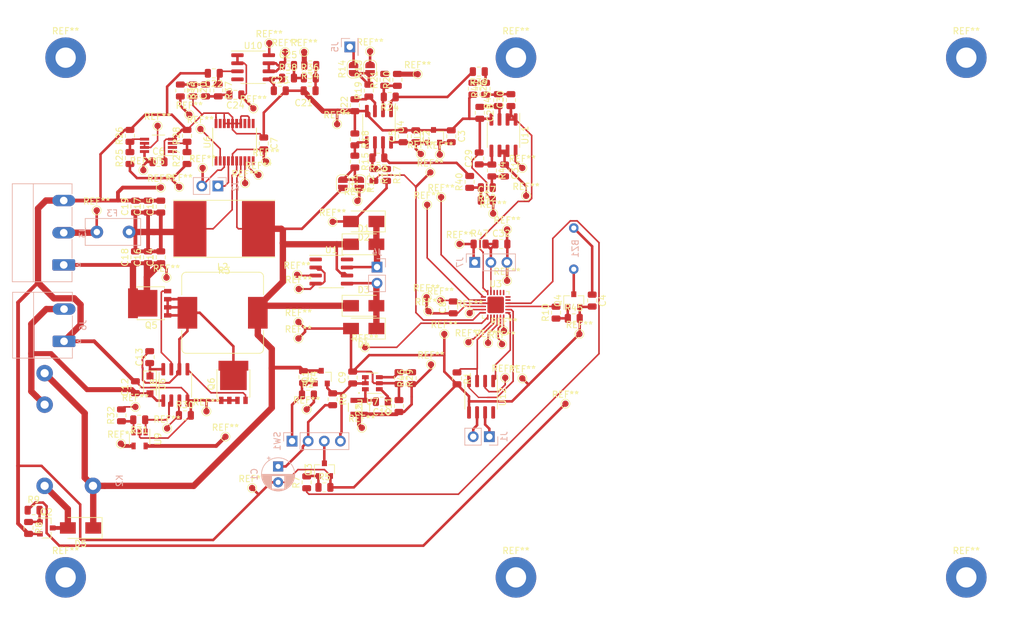
<source format=kicad_pcb>
(kicad_pcb (version 20171130) (host pcbnew 5.0.2-bee76a0~70~ubuntu18.04.1)
  (layers (0 F.Cu signal) (31 B.Cu signal) (34 B.Paste user) (35 F.Paste user) (36 B.SilkS user) (37 F.SilkS user) (38 B.Mask user) (39 F.Mask user) (44 Edge.Cuts user))
  (net 0 "")
  (net 1 /sound_buzzer/12V_switchable)
  (net 2 "Net-(BZ1-Pad2)")
  (net 3 "Net-(C1-Pad1)")
  (net 4 GND)
  (net 5 +3V3)
  (net 6 +2V5)
  (net 7 /uC_VDD)
  (net 8 "Net-(C10-Pad1)")
  (net 9 "Net-(C10-Pad2)")
  (net 10 /12V_switchable)
  (net 11 "Net-(C13-Pad2)")
  (net 12 "Net-(C13-Pad1)")
  (net 13 "Net-(C20-Pad1)")
  (net 14 "Net-(C21-Pad1)")
  (net 15 "Net-(C22-Pad1)")
  (net 16 "Net-(C23-Pad1)")
  (net 17 "Net-(C24-Pad2)")
  (net 18 /100A_sense)
  (net 19 /5A_sense)
  (net 20 "Net-(C25-Pad2)")
  (net 21 "Net-(C26-Pad1)")
  (net 22 "Net-(C27-Pad1)")
  (net 23 "Net-(C28-Pad1)")
  (net 24 "Net-(C29-Pad1)")
  (net 25 "Net-(C30-Pad2)")
  (net 26 /24V_sense)
  (net 27 /12V_sense)
  (net 28 "Net-(C31-Pad2)")
  (net 29 /BUS_B)
  (net 30 /BUS_A)
  (net 31 "Net-(D3-Pad2)")
  (net 32 "Net-(D1-Pad2)")
  (net 33 "Net-(D5-Pad2)")
  (net 34 /12V_rail)
  (net 35 "Net-(Q1-Pad1)")
  (net 36 "Net-(Q2-Pad1)")
  (net 37 "Net-(Q3-Pad1)")
  (net 38 "Net-(Q3-Pad3)")
  (net 39 /buzzer_pwm)
  (net 40 /100A_sense_H)
  (net 41 /100A_sense_L)
  (net 42 /~uC_EN)
  (net 43 /LED)
  (net 44 /12V_relay_ctrl)
  (net 45 "Net-(R11-Pad1)")
  (net 46 "Net-(R13-Pad1)")
  (net 47 "Net-(R15-Pad1)")
  (net 48 "Net-(R16-Pad1)")
  (net 49 "Net-(R19-Pad1)")
  (net 50 "Net-(R20-Pad1)")
  (net 51 /voltage_monitor/24V_sense)
  (net 52 /voltage_monitor/12V_sense)
  (net 53 "Net-(R25-Pad2)")
  (net 54 "Net-(R27-Pad2)")
  (net 55 "Net-(R29-Pad1)")
  (net 56 /~BAL_Shutdown)
  (net 57 "Net-(R31-Pad1)")
  (net 58 "Net-(R31-Pad2)")
  (net 59 /DAC_Balancer_Vset)
  (net 60 /current_monitor/100A_sense)
  (net 61 /5A_sense_unfiltered)
  (net 62 /24V_relay_ctrl)
  (net 63 /TX_EN)
  (net 64 /UART_Rx)
  (net 65 /UART_Tx)
  (net 66 /current_monitor/0.3V)
  (net 67 "Net-(U5-Pad6)")
  (net 68 /24V_Bat)
  (net 69 /12V_Bat)
  (net 70 /~RESET~_UPDI)
  (net 71 /24V_switchable)
  (net 72 "Net-(Q4-Pad1)")
  (net 73 "Net-(Q5-Pad2)")
  (net 74 "Net-(Q6-Pad2)")
  (module TestPoint:TestPoint_Pad_D1.0mm (layer F.Cu) (at 78.4 116.9)
    (fp_text reference REF** (at 0 -1.448) (layer F.SilkS))
    (fp_text value TestPoint_Pad_D1.0mm)
    (pad 1 smd circle (at 0 0) (size 1 1) (layers F.Cu F.Mask) (net 4 GND))
  )
  (module TestPoint:TestPoint_Pad_D1.0mm (layer F.Cu) (at 71.2 104.8)
    (fp_text reference REF** (at 0 -1.448) (layer F.SilkS))
    (fp_text value TestPoint_Pad_D1.0mm)
    (pad 1 smd circle (at 0 0) (size 1 1) (layers F.Cu F.Mask) (net 4 GND))
  )
  (module TestPoint:TestPoint_Pad_D1.0mm (layer F.Cu) (at 85.7 93.3)
    (fp_text reference REF** (at 0 -1.448) (layer F.SilkS))
    (fp_text value TestPoint_Pad_D1.0mm)
    (pad 1 smd circle (at 0 0) (size 1 1) (layers F.Cu F.Mask) (net 4 GND))
  )
  (module TestPoint:TestPoint_Pad_D1.0mm (layer F.Cu) (at 121 99.6)
    (fp_text reference REF** (at 0 -1.448) (layer F.SilkS))
    (fp_text value TestPoint_Pad_D1.0mm)
    (pad 1 smd circle (at 0 0) (size 1 1) (layers F.Cu F.Mask) (net 4 GND))
  )
  (module TestPoint:TestPoint_Pad_D1.0mm (layer F.Cu) (at 130 92.6)
    (fp_text reference REF** (at 0 -1.448) (layer F.SilkS))
    (fp_text value TestPoint_Pad_D1.0mm)
    (pad 1 smd circle (at 0 0) (size 1 1) (layers F.Cu F.Mask) (net 4 GND))
  )
  (module TestPoint:TestPoint_Pad_D1.0mm (layer F.Cu) (at 118.6 84.2)
    (fp_text reference REF** (at 0 -1.448) (layer F.SilkS))
    (fp_text value TestPoint_Pad_D1.0mm)
    (pad 1 smd circle (at 0 0) (size 1 1) (layers F.Cu F.Mask) (net 4 GND))
  )
  (module TestPoint:TestPoint_Pad_D1.0mm (layer F.Cu) (at 79.4 67.5)
    (fp_text reference REF** (at 0 -1.448) (layer F.SilkS))
    (fp_text value TestPoint_Pad_D1.0mm)
    (pad 1 smd circle (at 0 0) (size 1 1) (layers F.Cu F.Mask) (net 67 "Net-(U5-Pad6)"))
  )
  (module TestPoint:TestPoint_Pad_D1.0mm (layer F.Cu) (at 53.9 73.1)
    (fp_text reference REF** (at 0 -1.448) (layer F.SilkS))
    (fp_text value TestPoint_Pad_D1.0mm)
    (pad 1 smd circle (at 0 0) (size 1 1) (layers F.Cu F.Mask) (net 41 /100A_sense_L))
  )
  (module TestPoint:TestPoint_Pad_D1.0mm (layer F.Cu) (at 64.9 83.7)
    (fp_text reference REF** (at 0 -1.448) (layer F.SilkS))
    (fp_text value TestPoint_Pad_D1.0mm)
    (pad 1 smd circle (at 0 0) (size 1 1) (layers F.Cu F.Mask) (net 68 /24V_Bat))
  )
  (module TestPoint:TestPoint_Pad_D1.0mm (layer F.Cu) (at 97 48)
    (fp_text reference REF** (at 0 -1.448) (layer F.SilkS))
    (fp_text value TestPoint_Pad_D1.0mm)
    (pad 1 smd circle (at 0 0) (size 1 1) (layers F.Cu F.Mask) (net 68 /24V_Bat))
  )
  (module TestPoint:TestPoint_Pad_D1.0mm (layer F.Cu) (at 80.6 65.4)
    (fp_text reference REF** (at 0 -1.448) (layer F.SilkS))
    (fp_text value TestPoint_Pad_D1.0mm)
    (pad 1 smd circle (at 0 0) (size 1 1) (layers F.Cu F.Mask) (net 5 +3V3))
  )
  (module TestPoint:TestPoint_Pad_D1.0mm (layer F.Cu) (at 81.1 46.7)
    (fp_text reference REF** (at 0 -1.448) (layer F.SilkS))
    (fp_text value TestPoint_Pad_D1.0mm)
    (pad 1 smd circle (at 0 0) (size 1 1) (layers F.Cu F.Mask) (net 5 +3V3))
  )
  (module TestPoint:TestPoint_Pad_D1.0mm (layer F.Cu) (at 121 66.4)
    (fp_text reference REF** (at 0 -1.448) (layer F.SilkS))
    (fp_text value TestPoint_Pad_D1.0mm)
    (pad 1 smd circle (at 0 0) (size 1 1) (layers F.Cu F.Mask) (net 5 +3V3))
  )
  (module TestPoint:TestPoint_Pad_D1.0mm (layer F.Cu) (at 111.1 78.4)
    (fp_text reference REF** (at 0 -1.448) (layer F.SilkS))
    (fp_text value TestPoint_Pad_D1.0mm)
    (pad 1 smd circle (at 0 0) (size 1 1) (layers F.Cu F.Mask) (net 5 +3V3))
  )
  (module TestPoint:TestPoint_Pad_D1.0mm (layer F.Cu) (at 105.9 86.8)
    (fp_text reference REF** (at 0 -1.448) (layer F.SilkS))
    (fp_text value TestPoint_Pad_D1.0mm)
    (pad 1 smd circle (at 0 0) (size 1 1) (layers F.Cu F.Mask) (net 5 +3V3))
  )
  (module TestPoint:TestPoint_Pad_D1.0mm (layer F.Cu) (at 118.6 76.1)
    (fp_text reference REF** (at 0 -1.448) (layer F.SilkS))
    (fp_text value TestPoint_Pad_D1.0mm)
    (pad 1 smd circle (at 0 0) (size 1 1) (layers F.Cu F.Mask) (net 4 GND))
  )
  (module TestPoint:TestPoint_Pad_D1.0mm (layer F.Cu) (at 116.4 73.6)
    (fp_text reference REF** (at 0 -1.448) (layer F.SilkS))
    (fp_text value TestPoint_Pad_D1.0mm)
    (pad 1 smd circle (at 0 0) (size 1 1) (layers F.Cu F.Mask) (net 4 GND))
  )
  (module TestPoint:TestPoint_Pad_D1.0mm (layer F.Cu) (at 91.8 59.5)
    (fp_text reference REF** (at 0 -1.448) (layer F.SilkS))
    (fp_text value TestPoint_Pad_D1.0mm)
    (pad 1 smd circle (at 0 0) (size 1 1) (layers F.Cu F.Mask) (net 4 GND))
  )
  (module TestPoint:TestPoint_Pad_D1.0mm (layer F.Cu) (at 91.1 74.9)
    (fp_text reference REF** (at 0 -1.448) (layer F.SilkS))
    (fp_text value TestPoint_Pad_D1.0mm)
    (pad 1 smd circle (at 0 0) (size 1 1) (layers F.Cu F.Mask) (net 4 GND))
  )
  (module TestPoint:TestPoint_Pad_D1.0mm (layer F.Cu) (at 95 71.6)
    (fp_text reference REF** (at 0 -1.448) (layer F.SilkS))
    (fp_text value TestPoint_Pad_D1.0mm)
    (pad 1 smd circle (at 0 0) (size 1 1) (layers F.Cu F.Mask) (net 41 /100A_sense_L))
  )
  (module TestPoint:TestPoint_Pad_D1.0mm (layer F.Cu) (at 66.9 69.4)
    (fp_text reference REF** (at 0 -1.448) (layer F.SilkS))
    (fp_text value TestPoint_Pad_D1.0mm)
    (pad 1 smd circle (at 0 0) (size 1 1) (layers F.Cu F.Mask) (net 6 +2V5))
  )
  (module Resistor_SMD:R_0805_2012Metric (layer F.Cu) (at 97.6 67.5 270)
    (fp_text reference R16 (at 0 -1.65 270) (layer F.SilkS))
    (fp_text value 10k)
    (pad 1 smd roundrect (at -0.9375 0 270) (size 0.975 1.4) (layers F.Cu F.Paste F.Mask) (net 48 "Net-(R16-Pad1)"))
    (pad 2 smd roundrect (at 0.9375 0 270) (size 0.975 1.4) (layers F.Cu F.Paste F.Mask) (net 6 +2V5))
  )
  (module TestPoint:TestPoint_Pad_D1.0mm (layer F.Cu) (at 70.6 66.4)
    (fp_text reference REF** (at 0 -1.448) (layer F.SilkS))
    (fp_text value TestPoint_Pad_D1.0mm)
    (pad 1 smd circle (at 0 0) (size 1 1) (layers F.Cu F.Mask) (net 41 /100A_sense_L))
  )
  (module TestPoint:TestPoint_Pad_D1.0mm (layer F.Cu) (at 85.7 90.7)
    (fp_text reference REF** (at 0 -1.448) (layer F.SilkS))
    (fp_text value TestPoint_Pad_D1.0mm)
    (pad 1 smd circle (at 0 0) (size 1 1) (layers F.Cu F.Mask) (net 4 GND))
  )
  (module TestPoint:TestPoint_Pad_D1.0mm (layer F.Cu) (at 86.6 48.1)
    (fp_text reference REF** (at 0 -1.448) (layer F.SilkS))
    (fp_text value TestPoint_Pad_D1.0mm)
    (pad 1 smd circle (at 0 0) (size 1 1) (layers F.Cu F.Mask) (net 61 /5A_sense_unfiltered))
  )
  (module TestPoint:TestPoint_Pad_D1.0mm (layer F.Cu) (at 77.3 68.8)
    (fp_text reference REF** (at 0 -1.448) (layer F.SilkS))
    (fp_text value TestPoint_Pad_D1.0mm)
    (pad 1 smd circle (at 0 0) (size 1 1) (layers F.Cu F.Mask) (net 61 /5A_sense_unfiltered))
  )
  (module TestPoint:TestPoint_Pad_D1.0mm (layer F.Cu) (at 57.7 109.9)
    (fp_text reference REF** (at 0 -1.448) (layer F.SilkS))
    (fp_text value TestPoint_Pad_D1.0mm)
    (pad 1 smd circle (at 0 0) (size 1 1) (layers F.Cu F.Mask) (net 61 /5A_sense_unfiltered))
  )
  (module TestPoint:TestPoint_Pad_D1.0mm (layer F.Cu) (at 74.2 108.8)
    (fp_text reference REF** (at 0 -1.448) (layer F.SilkS))
    (fp_text value TestPoint_Pad_D1.0mm)
    (pad 1 smd circle (at 0 0) (size 1 1) (layers F.Cu F.Mask) (net 5 +3V3))
  )
  (module TestPoint:TestPoint_Pad_D1.0mm (layer F.Cu) (at 95.7 107.4)
    (fp_text reference REF** (at 0 -1.448) (layer F.SilkS))
    (fp_text value TestPoint_Pad_D1.0mm)
    (pad 1 smd circle (at 0 0) (size 1 1) (layers F.Cu F.Mask) (net 5 +3V3))
  )
  (module TestPoint:TestPoint_Pad_D1.0mm (layer F.Cu) (at 96.2 94.7)
    (fp_text reference REF** (at 0 -1.448) (layer F.SilkS))
    (fp_text value TestPoint_Pad_D1.0mm)
    (pad 1 smd circle (at 0 0) (size 1 1) (layers F.Cu F.Mask) (net 59 /DAC_Balancer_Vset))
  )
  (module TestPoint:TestPoint_Pad_D1.0mm (layer F.Cu) (at 60 104.1)
    (fp_text reference REF** (at 0 -1.448) (layer F.SilkS))
    (fp_text value TestPoint_Pad_D1.0mm)
    (pad 1 smd circle (at 0 0) (size 1 1) (layers F.Cu F.Mask) (net 59 /DAC_Balancer_Vset))
  )
  (module TestPoint:TestPoint_Pad_D1.0mm (layer F.Cu) (at 112.5 93.9)
    (fp_text reference REF** (at 0 -1.448) (layer F.SilkS))
    (fp_text value TestPoint_Pad_D1.0mm)
    (pad 1 smd circle (at 0 0) (size 1 1) (layers F.Cu F.Mask) (net 42 /~uC_EN))
  )
  (module TestPoint:TestPoint_Pad_D1.0mm (layer F.Cu) (at 87 104.5)
    (fp_text reference REF** (at 0 -1.448) (layer F.SilkS))
    (fp_text value TestPoint_Pad_D1.0mm)
    (pad 1 smd circle (at 0 0) (size 1 1) (layers F.Cu F.Mask) (net 42 /~uC_EN))
  )
  (module TestPoint:TestPoint_Pad_D1.0mm (layer F.Cu) (at 115.6 94)
    (fp_text reference REF** (at 0 -1.448) (layer F.SilkS))
    (fp_text value TestPoint_Pad_D1.0mm)
    (pad 1 smd circle (at 0 0) (size 1 1) (layers F.Cu F.Mask) (net 56 /~BAL_Shutdown))
  )
  (module TestPoint:TestPoint_Pad_D1.0mm (layer F.Cu) (at 117.8 94.2)
    (fp_text reference REF** (at 0 -1.448) (layer F.SilkS))
    (fp_text value TestPoint_Pad_D1.0mm)
    (pad 1 smd circle (at 0 0) (size 1 1) (layers F.Cu F.Mask) (net 62 /24V_relay_ctrl))
  )
  (module TestPoint:TestPoint_Pad_D1.0mm (layer F.Cu) (at 118.3 99.5)
    (fp_text reference REF** (at 0 -1.448) (layer F.SilkS))
    (fp_text value TestPoint_Pad_D1.0mm)
    (pad 1 smd circle (at 0 0) (size 1 1) (layers F.Cu F.Mask) (net 4 GND))
  )
  (module TestPoint:TestPoint_Pad_D1.0mm (layer F.Cu) (at 121.6 70.8)
    (fp_text reference REF** (at 0 -1.448) (layer F.SilkS))
    (fp_text value TestPoint_Pad_D1.0mm)
    (pad 1 smd circle (at 0 0) (size 1 1) (layers F.Cu F.Mask) (net 27 /12V_sense))
  )
  (module TestPoint:TestPoint_Pad_D1.0mm (layer F.Cu) (at 112.7 89.3)
    (fp_text reference REF** (at 0 -1.448) (layer F.SilkS))
    (fp_text value TestPoint_Pad_D1.0mm)
    (pad 1 smd circle (at 0 0) (size 1 1) (layers F.Cu F.Mask) (net 27 /12V_sense))
  )
  (module TestPoint:TestPoint_Pad_D1.0mm (layer F.Cu) (at 106.6 97.4)
    (fp_text reference REF** (at 0 -1.448) (layer F.SilkS))
    (fp_text value TestPoint_Pad_D1.0mm)
    (pad 1 smd circle (at 0 0) (size 1 1) (layers F.Cu F.Mask) (net 5 +3V3))
  )
  (module TestPoint:TestPoint_Pad_D1.0mm (layer F.Cu) (at 106.2 89)
    (fp_text reference REF** (at 0 -1.448) (layer F.SilkS))
    (fp_text value TestPoint_Pad_D1.0mm)
    (pad 1 smd circle (at 0 0) (size 1 1) (layers F.Cu F.Mask) (net 5 +3V3))
  )
  (module TestPoint:TestPoint_Pad_D1.0mm (layer F.Cu) (at 108.7 92.6)
    (fp_text reference REF** (at 0 -1.448) (layer F.SilkS))
    (fp_text value TestPoint_Pad_D1.0mm)
    (pad 1 smd circle (at 0 0) (size 1 1) (layers F.Cu F.Mask) (net 4 GND))
  )
  (module TestPoint:TestPoint_Pad_D1.0mm (layer F.Cu) (at 108.1 87.3)
    (fp_text reference REF** (at 0 -1.448) (layer F.SilkS))
    (fp_text value TestPoint_Pad_D1.0mm)
    (pad 1 smd circle (at 0 0) (size 1 1) (layers F.Cu F.Mask) (net 4 GND))
  )
  (module TestPoint:TestPoint_Pad_D1.0mm (layer F.Cu) (at 118.1 92.1)
    (fp_text reference REF** (at 0 -1.448) (layer F.SilkS))
    (fp_text value TestPoint_Pad_D1.0mm)
    (pad 1 smd circle (at 0 0) (size 1 1) (layers F.Cu F.Mask) (net 44 /12V_relay_ctrl))
  )
  (module TestPoint:TestPoint_Pad_D1.0mm (layer F.Cu) (at 83.6 48.1)
    (fp_text reference REF** (at 0 -1.448) (layer F.SilkS))
    (fp_text value TestPoint_Pad_D1.0mm)
    (pad 1 smd circle (at 0 0) (size 1 1) (layers F.Cu F.Mask) (net 19 /5A_sense))
  )
  (module TestPoint:TestPoint_Pad_D1.0mm (layer F.Cu) (at 78.6 57)
    (fp_text reference REF** (at 0 -1.448) (layer F.SilkS))
    (fp_text value TestPoint_Pad_D1.0mm)
    (pad 1 smd circle (at 0 0) (size 1 1) (layers F.Cu F.Mask) (net 18 /100A_sense))
  )
  (module TestPoint:TestPoint_Pad_D1.0mm (layer F.Cu) (at 106 72.2)
    (fp_text reference REF** (at 0 -1.448) (layer F.SilkS))
    (fp_text value TestPoint_Pad_D1.0mm)
    (pad 1 smd circle (at 0 0) (size 1 1) (layers F.Cu F.Mask) (net 18 /100A_sense))
  )
  (module TestPoint:TestPoint_Pad_D1.0mm (layer F.Cu) (at 108.2 71)
    (fp_text reference REF** (at 0 -1.448) (layer F.SilkS))
    (fp_text value TestPoint_Pad_D1.0mm)
    (pad 1 smd circle (at 0 0) (size 1 1) (layers F.Cu F.Mask) (net 19 /5A_sense))
  )
  (module TestPoint:TestPoint_Pad_D1.0mm (layer F.Cu) (at 105 64.2)
    (fp_text reference REF** (at 0 -1.448) (layer F.SilkS))
    (fp_text value TestPoint_Pad_D1.0mm)
    (pad 1 smd circle (at 0 0) (size 1 1) (layers F.Cu F.Mask) (net 5 +3V3))
  )
  (module TestPoint:TestPoint_Pad_D1.0mm (layer F.Cu) (at 106.5 67.1)
    (fp_text reference REF** (at 0 -1.448) (layer F.SilkS))
    (fp_text value TestPoint_Pad_D1.0mm)
    (pad 1 smd circle (at 0 0) (size 1 1) (layers F.Cu F.Mask) (net 6 +2V5))
  )
  (module TestPoint:TestPoint_Pad_D1.0mm (layer F.Cu) (at 104.5 51.6)
    (fp_text reference REF** (at 0 -1.448) (layer F.SilkS))
    (fp_text value TestPoint_Pad_D1.0mm)
    (pad 1 smd circle (at 0 0) (size 1 1) (layers F.Cu F.Mask) (net 6 +2V5))
  )
  (module TestPoint:TestPoint_Pad_D1.0mm (layer F.Cu) (at 70.25 60.25)
    (fp_text reference REF** (at 0 -1.448) (layer F.SilkS))
    (fp_text value TestPoint_Pad_D1.0mm)
    (pad 1 smd circle (at 0 0) (size 1 1) (layers F.Cu F.Mask) (net 60 /current_monitor/100A_sense))
  )
  (module Inductor_SMD:L_Bourns_SRP1245A (layer F.Cu) (at 73.75 89.25)
    (fp_text reference L2 (at 0 -7.25) (layer F.SilkS))
    (fp_text value SRP1265A-470M)
    (pad 1 smd rect (at -5.55 0) (size 3.1 5) (layers F.Cu F.Paste F.Mask) (net 11 "Net-(C13-Pad2)"))
    (pad 2 smd rect (at 5.55 0) (size 3.1 5) (layers F.Cu F.Paste F.Mask) (net 34 /12V_rail))
  )
  (module TestPoint:TestPoint_Pad_D1.0mm (layer F.Cu) (at 61.25 66.75)
    (fp_text reference REF** (at 0 -1.448) (layer F.SilkS))
    (fp_text value TestPoint_Pad_D1.0mm)
    (pad 1 smd circle (at 0 0) (size 1 1) (layers F.Cu F.Mask) (net 5 +3V3))
  )
  (module footprints:R_Shunt_WSLP59311 (layer F.Cu) (at 74 76 180)
    (fp_text reference R3 (at 0 -6.6 180) (layer F.SilkS))
    (fp_text value 1m)
    (pad 1 smd rect (at -5.4 0 180) (size 5.2 8.75) (layers F.Cu F.Paste F.Mask) (net 34 /12V_rail))
    (pad 2 smd rect (at 5.4 0 180) (size 5.2 8.75) (layers F.Cu F.Paste F.Mask) (net 69 /12V_Bat))
  )
  (module Fuse:Fuse_Littelfuse_395Series (layer B.Cu) (at 59 76.5 180)
    (fp_text reference F3 (at 2.65 2.95 180) (layer B.SilkS) (effects (justify mirror)))
    (fp_text value "Fuse 1A, Littelfuse Inc. 39211000000")
    (pad 1 thru_hole circle (at 0 0 180) (size 2 2) (drill 1) (layers *.Cu *.Mask) (net 69 /12V_Bat))
    (pad 2 thru_hole circle (at 5.08 -0.01 180) (size 2 2) (drill 1) (layers *.Cu *.Mask) (net 41 /100A_sense_L))
  )
  (module MountingHole:MountingHole_3.2mm_M3_Pad (layer F.Cu) (at 120 131)
    (fp_text reference REF** (at 0 -4.2) (layer F.SilkS))
    (fp_text value MountingHole_3.2mm_M3_Pad)
    (pad 1 thru_hole circle (at 0 0) (size 6.4 6.4) (drill 3.2) (layers *.Cu *.Mask) (net 4 GND))
  )
  (module MountingHole:MountingHole_3.2mm_M3_Pad (layer F.Cu) (at 120 49)
    (fp_text reference REF** (at 0 -4.2) (layer F.SilkS))
    (fp_text value MountingHole_3.2mm_M3_Pad)
    (pad 1 thru_hole circle (at 0 0) (size 6.4 6.4) (drill 3.2) (layers *.Cu *.Mask) (net 4 GND))
  )
  (module MountingHole:MountingHole_3.2mm_M3_Pad (layer F.Cu) (at 191 131)
    (fp_text reference REF** (at 0 -4.2) (layer F.SilkS))
    (fp_text value MountingHole_3.2mm_M3_Pad)
    (pad 1 thru_hole circle (at 0 0) (size 6.4 6.4) (drill 3.2) (layers *.Cu *.Mask) (net 4 GND))
  )
  (module MountingHole:MountingHole_3.2mm_M3_Pad (layer F.Cu) (at 191 49)
    (fp_text reference REF** (at 0 -4.2) (layer F.SilkS))
    (fp_text value MountingHole_3.2mm_M3_Pad)
    (pad 1 thru_hole circle (at 0 0) (size 6.4 6.4) (drill 3.2) (layers *.Cu *.Mask) (net 4 GND))
  )
  (module MountingHole:MountingHole_3.2mm_M3_Pad (layer F.Cu) (at 49 49)
    (fp_text reference REF** (at 0 -4.2) (layer F.SilkS))
    (fp_text value MountingHole_3.2mm_M3_Pad)
    (pad 1 thru_hole circle (at 0 0) (size 6.4 6.4) (drill 3.2) (layers *.Cu *.Mask) (net 4 GND))
  )
  (module footprints:Sound_Buzzer (layer B.Cu) (at 129.111616 79.126401 270)
    (fp_text reference BZ1 (at 0 -0.25 270) (layer B.SilkS) (effects (justify mirror)))
    (fp_text value Sound_Alarm_Buzzer)
    (pad 1 thru_hole circle (at -3.25 0 270) (size 1.5 1.5) (drill 0.8) (layers *.Cu *.Mask) (net 1 /sound_buzzer/12V_switchable))
    (pad 2 thru_hole circle (at 3.25 0 270) (size 1.5 1.5) (drill 0.8) (layers *.Cu *.Mask) (net 2 "Net-(BZ1-Pad2)"))
  )
  (module Capacitor_THT:CP_Radial_D5.0mm_P2.50mm (layer B.Cu) (at 82.5 113.5 270)
    (fp_text reference C1 (at 1.25 3.75 270) (layer B.SilkS) (effects (justify mirror)))
    (fp_text value 100u)
    (pad 1 thru_hole rect (at 0 0 270) (size 1.6 1.6) (drill 0.8) (layers *.Cu *.Mask) (net 3 "Net-(C1-Pad1)"))
    (pad 2 thru_hole circle (at 2.5 0 270) (size 1.6 1.6) (drill 0.8) (layers *.Cu *.Mask) (net 4 GND))
  )
  (module Capacitor_SMD:C_0805_2012Metric (layer F.Cu) (at 104.2 61.4 270)
    (fp_text reference C2 (at 0 -1.65 270) (layer F.SilkS))
    (fp_text value 1u)
    (pad 2 smd roundrect (at 0.9375 0 270) (size 0.975 1.4) (layers F.Cu F.Paste F.Mask) (net 5 +3V3))
    (pad 1 smd roundrect (at -0.9375 0 270) (size 0.975 1.4) (layers F.Cu F.Paste F.Mask) (net 4 GND))
  )
  (module Capacitor_SMD:C_0805_2012Metric (layer F.Cu) (at 109.8 61.4 270)
    (fp_text reference C3 (at 0 -1.65 270) (layer F.SilkS))
    (fp_text value 100n)
    (pad 2 smd roundrect (at 0.9375 0 270) (size 0.975 1.4) (layers F.Cu F.Paste F.Mask) (net 6 +2V5))
    (pad 1 smd roundrect (at -0.9375 0 270) (size 0.975 1.4) (layers F.Cu F.Paste F.Mask) (net 4 GND))
  )
  (module Capacitor_SMD:C_0805_2012Metric (layer F.Cu) (at 132.011616 87.326401 270)
    (fp_text reference C4 (at 0 -1.65 270) (layer F.SilkS))
    (fp_text value 100n)
    (pad 1 smd roundrect (at -0.9375 0 270) (size 0.975 1.4) (layers F.Cu F.Paste F.Mask) (net 1 /sound_buzzer/12V_switchable))
    (pad 2 smd roundrect (at 0.9375 0 270) (size 0.975 1.4) (layers F.Cu F.Paste F.Mask) (net 4 GND))
  )
  (module Capacitor_SMD:C_0805_2012Metric (layer F.Cu) (at 102.2 61.4 90)
    (fp_text reference C5 (at 0 -1.65 90) (layer F.SilkS))
    (fp_text value 100n)
    (pad 2 smd roundrect (at 0.9375 0 90) (size 0.975 1.4) (layers F.Cu F.Paste F.Mask) (net 4 GND))
    (pad 1 smd roundrect (at -0.9375 0 90) (size 0.975 1.4) (layers F.Cu F.Paste F.Mask) (net 5 +3V3))
  )
  (module Capacitor_SMD:C_0805_2012Metric (layer F.Cu) (at 63.637023 65.434922)
    (fp_text reference C6 (at 0 -1.65) (layer F.SilkS))
    (fp_text value 100n)
    (pad 2 smd roundrect (at 0.9375 0) (size 0.975 1.4) (layers F.Cu F.Paste F.Mask) (net 4 GND))
    (pad 1 smd roundrect (at -0.9375 0) (size 0.975 1.4) (layers F.Cu F.Paste F.Mask) (net 5 +3V3))
  )
  (module Capacitor_SMD:C_0805_2012Metric (layer F.Cu) (at 80.237023 62.534922 270)
    (fp_text reference C7 (at 0 -1.65 270) (layer F.SilkS))
    (fp_text value 100n)
    (pad 1 smd roundrect (at -0.9375 0 270) (size 0.975 1.4) (layers F.Cu F.Paste F.Mask) (net 4 GND))
    (pad 2 smd roundrect (at 0.9375 0 270) (size 0.975 1.4) (layers F.Cu F.Paste F.Mask) (net 5 +3V3))
  )
  (module Capacitor_SMD:C_0805_2012Metric (layer F.Cu) (at 110.1 88.4 90)
    (fp_text reference C8 (at 0 -1.65 90) (layer F.SilkS))
    (fp_text value 100n)
    (pad 1 smd roundrect (at -0.9375 0 90) (size 0.975 1.4) (layers F.Cu F.Paste F.Mask) (net 5 +3V3))
    (pad 2 smd roundrect (at 0.9375 0 90) (size 0.975 1.4) (layers F.Cu F.Paste F.Mask) (net 4 GND))
  )
  (module Capacitor_SMD:C_0805_2012Metric (layer F.Cu) (at 94.253103 99.464781 90)
    (fp_text reference C9 (at 0 -1.65 90) (layer F.SilkS))
    (fp_text value 10u/50V)
    (pad 2 smd roundrect (at 0.9375 0 90) (size 0.975 1.4) (layers F.Cu F.Paste F.Mask) (net 4 GND))
    (pad 1 smd roundrect (at -0.9375 0 90) (size 0.975 1.4) (layers F.Cu F.Paste F.Mask) (net 7 /uC_VDD))
  )
  (module Capacitor_SMD:C_0805_2012Metric (layer F.Cu) (at 98.853103 103.264781 180)
    (fp_text reference C10 (at 0 -1.65 180) (layer F.SilkS))
    (fp_text value 100n)
    (pad 1 smd roundrect (at -0.9375 0 180) (size 0.975 1.4) (layers F.Cu F.Paste F.Mask) (net 8 "Net-(C10-Pad1)"))
    (pad 2 smd roundrect (at 0.9375 0 180) (size 0.975 1.4) (layers F.Cu F.Paste F.Mask) (net 9 "Net-(C10-Pad2)"))
  )
  (module Capacitor_SMD:C_0805_2012Metric (layer F.Cu) (at 101.553103 103.964781 90)
    (fp_text reference C11 (at 0 -1.65 90) (layer F.SilkS))
    (fp_text value 22u/25V)
    (pad 2 smd roundrect (at 0.9375 0 90) (size 0.975 1.4) (layers F.Cu F.Paste F.Mask) (net 4 GND))
    (pad 1 smd roundrect (at -0.9375 0 90) (size 0.975 1.4) (layers F.Cu F.Paste F.Mask) (net 5 +3V3))
  )
  (module Capacitor_SMD:C_0805_2012Metric (layer F.Cu) (at 60 101 90)
    (fp_text reference C12 (at 0 -1.65 90) (layer F.SilkS))
    (fp_text value 10u/25V)
    (pad 2 smd roundrect (at 0.9375 0 90) (size 0.975 1.4) (layers F.Cu F.Paste F.Mask) (net 4 GND))
    (pad 1 smd roundrect (at -0.9375 0 90) (size 0.975 1.4) (layers F.Cu F.Paste F.Mask) (net 10 /12V_switchable))
  )
  (module Capacitor_SMD:C_0805_2012Metric (layer F.Cu) (at 62.25 96.25 90)
    (fp_text reference C13 (at 0 -1.65 90) (layer F.SilkS))
    (fp_text value 100n)
    (pad 1 smd roundrect (at -0.9375 0 90) (size 0.975 1.4) (layers F.Cu F.Paste F.Mask) (net 12 "Net-(C13-Pad1)"))
    (pad 2 smd roundrect (at 0.9375 0 90) (size 0.975 1.4) (layers F.Cu F.Paste F.Mask) (net 11 "Net-(C13-Pad2)"))
  )
  (module Capacitor_SMD:C_0805_2012Metric (layer F.Cu) (at 64 80.5 90)
    (fp_text reference C14 (at 0 -1.65 90) (layer F.SilkS))
    (fp_text value 22u/25V)
    (pad 1 smd roundrect (at -0.9375 0 90) (size 0.975 1.4) (layers F.Cu F.Paste F.Mask) (net 68 /24V_Bat))
    (pad 2 smd roundrect (at 0.9375 0 90) (size 0.975 1.4) (layers F.Cu F.Paste F.Mask) (net 69 /12V_Bat))
  )
  (module Capacitor_SMD:C_0805_2012Metric (layer F.Cu) (at 64 72.5 90)
    (fp_text reference C15 (at 0 -1.65 90) (layer F.SilkS))
    (fp_text value 22u/25V)
    (pad 1 smd roundrect (at -0.9375 0 90) (size 0.975 1.4) (layers F.Cu F.Paste F.Mask) (net 69 /12V_Bat))
    (pad 2 smd roundrect (at 0.9375 0 90) (size 0.975 1.4) (layers F.Cu F.Paste F.Mask) (net 4 GND))
  )
  (module Capacitor_SMD:C_0805_2012Metric (layer F.Cu) (at 62 80.5 90)
    (fp_text reference C16 (at 0 -1.65 90) (layer F.SilkS))
    (fp_text value 22u/25V)
    (pad 1 smd roundrect (at -0.9375 0 90) (size 0.975 1.4) (layers F.Cu F.Paste F.Mask) (net 68 /24V_Bat))
    (pad 2 smd roundrect (at 0.9375 0 90) (size 0.975 1.4) (layers F.Cu F.Paste F.Mask) (net 69 /12V_Bat))
  )
  (module Capacitor_SMD:C_0805_2012Metric (layer F.Cu) (at 62 72.5 90)
    (fp_text reference C17 (at 0 -1.65 90) (layer F.SilkS))
    (fp_text value 22u/25V)
    (pad 1 smd roundrect (at -0.9375 0 90) (size 0.975 1.4) (layers F.Cu F.Paste F.Mask) (net 69 /12V_Bat))
    (pad 2 smd roundrect (at 0.9375 0 90) (size 0.975 1.4) (layers F.Cu F.Paste F.Mask) (net 4 GND))
  )
  (module Capacitor_SMD:C_0805_2012Metric (layer F.Cu) (at 60 80.5 90)
    (fp_text reference C18 (at 0 -1.65 90) (layer F.SilkS))
    (fp_text value 22u/25V)
    (pad 2 smd roundrect (at 0.9375 0 90) (size 0.975 1.4) (layers F.Cu F.Paste F.Mask) (net 69 /12V_Bat))
    (pad 1 smd roundrect (at -0.9375 0 90) (size 0.975 1.4) (layers F.Cu F.Paste F.Mask) (net 68 /24V_Bat))
  )
  (module Capacitor_SMD:C_0805_2012Metric (layer F.Cu) (at 60 72.5 90)
    (fp_text reference C19 (at 0 -1.65 90) (layer F.SilkS))
    (fp_text value 22u/25V)
    (pad 2 smd roundrect (at 0.9375 0 90) (size 0.975 1.4) (layers F.Cu F.Paste F.Mask) (net 4 GND))
    (pad 1 smd roundrect (at -0.9375 0 90) (size 0.975 1.4) (layers F.Cu F.Paste F.Mask) (net 69 /12V_Bat))
  )
  (module Capacitor_SMD:C_0805_2012Metric (layer F.Cu) (at 69.081622 54.176909 270)
    (fp_text reference C20 (at 0 -1.65 270) (layer F.SilkS))
    (fp_text value 2.2n)
    (pad 1 smd roundrect (at -0.9375 0 270) (size 0.975 1.4) (layers F.Cu F.Paste F.Mask) (net 13 "Net-(C20-Pad1)"))
    (pad 2 smd roundrect (at 0.9375 0 270) (size 0.975 1.4) (layers F.Cu F.Paste F.Mask) (net 4 GND))
  )
  (module Capacitor_SMD:C_0805_2012Metric (layer F.Cu) (at 87.462977 54.215078 180)
    (fp_text reference C21 (at 0.925954 -1.919844) (layer F.SilkS))
    (fp_text value 2.2n)
    (pad 2 smd roundrect (at 0.9375 0 180) (size 0.975 1.4) (layers F.Cu F.Paste F.Mask) (net 4 GND))
    (pad 1 smd roundrect (at -0.9375 0 180) (size 0.975 1.4) (layers F.Cu F.Paste F.Mask) (net 14 "Net-(C21-Pad1)"))
  )
  (module Capacitor_SMD:C_0805_2012Metric (layer F.Cu) (at 72.362977 51.465078 180)
    (fp_text reference C22 (at 0 -1.65 180) (layer F.SilkS))
    (fp_text value 150p)
    (pad 1 smd roundrect (at -0.9375 0 180) (size 0.975 1.4) (layers F.Cu F.Paste F.Mask) (net 15 "Net-(C22-Pad1)"))
    (pad 2 smd roundrect (at 0.9375 0 180) (size 0.975 1.4) (layers F.Cu F.Paste F.Mask) (net 4 GND))
  )
  (module Capacitor_SMD:C_0805_2012Metric (layer F.Cu) (at 82.762977 54.215078)
    (fp_text reference C23 (at 0 -1.65) (layer F.SilkS))
    (fp_text value 150p)
    (pad 2 smd roundrect (at 0.9375 0) (size 0.975 1.4) (layers F.Cu F.Paste F.Mask) (net 4 GND))
    (pad 1 smd roundrect (at -0.9375 0) (size 0.975 1.4) (layers F.Cu F.Paste F.Mask) (net 16 "Net-(C23-Pad1)"))
  )
  (module Capacitor_SMD:C_0805_2012Metric (layer F.Cu) (at 75.762977 54.865078 180)
    (fp_text reference C24 (at 0 -1.65 180) (layer F.SilkS))
    (fp_text value 1n)
    (pad 2 smd roundrect (at 0.9375 0 180) (size 0.975 1.4) (layers F.Cu F.Paste F.Mask) (net 17 "Net-(C24-Pad2)"))
    (pad 1 smd roundrect (at -0.9375 0 180) (size 0.975 1.4) (layers F.Cu F.Paste F.Mask) (net 18 /100A_sense))
  )
  (module Capacitor_SMD:C_0805_2012Metric (layer F.Cu) (at 84.062977 50.215078)
    (fp_text reference C25 (at 0 -1.65) (layer F.SilkS))
    (fp_text value 1n)
    (pad 1 smd roundrect (at -0.9375 0) (size 0.975 1.4) (layers F.Cu F.Paste F.Mask) (net 19 /5A_sense))
    (pad 2 smd roundrect (at 0.9375 0) (size 0.975 1.4) (layers F.Cu F.Paste F.Mask) (net 20 "Net-(C25-Pad2)"))
  )
  (module Capacitor_SMD:C_0805_2012Metric (layer F.Cu) (at 113.2 53.9 270)
    (fp_text reference C26 (at 0 -1.65 270) (layer F.SilkS))
    (fp_text value 2.2n)
    (pad 2 smd roundrect (at 0.9375 0 270) (size 0.975 1.4) (layers F.Cu F.Paste F.Mask) (net 4 GND))
    (pad 1 smd roundrect (at -0.9375 0 270) (size 0.975 1.4) (layers F.Cu F.Paste F.Mask) (net 21 "Net-(C26-Pad1)"))
  )
  (module Capacitor_SMD:C_0805_2012Metric (layer F.Cu) (at 115.4 71.5)
    (fp_text reference C27 (at 0 -1.65) (layer F.SilkS))
    (fp_text value 2.2n)
    (pad 1 smd roundrect (at -0.9375 0) (size 0.975 1.4) (layers F.Cu F.Paste F.Mask) (net 22 "Net-(C27-Pad1)"))
    (pad 2 smd roundrect (at 0.9375 0) (size 0.975 1.4) (layers F.Cu F.Paste F.Mask) (net 4 GND))
  )
  (module Capacitor_SMD:C_0805_2012Metric (layer F.Cu) (at 114.3 57.7 270)
    (fp_text reference C28 (at 0 -1.65 270) (layer F.SilkS))
    (fp_text value 150p)
    (pad 1 smd roundrect (at -0.9375 0 270) (size 0.975 1.4) (layers F.Cu F.Paste F.Mask) (net 23 "Net-(C28-Pad1)"))
    (pad 2 smd roundrect (at 0.9375 0 270) (size 0.975 1.4) (layers F.Cu F.Paste F.Mask) (net 4 GND))
  )
  (module Capacitor_SMD:C_0805_2012Metric (layer F.Cu) (at 114.2 64.9 90)
    (fp_text reference C29 (at 0 -1.65 90) (layer F.SilkS))
    (fp_text value 150p)
    (pad 1 smd roundrect (at -0.9375 0 90) (size 0.975 1.4) (layers F.Cu F.Paste F.Mask) (net 24 "Net-(C29-Pad1)"))
    (pad 2 smd roundrect (at 0.9375 0 90) (size 0.975 1.4) (layers F.Cu F.Paste F.Mask) (net 4 GND))
  )
  (module Capacitor_SMD:C_0805_2012Metric (layer F.Cu) (at 119.2 55.7 90)
    (fp_text reference C30 (at 0.1 -1.65 90) (layer F.SilkS))
    (fp_text value 1n)
    (pad 2 smd roundrect (at 0.9375 0 90) (size 0.975 1.4) (layers F.Cu F.Paste F.Mask) (net 25 "Net-(C30-Pad2)"))
    (pad 1 smd roundrect (at -0.9375 0 90) (size 0.975 1.4) (layers F.Cu F.Paste F.Mask) (net 26 /24V_sense))
  )
  (module Capacitor_SMD:C_0805_2012Metric (layer F.Cu) (at 118.2 66.8 270)
    (fp_text reference C31 (at 0 -1.65 270) (layer F.SilkS))
    (fp_text value 1n)
    (pad 1 smd roundrect (at -0.9375 0 270) (size 0.975 1.4) (layers F.Cu F.Paste F.Mask) (net 27 /12V_sense))
    (pad 2 smd roundrect (at 0.9375 0 270) (size 0.975 1.4) (layers F.Cu F.Paste F.Mask) (net 28 "Net-(C31-Pad2)"))
  )
  (module Capacitor_SMD:C_0805_2012Metric (layer F.Cu) (at 117.7 78.4)
    (fp_text reference C32 (at 0 -1.65) (layer F.SilkS))
    (fp_text value 100n)
    (pad 2 smd roundrect (at 0.9375 0) (size 0.975 1.4) (layers F.Cu F.Paste F.Mask) (net 4 GND))
    (pad 1 smd roundrect (at -0.9375 0) (size 0.975 1.4) (layers F.Cu F.Paste F.Mask) (net 70 /~RESET~_UPDI))
  )
  (module Diode_SMD:D_SMA (layer F.Cu) (at 95.992693 78.443314)
    (fp_text reference D1 (at 0 -2.5) (layer F.SilkS))
    (fp_text value BAT54-7-F)
    (pad 1 smd rect (at -2 0) (size 2.5 1.8) (layers F.Cu F.Paste F.Mask) (net 34 /12V_rail))
    (pad 2 smd rect (at 2 0) (size 2.5 1.8) (layers F.Cu F.Paste F.Mask) (net 32 "Net-(D1-Pad2)"))
  )
  (module Diode_SMD:D_SMA (layer F.Cu) (at 95.992693 74.843314 180)
    (fp_text reference D2 (at 0 -2.5 180) (layer F.SilkS))
    (fp_text value BAT54-7-F)
    (pad 2 smd rect (at 2 0 180) (size 2.5 1.8) (layers F.Cu F.Paste F.Mask) (net 4 GND))
    (pad 1 smd rect (at -2 0 180) (size 2.5 1.8) (layers F.Cu F.Paste F.Mask) (net 32 "Net-(D1-Pad2)"))
  )
  (module Diode_SMD:D_SMA (layer F.Cu) (at 95.992693 88.143314)
    (fp_text reference D3 (at 0 -2.5) (layer F.SilkS))
    (fp_text value BAT54-7-F)
    (pad 1 smd rect (at -2 0) (size 2.5 1.8) (layers F.Cu F.Paste F.Mask) (net 34 /12V_rail))
    (pad 2 smd rect (at 2 0) (size 2.5 1.8) (layers F.Cu F.Paste F.Mask) (net 31 "Net-(D3-Pad2)"))
  )
  (module Diode_SMD:D_SMA (layer F.Cu) (at 95.992693 91.743314 180)
    (fp_text reference D4 (at 0 -2.5 180) (layer F.SilkS))
    (fp_text value BAT54-7-F)
    (pad 2 smd rect (at 2 0 180) (size 2.5 1.8) (layers F.Cu F.Paste F.Mask) (net 4 GND))
    (pad 1 smd rect (at -2 0 180) (size 2.5 1.8) (layers F.Cu F.Paste F.Mask) (net 31 "Net-(D3-Pad2)"))
  )
  (module Diode_SMD:D_SMA (layer F.Cu) (at 51.35 123.2 180)
    (fp_text reference D5 (at 0 -2.5 180) (layer F.SilkS))
    (fp_text value BAT54-7-F)
    (pad 1 smd rect (at -2 0 180) (size 2.5 1.8) (layers F.Cu F.Paste F.Mask) (net 34 /12V_rail))
    (pad 2 smd rect (at 2 0 180) (size 2.5 1.8) (layers F.Cu F.Paste F.Mask) (net 33 "Net-(D5-Pad2)"))
  )
  (module Diode_SMD:D_SOD-123F (layer F.Cu) (at 62.29895 100.634813 270)
    (fp_text reference D6 (at -0.127 -1.905 270) (layer F.SilkS))
    (fp_text value "CRH01(TE85L,Q,M)")
    (pad 1 smd rect (at -1.4 0 270) (size 1.1 1.1) (layers F.Cu F.Paste F.Mask) (net 12 "Net-(C13-Pad1)"))
    (pad 2 smd rect (at 1.4 0 270) (size 1.1 1.1) (layers F.Cu F.Paste F.Mask) (net 10 /12V_switchable))
  )
  (module Connector_PinHeader_2.54mm:PinHeader_1x02_P2.54mm_Vertical (layer B.Cu) (at 115.8 108.8 90)
    (fp_text reference J1 (at 0 2.33 90) (layer B.SilkS) (effects (justify mirror)))
    (fp_text value Bus)
    (pad 2 thru_hole oval (at 0 -2.54 90) (size 1.7 1.7) (drill 1) (layers *.Cu *.Mask) (net 30 /BUS_A))
    (pad 1 thru_hole rect (at 0 0 90) (size 1.7 1.7) (drill 1) (layers *.Cu *.Mask) (net 29 /BUS_B))
  )
  (module Connector_PinSocket_2.54mm:PinSocket_1x02_P2.54mm_Vertical (layer B.Cu) (at 73 69.25 90)
    (fp_text reference J2 (at 0 2.77 90) (layer B.SilkS) (effects (justify mirror)))
    (fp_text value 100A_Shunt_In)
    (pad 1 thru_hole rect (at 0 0 90) (size 1.7 1.7) (drill 1) (layers *.Cu *.Mask) (net 40 /100A_sense_H))
    (pad 2 thru_hole oval (at 0 -2.54 90) (size 1.7 1.7) (drill 1) (layers *.Cu *.Mask) (net 41 /100A_sense_L))
  )
  (module Connector_Phoenix_MC_HighVoltage:PhoenixContact_MC_1,5_3-G-5.08_1x03_P5.08mm_Horizontal (layer B.Cu) (at 48.7 81.7 90)
    (fp_text reference J3 (at 5.08 3 90) (layer B.SilkS) (effects (justify mirror)))
    (fp_text value Bat_In)
    (pad 1 thru_hole roundrect (at 0 0 90) (size 1.8 3.6) (drill 1.2) (layers *.Cu *.Mask) (roundrect_rratio 0.138889) (net 68 /24V_Bat))
    (pad 2 thru_hole oval (at 5.08 0 90) (size 1.8 3.6) (drill 1.2) (layers *.Cu *.Mask) (net 41 /100A_sense_L))
    (pad 3 thru_hole oval (at 10.16 0 90) (size 1.8 3.6) (drill 1.2) (layers *.Cu *.Mask) (net 4 GND))
  )
  (module Connector_PinHeader_2.54mm:PinHeader_1x02_P2.54mm_Vertical (layer B.Cu) (at 98.092693 82.043314 180)
    (fp_text reference J4 (at 0 2.33 180) (layer B.SilkS) (effects (justify mirror)))
    (fp_text value 100A_Relay_G9TB_Coil)
    (pad 1 thru_hole rect (at 0 0 180) (size 1.7 1.7) (drill 1) (layers *.Cu *.Mask) (net 32 "Net-(D1-Pad2)"))
    (pad 2 thru_hole oval (at 0 -2.54 180) (size 1.7 1.7) (drill 1) (layers *.Cu *.Mask) (net 31 "Net-(D3-Pad2)"))
  )
  (module Connector_Phoenix_MC_HighVoltage:PhoenixContact_MC_1,5_2-G-5.08_1x02_P5.08mm_Horizontal (layer B.Cu) (at 48.75 93.75 90)
    (fp_text reference J6 (at 2.54 3 90) (layer B.SilkS) (effects (justify mirror)))
    (fp_text value 12V_Out)
    (pad 1 thru_hole roundrect (at 0 0 90) (size 1.8 3.6) (drill 1.2) (layers *.Cu *.Mask) (roundrect_rratio 0.138889) (net 4 GND))
    (pad 2 thru_hole oval (at 5.08 0 90) (size 1.8 3.6) (drill 1.2) (layers *.Cu *.Mask) (net 10 /12V_switchable))
  )
  (module footprints:ALQ3F12 (layer B.Cu) (at 54.5 117.75 90)
    (fp_text reference K2 (at 2 3 90) (layer B.SilkS) (effects (justify mirror)))
    (fp_text value ALQ3F12)
    (pad 4 thru_hole circle (at 18.97 -8.81 90) (size 2.6 2.6) (drill 1.3) (layers *.Cu *.Mask) (net 34 /12V_rail))
    (pad 2 thru_hole circle (at 1.19 -1.19 90) (size 2.6 2.6) (drill 1.3) (layers *.Cu *.Mask) (net 34 /12V_rail))
    (pad 1 thru_hole circle (at 1.19 -8.81 90) (size 2.6 2.6) (drill 1.3) (layers *.Cu *.Mask) (net 33 "Net-(D5-Pad2)"))
    (pad 3 thru_hole circle (at 14 -8.81 90) (size 2.6 2.6) (drill 1.3) (layers *.Cu *.Mask) (net 10 /12V_switchable))
  )
  (module footprints:NR3010T220M (layer F.Cu) (at 95.253103 104.166231 270)
    (fp_text reference L1 (at 0 0 270) (layer F.SilkS))
    (fp_text value 22u (at 0 0 270) (layer F.SilkS))
    (fp_text user * (at 0 0 270) (layer F.SilkS))
    (pad 1 smd rect (at -1.09855 0 270) (size 0.8001 2.6924) (layers F.Cu F.Paste F.Mask) (net 9 "Net-(C10-Pad2)"))
    (pad 2 smd rect (at 1.09855 0 270) (size 0.8001 2.6924) (layers F.Cu F.Paste F.Mask) (net 5 +3V3))
  )
  (module Package_TO_SOT_SMD:SOT-23 (layer F.Cu) (at 89.3 99.4 90)
    (fp_text reference Q1 (at 0 -2.5 90) (layer F.SilkS))
    (fp_text value "CMPDM302PH TR")
    (pad 1 smd rect (at -1 -0.95 90) (size 0.9 0.8) (layers F.Cu F.Paste F.Mask) (net 35 "Net-(Q1-Pad1)"))
    (pad 2 smd rect (at -1 0.95 90) (size 0.9 0.8) (layers F.Cu F.Paste F.Mask) (net 7 /uC_VDD))
    (pad 3 smd rect (at 1 0 90) (size 0.9 0.8) (layers F.Cu F.Paste F.Mask) (net 34 /12V_rail))
  )
  (module Package_TO_SOT_SMD:SOT-23 (layer F.Cu) (at 45.95 123.2)
    (fp_text reference Q2 (at 0 -2.5) (layer F.SilkS))
    (fp_text value ‎BSS816NWH6327XTSA1‎)
    (pad 1 smd rect (at -1 -0.95) (size 0.9 0.8) (layers F.Cu F.Paste F.Mask) (net 36 "Net-(Q2-Pad1)"))
    (pad 2 smd rect (at -1 0.95) (size 0.9 0.8) (layers F.Cu F.Paste F.Mask) (net 4 GND))
    (pad 3 smd rect (at 1 0) (size 0.9 0.8) (layers F.Cu F.Paste F.Mask) (net 33 "Net-(D5-Pad2)"))
  )
  (module Package_TO_SOT_SMD:SOT-23 (layer F.Cu) (at 89.8 114 90)
    (fp_text reference Q3 (at 0 -2.5 90) (layer F.SilkS))
    (fp_text value ‎BSS816NWH6327XTSA1‎)
    (pad 3 smd rect (at 1 0 90) (size 0.9 0.8) (layers F.Cu F.Paste F.Mask) (net 38 "Net-(Q3-Pad3)"))
    (pad 2 smd rect (at -1 0.95 90) (size 0.9 0.8) (layers F.Cu F.Paste F.Mask) (net 4 GND))
    (pad 1 smd rect (at -1 -0.95 90) (size 0.9 0.8) (layers F.Cu F.Paste F.Mask) (net 37 "Net-(Q3-Pad1)"))
  )
  (module Package_TO_SOT_SMD:SOT-23 (layer F.Cu) (at 129.111616 87.326401 90)
    (fp_text reference Q4 (at 0 -2.5 90) (layer F.SilkS))
    (fp_text value ‎BSS816NWH6327XTSA1‎)
    (pad 3 smd rect (at 1 0 90) (size 0.9 0.8) (layers F.Cu F.Paste F.Mask) (net 2 "Net-(BZ1-Pad2)"))
    (pad 2 smd rect (at -1 0.95 90) (size 0.9 0.8) (layers F.Cu F.Paste F.Mask) (net 4 GND))
    (pad 1 smd rect (at -1 -0.95 90) (size 0.9 0.8) (layers F.Cu F.Paste F.Mask) (net 72 "Net-(Q4-Pad1)"))
  )
  (module Resistor_SMD:R_0805_2012Metric (layer F.Cu) (at 110.7 99.6 270)
    (fp_text reference R1 (at 0 -1.65 270) (layer F.SilkS))
    (fp_text value 100k)
    (pad 2 smd roundrect (at 0.9375 0 270) (size 0.975 1.4) (layers F.Cu F.Paste F.Mask) (net 4 GND))
    (pad 1 smd roundrect (at -0.9375 0 270) (size 0.975 1.4) (layers F.Cu F.Paste F.Mask) (net 63 /TX_EN))
  )
  (module Resistor_SMD:R_0805_2012Metric (layer F.Cu) (at 87.2 102.2)
    (fp_text reference R2 (at 0 -1.65) (layer F.SilkS))
    (fp_text value 10k)
    (pad 1 smd roundrect (at -0.9375 0) (size 0.975 1.4) (layers F.Cu F.Paste F.Mask) (net 35 "Net-(Q1-Pad1)"))
    (pad 2 smd roundrect (at 0.9375 0) (size 0.975 1.4) (layers F.Cu F.Paste F.Mask) (net 42 /~uC_EN))
  )
  (module Resistor_SMD:R_0805_2012Metric (layer F.Cu) (at 86.5 99.4 270)
    (fp_text reference R4 (at 0 -1.65 270) (layer F.SilkS))
    (fp_text value 47k)
    (pad 1 smd roundrect (at -0.9375 0 270) (size 0.975 1.4) (layers F.Cu F.Paste F.Mask) (net 34 /12V_rail))
    (pad 2 smd roundrect (at 0.9375 0 270) (size 0.975 1.4) (layers F.Cu F.Paste F.Mask) (net 35 "Net-(Q1-Pad1)"))
  )
  (module Resistor_SMD:R_0805_2012Metric (layer F.Cu) (at 89.8 116.8)
    (fp_text reference R5 (at 0 -1.65) (layer F.SilkS))
    (fp_text value 100k)
    (pad 1 smd roundrect (at -0.9375 0) (size 0.975 1.4) (layers F.Cu F.Paste F.Mask) (net 37 "Net-(Q3-Pad1)"))
    (pad 2 smd roundrect (at 0.9375 0) (size 0.975 1.4) (layers F.Cu F.Paste F.Mask) (net 4 GND))
  )
  (module Resistor_SMD:R_0805_2012Metric (layer F.Cu) (at 91.1 102.9 270)
    (fp_text reference R6 (at 0 -1.65 270) (layer F.SilkS))
    (fp_text value 100k)
    (pad 2 smd roundrect (at 0.9375 0 270) (size 0.975 1.4) (layers F.Cu F.Paste F.Mask) (net 3 "Net-(C1-Pad1)"))
    (pad 1 smd roundrect (at -0.9375 0 270) (size 0.975 1.4) (layers F.Cu F.Paste F.Mask) (net 7 /uC_VDD))
  )
  (module Resistor_SMD:R_0805_2012Metric (layer F.Cu) (at 87 116 90)
    (fp_text reference R7 (at 0 -1.65 90) (layer F.SilkS))
    (fp_text value 100)
    (pad 2 smd roundrect (at 0.9375 0 90) (size 0.975 1.4) (layers F.Cu F.Paste F.Mask) (net 37 "Net-(Q3-Pad1)"))
    (pad 1 smd roundrect (at -0.9375 0 90) (size 0.975 1.4) (layers F.Cu F.Paste F.Mask) (net 43 /LED))
  )
  (module Resistor_SMD:R_0805_2012Metric (layer F.Cu) (at 43.15 123.2 270)
    (fp_text reference R8 (at 0 -1.65 270) (layer F.SilkS))
    (fp_text value 100k)
    (pad 2 smd roundrect (at 0.9375 0 270) (size 0.975 1.4) (layers F.Cu F.Paste F.Mask) (net 4 GND))
    (pad 1 smd roundrect (at -0.9375 0 270) (size 0.975 1.4) (layers F.Cu F.Paste F.Mask) (net 36 "Net-(Q2-Pad1)"))
  )
  (module Resistor_SMD:R_0805_2012Metric (layer F.Cu) (at 43.95 120.4)
    (fp_text reference R9 (at 0 -1.65) (layer F.SilkS))
    (fp_text value 100)
    (pad 2 smd roundrect (at 0.9375 0) (size 0.975 1.4) (layers F.Cu F.Paste F.Mask) (net 36 "Net-(Q2-Pad1)"))
    (pad 1 smd roundrect (at -0.9375 0) (size 0.975 1.4) (layers F.Cu F.Paste F.Mask) (net 44 /12V_relay_ctrl))
  )
  (module Resistor_SMD:R_0805_2012Metric (layer F.Cu) (at 126.311616 89.226401 90)
    (fp_text reference R10 (at 0 -1.65 90) (layer F.SilkS))
    (fp_text value 100)
    (pad 2 smd roundrect (at 0.9375 0 90) (size 0.975 1.4) (layers F.Cu F.Paste F.Mask) (net 39 /buzzer_pwm))
    (pad 1 smd roundrect (at -0.9375 0 90) (size 0.975 1.4) (layers F.Cu F.Paste F.Mask) (net 72 "Net-(Q4-Pad1)"))
  )
  (module Jumper:SolderJumper-2_P1.3mm_Open_RoundedPad1.0x1.5mm (layer F.Cu) (at 92.7 68.9 270)
    (fp_text reference R11 (at 0 -1.8 270) (layer F.SilkS))
    (fp_text value 0)
    (pad 2 smd custom (at 0.65 0 270) (size 1 0.5) (layers F.Cu F.Mask) (net 34 /12V_rail) (options (clearance outline) (anchor rect)) (primitives (gr_circle (center 0 0.25) (end 0.5 0.25) (width 0)) (gr_circle (center 0 -0.25) (end 0.5 -0.25) (width 0)) (gr_poly (pts (xy 0 -0.75) (xy -0.5 -0.75) (xy -0.5 0.75) (xy 0 0.75)) (width 0))))
    (pad 1 smd custom (at -0.65 0 270) (size 1 0.5) (layers F.Cu F.Mask) (net 45 "Net-(R11-Pad1)") (options (clearance outline) (anchor rect)) (primitives (gr_circle (center 0 0.25) (end 0.5 0.25) (width 0)) (gr_circle (center 0 -0.25) (end 0.5 -0.25) (width 0)) (gr_poly (pts (xy 0 -0.75) (xy 0.5 -0.75) (xy 0.5 0.75) (xy 0 0.75)) (width 0))))
  )
  (module Jumper:SolderJumper-2_P1.3mm_Open_RoundedPad1.0x1.5mm (layer F.Cu) (at 95.3 68.9 270)
    (fp_text reference R12 (at 0 -1.8 270) (layer F.SilkS))
    (fp_text value 0)
    (pad 1 smd custom (at -0.65 0 270) (size 1 0.5) (layers F.Cu F.Mask) (net 45 "Net-(R11-Pad1)") (options (clearance outline) (anchor rect)) (primitives (gr_circle (center 0 0.25) (end 0.5 0.25) (width 0)) (gr_circle (center 0 -0.25) (end 0.5 -0.25) (width 0)) (gr_poly (pts (xy 0 -0.75) (xy 0.5 -0.75) (xy 0.5 0.75) (xy 0 0.75)) (width 0))))
    (pad 2 smd custom (at 0.65 0 270) (size 1 0.5) (layers F.Cu F.Mask) (net 41 /100A_sense_L) (options (clearance outline) (anchor rect)) (primitives (gr_circle (center 0 0.25) (end 0.5 0.25) (width 0)) (gr_circle (center 0 -0.25) (end 0.5 -0.25) (width 0)) (gr_poly (pts (xy 0 -0.75) (xy -0.5 -0.75) (xy -0.5 0.75) (xy 0 0.75)) (width 0))))
  )
  (module Jumper:SolderJumper-2_P1.3mm_Open_RoundedPad1.0x1.5mm (layer F.Cu) (at 97 50.8 90)
    (fp_text reference R13 (at 0 -1.8 90) (layer F.SilkS))
    (fp_text value 0)
    (pad 1 smd custom (at -0.65 0 90) (size 1 0.5) (layers F.Cu F.Mask) (net 46 "Net-(R13-Pad1)") (options (clearance outline) (anchor rect)) (primitives (gr_circle (center 0 0.25) (end 0.5 0.25) (width 0)) (gr_circle (center 0 -0.25) (end 0.5 -0.25) (width 0)) (gr_poly (pts (xy 0 -0.75) (xy 0.5 -0.75) (xy 0.5 0.75) (xy 0 0.75)) (width 0))))
    (pad 2 smd custom (at 0.65 0 90) (size 1 0.5) (layers F.Cu F.Mask) (net 68 /24V_Bat) (options (clearance outline) (anchor rect)) (primitives (gr_circle (center 0 0.25) (end 0.5 0.25) (width 0)) (gr_circle (center 0 -0.25) (end 0.5 -0.25) (width 0)) (gr_poly (pts (xy 0 -0.75) (xy -0.5 -0.75) (xy -0.5 0.75) (xy 0 0.75)) (width 0))))
  )
  (module Jumper:SolderJumper-2_P1.3mm_Open_RoundedPad1.0x1.5mm (layer F.Cu) (at 94.4 50.8 90)
    (fp_text reference R14 (at 0 -1.8 90) (layer F.SilkS))
    (fp_text value 0)
    (pad 2 smd custom (at 0.65 0 90) (size 1 0.5) (layers F.Cu F.Mask) (net 71 /24V_switchable) (options (clearance outline) (anchor rect)) (primitives (gr_circle (center 0 0.25) (end 0.5 0.25) (width 0)) (gr_circle (center 0 -0.25) (end 0.5 -0.25) (width 0)) (gr_poly (pts (xy 0 -0.75) (xy -0.5 -0.75) (xy -0.5 0.75) (xy 0 0.75)) (width 0))))
    (pad 1 smd custom (at -0.65 0 90) (size 1 0.5) (layers F.Cu F.Mask) (net 46 "Net-(R13-Pad1)") (options (clearance outline) (anchor rect)) (primitives (gr_circle (center 0 0.25) (end 0.5 0.25) (width 0)) (gr_circle (center 0 -0.25) (end 0.5 -0.25) (width 0)) (gr_poly (pts (xy 0 -0.75) (xy 0.5 -0.75) (xy 0.5 0.75) (xy 0 0.75)) (width 0))))
  )
  (module Resistor_SMD:R_0805_2012Metric (layer F.Cu) (at 94.6 65.4 270)
    (fp_text reference R15 (at 0 -1.65 270) (layer F.SilkS))
    (fp_text value 60k)
    (pad 2 smd roundrect (at 0.9375 0 270) (size 0.975 1.4) (layers F.Cu F.Paste F.Mask) (net 45 "Net-(R11-Pad1)"))
    (pad 1 smd roundrect (at -0.9375 0 270) (size 0.975 1.4) (layers F.Cu F.Paste F.Mask) (net 47 "Net-(R15-Pad1)"))
  )
  (module Resistor_SMD:R_0805_2012Metric (layer F.Cu) (at 99.6 67.5 270)
    (fp_text reference R17 (at 0 -1.65 270) (layer F.SilkS))
    (fp_text value 40k)
    (pad 1 smd roundrect (at -0.9375 0 270) (size 0.975 1.4) (layers F.Cu F.Paste F.Mask) (net 48 "Net-(R16-Pad1)"))
    (pad 2 smd roundrect (at 0.9375 0 270) (size 0.975 1.4) (layers F.Cu F.Paste F.Mask) (net 4 GND))
  )
  (module Resistor_SMD:R_0805_2012Metric (layer F.Cu) (at 94.6 61.9 270)
    (fp_text reference R18 (at 0 -1.65 270) (layer F.SilkS))
    (fp_text value 10k)
    (pad 1 smd roundrect (at -0.9375 0 270) (size 0.975 1.4) (layers F.Cu F.Paste F.Mask) (net 4 GND))
    (pad 2 smd roundrect (at 0.9375 0 270) (size 0.975 1.4) (layers F.Cu F.Paste F.Mask) (net 47 "Net-(R15-Pad1)"))
  )
  (module Resistor_SMD:R_0805_2012Metric (layer F.Cu) (at 96.8 54.2 90)
    (fp_text reference R19 (at 0 -1.65 90) (layer F.SilkS))
    (fp_text value 60k)
    (pad 2 smd roundrect (at 0.9375 0 90) (size 0.975 1.4) (layers F.Cu F.Paste F.Mask) (net 46 "Net-(R13-Pad1)"))
    (pad 1 smd roundrect (at -0.9375 0 90) (size 0.975 1.4) (layers F.Cu F.Paste F.Mask) (net 49 "Net-(R19-Pad1)"))
  )
  (module Resistor_SMD:R_0805_2012Metric (layer F.Cu) (at 101.3 52.5 90)
    (fp_text reference R20 (at 0 -1.65 90) (layer F.SilkS))
    (fp_text value 10k)
    (pad 1 smd roundrect (at -0.9375 0 90) (size 0.975 1.4) (layers F.Cu F.Paste F.Mask) (net 50 "Net-(R20-Pad1)"))
    (pad 2 smd roundrect (at 0.9375 0 90) (size 0.975 1.4) (layers F.Cu F.Paste F.Mask) (net 6 +2V5))
  )
  (module Resistor_SMD:R_0805_2012Metric (layer F.Cu) (at 99.3 52.5 90)
    (fp_text reference R21 (at 0 -1.65 90) (layer F.SilkS))
    (fp_text value 40k)
    (pad 2 smd roundrect (at 0.9375 0 90) (size 0.975 1.4) (layers F.Cu F.Paste F.Mask) (net 40 /100A_sense_H))
    (pad 1 smd roundrect (at -0.9375 0 90) (size 0.975 1.4) (layers F.Cu F.Paste F.Mask) (net 50 "Net-(R20-Pad1)"))
  )
  (module Resistor_SMD:R_0805_2012Metric (layer F.Cu) (at 94.6 56.5 90)
    (fp_text reference R22 (at 0 -1.65 90) (layer F.SilkS))
    (fp_text value 10k)
    (pad 1 smd roundrect (at -0.9375 0 90) (size 0.975 1.4) (layers F.Cu F.Paste F.Mask) (net 4 GND))
    (pad 2 smd roundrect (at 0.9375 0 90) (size 0.975 1.4) (layers F.Cu F.Paste F.Mask) (net 49 "Net-(R19-Pad1)"))
  )
  (module Resistor_SMD:R_0805_2012Metric (layer F.Cu) (at 98.3 64.8 180)
    (fp_text reference R23 (at 0 -1.65 180) (layer F.SilkS))
    (fp_text value 20k)
    (pad 1 smd roundrect (at -0.9375 0 180) (size 0.975 1.4) (layers F.Cu F.Paste F.Mask) (net 52 /voltage_monitor/12V_sense))
    (pad 2 smd roundrect (at 0.9375 0 180) (size 0.975 1.4) (layers F.Cu F.Paste F.Mask) (net 48 "Net-(R16-Pad1)"))
  )
  (module Resistor_SMD:R_0805_2012Metric (layer F.Cu) (at 100.1 55.2 180)
    (fp_text reference R24 (at 0 -1.65 180) (layer F.SilkS))
    (fp_text value 20k)
    (pad 1 smd roundrect (at -0.9375 0 180) (size 0.975 1.4) (layers F.Cu F.Paste F.Mask) (net 51 /voltage_monitor/24V_sense))
    (pad 2 smd roundrect (at 0.9375 0 180) (size 0.975 1.4) (layers F.Cu F.Paste F.Mask) (net 50 "Net-(R20-Pad1)"))
  )
  (module Resistor_SMD:R_0805_2012Metric (layer F.Cu) (at 59.137023 64.834922 90)
    (fp_text reference R25 (at 0 -1.65 90) (layer F.SilkS))
    (fp_text value 10k)
    (pad 2 smd roundrect (at 0.9375 0 90) (size 0.975 1.4) (layers F.Cu F.Paste F.Mask) (net 53 "Net-(R25-Pad2)"))
    (pad 1 smd roundrect (at -0.9375 0 90) (size 0.975 1.4) (layers F.Cu F.Paste F.Mask) (net 6 +2V5))
  )
  (module Resistor_SMD:R_0805_2012Metric (layer F.Cu) (at 59.137023 61.334922 90)
    (fp_text reference R26 (at 0 -1.65 90) (layer F.SilkS))
    (fp_text value 10k)
    (pad 1 smd roundrect (at -0.9375 0 90) (size 0.975 1.4) (layers F.Cu F.Paste F.Mask) (net 53 "Net-(R25-Pad2)"))
    (pad 2 smd roundrect (at 0.9375 0 90) (size 0.975 1.4) (layers F.Cu F.Paste F.Mask) (net 4 GND))
  )
  (module Resistor_SMD:R_0805_2012Metric (layer F.Cu) (at 68.137023 64.834922 90)
    (fp_text reference R27 (at 0 -1.65 90) (layer F.SilkS))
    (fp_text value 73.3k)
    (pad 2 smd roundrect (at 0.9375 0 90) (size 0.975 1.4) (layers F.Cu F.Paste F.Mask) (net 54 "Net-(R27-Pad2)"))
    (pad 1 smd roundrect (at -0.9375 0 90) (size 0.975 1.4) (layers F.Cu F.Paste F.Mask) (net 6 +2V5))
  )
  (module Resistor_SMD:R_0805_2012Metric (layer F.Cu) (at 68.137023 61.334922 90)
    (fp_text reference R28 (at 0 -1.65 90) (layer F.SilkS))
    (fp_text value 10k)
    (pad 1 smd roundrect (at -0.9375 0 90) (size 0.975 1.4) (layers F.Cu F.Paste F.Mask) (net 54 "Net-(R27-Pad2)"))
    (pad 2 smd roundrect (at 0.9375 0 90) (size 0.975 1.4) (layers F.Cu F.Paste F.Mask) (net 4 GND))
  )
  (module Resistor_SMD:R_0805_2012Metric (layer F.Cu) (at 101.553103 99.564781 270)
    (fp_text reference R29 (at 0 -1.65 270) (layer F.SilkS))
    (fp_text value 10k)
    (pad 1 smd roundrect (at -0.9375 0 270) (size 0.975 1.4) (layers F.Cu F.Paste F.Mask) (net 55 "Net-(R29-Pad1)"))
    (pad 2 smd roundrect (at 0.9375 0 270) (size 0.975 1.4) (layers F.Cu F.Paste F.Mask) (net 4 GND))
  )
  (module Resistor_SMD:R_0805_2012Metric (layer F.Cu) (at 67.79895 105.434813)
    (fp_text reference R30 (at 0 -1.65) (layer F.SilkS))
    (fp_text value 10k)
    (pad 2 smd roundrect (at 0.9375 0) (size 0.975 1.4) (layers F.Cu F.Paste F.Mask) (net 4 GND))
    (pad 1 smd roundrect (at -0.9375 0) (size 0.975 1.4) (layers F.Cu F.Paste F.Mask) (net 56 /~BAL_Shutdown))
  )
  (module Resistor_SMD:R_0805_2012Metric (layer F.Cu) (at 60.59895 106.134813 180)
    (fp_text reference R31 (at 0 -1.65 180) (layer F.SilkS))
    (fp_text value 180k)
    (pad 1 smd roundrect (at -0.9375 0 180) (size 0.975 1.4) (layers F.Cu F.Paste F.Mask) (net 57 "Net-(R31-Pad1)"))
    (pad 2 smd roundrect (at 0.9375 0 180) (size 0.975 1.4) (layers F.Cu F.Paste F.Mask) (net 58 "Net-(R31-Pad2)"))
  )
  (module Resistor_SMD:R_0805_2012Metric (layer F.Cu) (at 57.79895 105.434813 90)
    (fp_text reference R32 (at 0 -1.65 90) (layer F.SilkS))
    (fp_text value 6.8k)
    (pad 2 smd roundrect (at 0.9375 0 90) (size 0.975 1.4) (layers F.Cu F.Paste F.Mask) (net 59 /DAC_Balancer_Vset))
    (pad 1 smd roundrect (at -0.9375 0 90) (size 0.975 1.4) (layers F.Cu F.Paste F.Mask) (net 58 "Net-(R31-Pad2)"))
  )
  (module Resistor_SMD:R_0805_2012Metric (layer F.Cu) (at 67.081622 54.176909 270)
    (fp_text reference R33 (at 0 -1.65 270) (layer F.SilkS))
    (fp_text value 13k)
    (pad 2 smd roundrect (at 0.9375 0 270) (size 0.975 1.4) (layers F.Cu F.Paste F.Mask) (net 60 /current_monitor/100A_sense))
    (pad 1 smd roundrect (at -0.9375 0 270) (size 0.975 1.4) (layers F.Cu F.Paste F.Mask) (net 13 "Net-(C20-Pad1)"))
  )
  (module Resistor_SMD:R_0805_2012Metric (layer F.Cu) (at 87.562977 50.215078 180)
    (fp_text reference R34 (at 0 -1.65 180) (layer F.SilkS))
    (fp_text value 13k)
    (pad 1 smd roundrect (at -0.9375 0 180) (size 0.975 1.4) (layers F.Cu F.Paste F.Mask) (net 14 "Net-(C21-Pad1)"))
    (pad 2 smd roundrect (at 0.9375 0 180) (size 0.975 1.4) (layers F.Cu F.Paste F.Mask) (net 61 /5A_sense_unfiltered))
  )
  (module Resistor_SMD:R_0805_2012Metric (layer F.Cu) (at 71.062977 54.165078 90)
    (fp_text reference R35 (at 0 -1.65 90) (layer F.SilkS))
    (fp_text value 110k)
    (pad 1 smd roundrect (at -0.9375 0 90) (size 0.975 1.4) (layers F.Cu F.Paste F.Mask) (net 17 "Net-(C24-Pad2)"))
    (pad 2 smd roundrect (at 0.9375 0 90) (size 0.975 1.4) (layers F.Cu F.Paste F.Mask) (net 13 "Net-(C20-Pad1)"))
  )
  (module Resistor_SMD:R_0805_2012Metric (layer F.Cu) (at 87.500477 52.215078)
    (fp_text reference R36 (at 0 -1.65) (layer F.SilkS))
    (fp_text value 110k)
    (pad 1 smd roundrect (at -0.9375 0) (size 0.975 1.4) (layers F.Cu F.Paste F.Mask) (net 20 "Net-(C25-Pad2)"))
    (pad 2 smd roundrect (at 0.9375 0) (size 0.975 1.4) (layers F.Cu F.Paste F.Mask) (net 14 "Net-(C21-Pad1)"))
  )
  (module Resistor_SMD:R_0805_2012Metric (layer F.Cu) (at 73.062977 54.165078 270)
    (fp_text reference R37 (at 0 -1.65 270) (layer F.SilkS))
    (fp_text value 39k)
    (pad 2 smd roundrect (at 0.9375 0 270) (size 0.975 1.4) (layers F.Cu F.Paste F.Mask) (net 17 "Net-(C24-Pad2)"))
    (pad 1 smd roundrect (at -0.9375 0 270) (size 0.975 1.4) (layers F.Cu F.Paste F.Mask) (net 15 "Net-(C22-Pad1)"))
  )
  (module Resistor_SMD:R_0805_2012Metric (layer F.Cu) (at 84.062977 52.215078)
    (fp_text reference R38 (at 0 -1.65) (layer F.SilkS))
    (fp_text value 39k)
    (pad 2 smd roundrect (at 0.9375 0) (size 0.975 1.4) (layers F.Cu F.Paste F.Mask) (net 20 "Net-(C25-Pad2)"))
    (pad 1 smd roundrect (at -0.9375 0) (size 0.975 1.4) (layers F.Cu F.Paste F.Mask) (net 16 "Net-(C23-Pad1)"))
  )
  (module Resistor_SMD:R_0805_2012Metric (layer F.Cu) (at 114.1375 51.2 180)
    (fp_text reference R39 (at 0 -1.65 180) (layer F.SilkS))
    (fp_text value 13k)
    (pad 1 smd roundrect (at -0.9375 0 180) (size 0.975 1.4) (layers F.Cu F.Paste F.Mask) (net 21 "Net-(C26-Pad1)"))
    (pad 2 smd roundrect (at 0.9375 0 180) (size 0.975 1.4) (layers F.Cu F.Paste F.Mask) (net 51 /voltage_monitor/24V_sense))
  )
  (module Resistor_SMD:R_0805_2012Metric (layer F.Cu) (at 112.7 68.6 90)
    (fp_text reference R40 (at 0 -1.65 90) (layer F.SilkS))
    (fp_text value 13k)
    (pad 1 smd roundrect (at -0.9375 0 90) (size 0.975 1.4) (layers F.Cu F.Paste F.Mask) (net 22 "Net-(C27-Pad1)"))
    (pad 2 smd roundrect (at 0.9375 0 90) (size 0.975 1.4) (layers F.Cu F.Paste F.Mask) (net 52 /voltage_monitor/12V_sense))
  )
  (module Resistor_SMD:R_0805_2012Metric (layer F.Cu) (at 115.2 53.9 90)
    (fp_text reference R41 (at 0 -1.65 90) (layer F.SilkS))
    (fp_text value 110k)
    (pad 2 smd roundrect (at 0.9375 0 90) (size 0.975 1.4) (layers F.Cu F.Paste F.Mask) (net 21 "Net-(C26-Pad1)"))
    (pad 1 smd roundrect (at -0.9375 0 90) (size 0.975 1.4) (layers F.Cu F.Paste F.Mask) (net 25 "Net-(C30-Pad2)"))
  )
  (module Resistor_SMD:R_0805_2012Metric (layer F.Cu) (at 115.4 69.5 180)
    (fp_text reference R42 (at 0 -1.65 180) (layer F.SilkS))
    (fp_text value 110k)
    (pad 2 smd roundrect (at 0.9375 0 180) (size 0.975 1.4) (layers F.Cu F.Paste F.Mask) (net 22 "Net-(C27-Pad1)"))
    (pad 1 smd roundrect (at -0.9375 0 180) (size 0.975 1.4) (layers F.Cu F.Paste F.Mask) (net 28 "Net-(C31-Pad2)"))
  )
  (module Resistor_SMD:R_0805_2012Metric (layer F.Cu) (at 117.2 55.7 90)
    (fp_text reference R43 (at 0 -1.65 90) (layer F.SilkS))
    (fp_text value 39k)
    (pad 2 smd roundrect (at 0.9375 0 90) (size 0.975 1.4) (layers F.Cu F.Paste F.Mask) (net 25 "Net-(C30-Pad2)"))
    (pad 1 smd roundrect (at -0.9375 0 90) (size 0.975 1.4) (layers F.Cu F.Paste F.Mask) (net 23 "Net-(C28-Pad1)"))
  )
  (module Resistor_SMD:R_0805_2012Metric (layer F.Cu) (at 116.2 66.8 270)
    (fp_text reference R44 (at 0 -1.65 270) (layer F.SilkS))
    (fp_text value 39k)
    (pad 1 smd roundrect (at -0.9375 0 270) (size 0.975 1.4) (layers F.Cu F.Paste F.Mask) (net 24 "Net-(C29-Pad1)"))
    (pad 2 smd roundrect (at 0.9375 0 270) (size 0.975 1.4) (layers F.Cu F.Paste F.Mask) (net 28 "Net-(C31-Pad2)"))
  )
  (module Resistor_SMD:R_0805_2012Metric (layer F.Cu) (at 129.111616 90.126401)
    (fp_text reference R45 (at 0 -1.65) (layer F.SilkS))
    (fp_text value 100k)
    (pad 1 smd roundrect (at -0.9375 0) (size 0.975 1.4) (layers F.Cu F.Paste F.Mask) (net 72 "Net-(Q4-Pad1)"))
    (pad 2 smd roundrect (at 0.9375 0) (size 0.975 1.4) (layers F.Cu F.Paste F.Mask) (net 4 GND))
  )
  (module Resistor_SMD:R_0805_2012Metric (layer F.Cu) (at 103.553103 99.564781 90)
    (fp_text reference R46 (at 0 -1.65 90) (layer F.SilkS))
    (fp_text value 23.7k)
    (pad 2 smd roundrect (at 0.9375 0 90) (size 0.975 1.4) (layers F.Cu F.Paste F.Mask) (net 55 "Net-(R29-Pad1)"))
    (pad 1 smd roundrect (at -0.9375 0 90) (size 0.975 1.4) (layers F.Cu F.Paste F.Mask) (net 5 +3V3))
  )
  (module Resistor_SMD:R_0805_2012Metric (layer F.Cu) (at 114.2625 78.4)
    (fp_text reference R47 (at 0 -1.65) (layer F.SilkS))
    (fp_text value 4.7k)
    (pad 2 smd roundrect (at 0.9375 0) (size 0.975 1.4) (layers F.Cu F.Paste F.Mask) (net 70 /~RESET~_UPDI))
    (pad 1 smd roundrect (at -0.9375 0) (size 0.975 1.4) (layers F.Cu F.Paste F.Mask) (net 5 +3V3))
  )
  (module Connector_PinHeader_2.54mm:PinHeader_1x04_P2.54mm_Vertical (layer B.Cu) (at 84.7 109.5 270)
    (fp_text reference SW1 (at 0 2.33 270) (layer B.SilkS) (effects (justify mirror)))
    (fp_text value SW_Push_LED)
    (pad 1 thru_hole rect (at 0 0 270) (size 1.7 1.7) (drill 1) (layers *.Cu *.Mask) (net 35 "Net-(Q1-Pad1)"))
    (pad 2 thru_hole oval (at 0 -2.54 270) (size 1.7 1.7) (drill 1) (layers *.Cu *.Mask) (net 3 "Net-(C1-Pad1)"))
    (pad 3 thru_hole oval (at 0 -5.08 270) (size 1.7 1.7) (drill 1) (layers *.Cu *.Mask) (net 38 "Net-(Q3-Pad3)"))
    (pad 4 thru_hole oval (at 0 -7.62 270) (size 1.7 1.7) (drill 1) (layers *.Cu *.Mask) (net 7 /uC_VDD))
  )
  (module Package_SO:SOIC-8_3.9x4.9mm_P1.27mm (layer F.Cu) (at 90.892693 82.743314)
    (fp_text reference U1 (at 0 -3.4) (layer F.SilkS))
    (fp_text value TC4428)
    (pad 8 smd roundrect (at 2.475 -1.905) (size 1.95 0.6) (layers F.Cu F.Paste F.Mask))
    (pad 7 smd roundrect (at 2.475 -0.635) (size 1.95 0.6) (layers F.Cu F.Paste F.Mask) (net 32 "Net-(D1-Pad2)"))
    (pad 6 smd roundrect (at 2.475 0.635) (size 1.95 0.6) (layers F.Cu F.Paste F.Mask) (net 34 /12V_rail))
    (pad 5 smd roundrect (at 2.475 1.905) (size 1.95 0.6) (layers F.Cu F.Paste F.Mask) (net 31 "Net-(D3-Pad2)"))
    (pad 4 smd roundrect (at -2.475 1.905) (size 1.95 0.6) (layers F.Cu F.Paste F.Mask) (net 62 /24V_relay_ctrl))
    (pad 3 smd roundrect (at -2.475 0.635) (size 1.95 0.6) (layers F.Cu F.Paste F.Mask) (net 4 GND))
    (pad 2 smd roundrect (at -2.475 -0.635) (size 1.95 0.6) (layers F.Cu F.Paste F.Mask) (net 62 /24V_relay_ctrl))
    (pad 1 smd roundrect (at -2.475 -1.905) (size 1.95 0.6) (layers F.Cu F.Paste F.Mask))
  )
  (module Package_TO_SOT_SMD:SOT-23 (layer F.Cu) (at 107 61.4 90)
    (fp_text reference U2 (at 0 -2.5 90) (layer F.SilkS))
    (fp_text value REF3025)
    (pad 1 smd rect (at -1 -0.95 90) (size 0.9 0.8) (layers F.Cu F.Paste F.Mask) (net 5 +3V3))
    (pad 2 smd rect (at -1 0.95 90) (size 0.9 0.8) (layers F.Cu F.Paste F.Mask) (net 6 +2V5))
    (pad 3 smd rect (at 1 0 90) (size 0.9 0.8) (layers F.Cu F.Paste F.Mask) (net 4 GND))
  )
  (module Package_DFN_QFN:QFN-24-1EP_4x4mm_P0.5mm_EP2.6x2.6mm (layer F.Cu) (at 116.8 88)
    (fp_text reference U3 (at 0 -3.3) (layer F.SilkS))
    (fp_text value ATtiny1617-M)
    (pad 25 smd roundrect (at 0 0) (size 2.6 2.6) (layers F.Cu F.Mask) (roundrect_rratio 0.096154) (net 4 GND))
    (pad 1 smd roundrect (at -1.9375 -1.25) (size 0.825 0.25) (layers F.Cu F.Paste F.Mask) (net 19 /5A_sense))
    (pad 2 smd roundrect (at -1.9375 -0.75) (size 0.825 0.25) (layers F.Cu F.Paste F.Mask) (net 18 /100A_sense))
    (pad 3 smd roundrect (at -1.9375 -0.25) (size 0.825 0.25) (layers F.Cu F.Paste F.Mask) (net 4 GND))
    (pad 4 smd roundrect (at -1.9375 0.25) (size 0.825 0.25) (layers F.Cu F.Paste F.Mask) (net 5 +3V3))
    (pad 5 smd roundrect (at -1.9375 0.75) (size 0.825 0.25) (layers F.Cu F.Paste F.Mask) (net 27 /12V_sense))
    (pad 6 smd roundrect (at -1.9375 1.25) (size 0.825 0.25) (layers F.Cu F.Paste F.Mask) (net 6 +2V5))
    (pad 7 smd roundrect (at -1.25 1.9375) (size 0.25 0.825) (layers F.Cu F.Paste F.Mask) (net 59 /DAC_Balancer_Vset))
    (pad 8 smd roundrect (at -0.75 1.9375) (size 0.25 0.825) (layers F.Cu F.Paste F.Mask) (net 42 /~uC_EN))
    (pad 9 smd roundrect (at -0.25 1.9375) (size 0.25 0.825) (layers F.Cu F.Paste F.Mask) (net 63 /TX_EN))
    (pad 10 smd roundrect (at 0.25 1.9375) (size 0.25 0.825) (layers F.Cu F.Paste F.Mask) (net 56 /~BAL_Shutdown))
    (pad 11 smd roundrect (at 0.75 1.9375) (size 0.25 0.825) (layers F.Cu F.Paste F.Mask) (net 62 /24V_relay_ctrl))
    (pad 12 smd roundrect (at 1.25 1.9375) (size 0.25 0.825) (layers F.Cu F.Paste F.Mask) (net 44 /12V_relay_ctrl))
    (pad 13 smd roundrect (at 1.9375 1.25) (size 0.825 0.25) (layers F.Cu F.Paste F.Mask) (net 64 /UART_Rx))
    (pad 14 smd roundrect (at 1.9375 0.75) (size 0.825 0.25) (layers F.Cu F.Paste F.Mask) (net 65 /UART_Tx))
    (pad 15 smd roundrect (at 1.9375 0.25) (size 0.825 0.25) (layers F.Cu F.Paste F.Mask) (net 39 /buzzer_pwm))
    (pad 16 smd roundrect (at 1.9375 -0.25) (size 0.825 0.25) (layers F.Cu F.Paste F.Mask) (net 43 /LED))
    (pad 17 smd roundrect (at 1.9375 -0.75) (size 0.825 0.25) (layers F.Cu F.Paste F.Mask))
    (pad 18 smd roundrect (at 1.9375 -1.25) (size 0.825 0.25) (layers F.Cu F.Paste F.Mask))
    (pad 19 smd roundrect (at 1.25 -1.9375) (size 0.25 0.825) (layers F.Cu F.Paste F.Mask))
    (pad 20 smd roundrect (at 0.75 -1.9375) (size 0.25 0.825) (layers F.Cu F.Paste F.Mask))
    (pad 21 smd roundrect (at 0.25 -1.9375) (size 0.25 0.825) (layers F.Cu F.Paste F.Mask))
    (pad 22 smd roundrect (at -0.25 -1.9375) (size 0.25 0.825) (layers F.Cu F.Paste F.Mask))
    (pad 23 smd roundrect (at -0.75 -1.9375) (size 0.25 0.825) (layers F.Cu F.Paste F.Mask) (net 70 /~RESET~_UPDI))
    (pad 24 smd roundrect (at -1.25 -1.9375) (size 0.25 0.825) (layers F.Cu F.Paste F.Mask) (net 26 /24V_sense))
  )
  (module Package_SO:SOIC-8_3.9x4.9mm_P1.27mm (layer F.Cu) (at 98.4 59.9 270)
    (fp_text reference U4 (at 0 -3.4 270) (layer F.SilkS))
    (fp_text value LMC6482)
    (pad 8 smd roundrect (at 2.475 -1.905 270) (size 1.95 0.6) (layers F.Cu F.Paste F.Mask) (net 5 +3V3))
    (pad 7 smd roundrect (at 2.475 -0.635 270) (size 1.95 0.6) (layers F.Cu F.Paste F.Mask) (net 52 /voltage_monitor/12V_sense))
    (pad 6 smd roundrect (at 2.475 0.635 270) (size 1.95 0.6) (layers F.Cu F.Paste F.Mask) (net 48 "Net-(R16-Pad1)"))
    (pad 5 smd roundrect (at 2.475 1.905 270) (size 1.95 0.6) (layers F.Cu F.Paste F.Mask) (net 47 "Net-(R15-Pad1)"))
    (pad 4 smd roundrect (at -2.475 1.905 270) (size 1.95 0.6) (layers F.Cu F.Paste F.Mask) (net 4 GND))
    (pad 3 smd roundrect (at -2.475 0.635 270) (size 1.95 0.6) (layers F.Cu F.Paste F.Mask) (net 49 "Net-(R19-Pad1)"))
    (pad 2 smd roundrect (at -2.475 -0.635 270) (size 1.95 0.6) (layers F.Cu F.Paste F.Mask) (net 50 "Net-(R20-Pad1)"))
    (pad 1 smd roundrect (at -2.475 -1.905 270) (size 1.95 0.6) (layers F.Cu F.Paste F.Mask) (net 51 /voltage_monitor/24V_sense))
  )
  (module Package_SO:VSSOP-8_3.0x3.0mm_P0.65mm (layer F.Cu) (at 63.637023 62.834922 180)
    (fp_text reference U5 (at 0 -2.5 180) (layer F.SilkS))
    (fp_text value TLV9062)
    (pad 1 smd rect (at -2.2 -0.975 90) (size 0.45 1.45) (layers F.Cu F.Paste F.Mask) (net 66 /current_monitor/0.3V))
    (pad 2 smd rect (at -2.2 -0.325 90) (size 0.45 1.45) (layers F.Cu F.Paste F.Mask) (net 66 /current_monitor/0.3V))
    (pad 3 smd rect (at -2.2 0.325 90) (size 0.45 1.45) (layers F.Cu F.Paste F.Mask) (net 54 "Net-(R27-Pad2)"))
    (pad 4 smd rect (at -2.2 0.975 90) (size 0.45 1.45) (layers F.Cu F.Paste F.Mask) (net 4 GND))
    (pad 5 smd rect (at 2.2 0.975 90) (size 0.45 1.45) (layers F.Cu F.Paste F.Mask) (net 53 "Net-(R25-Pad2)"))
    (pad 6 smd rect (at 2.2 0.325 90) (size 0.45 1.45) (layers F.Cu F.Paste F.Mask) (net 67 "Net-(U5-Pad6)"))
    (pad 7 smd rect (at 2.2 -0.325 90) (size 0.45 1.45) (layers F.Cu F.Paste F.Mask) (net 67 "Net-(U5-Pad6)"))
    (pad 8 smd rect (at 2.2 -0.975 90) (size 0.45 1.45) (layers F.Cu F.Paste F.Mask) (net 5 +3V3))
  )
  (module Package_SO:TSSOP-20_4.4x6.5mm_P0.65mm (layer F.Cu) (at 75.637023 62.334922 90)
    (fp_text reference U6 (at 0 -4.3 90) (layer F.SilkS))
    (fp_text value INA4181)
    (pad 1 smd rect (at -2.95 -2.925 90) (size 1.45 0.45) (layers F.Cu F.Paste F.Mask))
    (pad 2 smd rect (at -2.95 -2.275 90) (size 1.45 0.45) (layers F.Cu F.Paste F.Mask) (net 60 /current_monitor/100A_sense))
    (pad 3 smd rect (at -2.95 -1.625 90) (size 1.45 0.45) (layers F.Cu F.Paste F.Mask) (net 41 /100A_sense_L))
    (pad 4 smd rect (at -2.95 -0.975 90) (size 1.45 0.45) (layers F.Cu F.Paste F.Mask) (net 40 /100A_sense_H))
    (pad 5 smd rect (at -2.95 -0.325 90) (size 1.45 0.45) (layers F.Cu F.Paste F.Mask) (net 5 +3V3))
    (pad 6 smd rect (at -2.95 0.325 90) (size 1.45 0.45) (layers F.Cu F.Paste F.Mask) (net 69 /12V_Bat))
    (pad 7 smd rect (at -2.95 0.975 90) (size 1.45 0.45) (layers F.Cu F.Paste F.Mask) (net 34 /12V_rail))
    (pad 8 smd rect (at -2.95 1.625 90) (size 1.45 0.45) (layers F.Cu F.Paste F.Mask) (net 61 /5A_sense_unfiltered))
    (pad 9 smd rect (at -2.95 2.275 90) (size 1.45 0.45) (layers F.Cu F.Paste F.Mask) (net 67 "Net-(U5-Pad6)"))
    (pad 10 smd rect (at -2.95 2.925 90) (size 1.45 0.45) (layers F.Cu F.Paste F.Mask))
    (pad 11 smd rect (at 2.95 2.925 90) (size 1.45 0.45) (layers F.Cu F.Paste F.Mask))
    (pad 12 smd rect (at 2.95 2.275 90) (size 1.45 0.45) (layers F.Cu F.Paste F.Mask) (net 4 GND))
    (pad 13 smd rect (at 2.95 1.625 90) (size 1.45 0.45) (layers F.Cu F.Paste F.Mask))
    (pad 14 smd rect (at 2.95 0.975 90) (size 1.45 0.45) (layers F.Cu F.Paste F.Mask) (net 4 GND))
    (pad 15 smd rect (at 2.95 0.325 90) (size 1.45 0.45) (layers F.Cu F.Paste F.Mask) (net 4 GND))
    (pad 16 smd rect (at 2.95 -0.325 90) (size 1.45 0.45) (layers F.Cu F.Paste F.Mask) (net 4 GND))
    (pad 17 smd rect (at 2.95 -0.975 90) (size 1.45 0.45) (layers F.Cu F.Paste F.Mask) (net 4 GND))
    (pad 18 smd rect (at 2.95 -1.625 90) (size 1.45 0.45) (layers F.Cu F.Paste F.Mask) (net 4 GND))
    (pad 19 smd rect (at 2.95 -2.275 90) (size 1.45 0.45) (layers F.Cu F.Paste F.Mask))
    (pad 20 smd rect (at 2.95 -2.925 90) (size 1.45 0.45) (layers F.Cu F.Paste F.Mask) (net 4 GND))
  )
  (module Package_TO_SOT_SMD:SOT-23-6 (layer F.Cu) (at 97.353103 100.364781 180)
    (fp_text reference U7 (at 0 -2.9 180) (layer F.SilkS))
    (fp_text value TPS560430)
    (pad 1 smd rect (at -1.1 -0.95 180) (size 1.06 0.65) (layers F.Cu F.Paste F.Mask) (net 8 "Net-(C10-Pad1)"))
    (pad 2 smd rect (at -1.1 0 180) (size 1.06 0.65) (layers F.Cu F.Paste F.Mask) (net 4 GND))
    (pad 3 smd rect (at -1.1 0.95 180) (size 1.06 0.65) (layers F.Cu F.Paste F.Mask) (net 55 "Net-(R29-Pad1)"))
    (pad 4 smd rect (at 1.1 0.95 180) (size 1.06 0.65) (layers F.Cu F.Paste F.Mask) (net 7 /uC_VDD))
    (pad 6 smd rect (at 1.1 -0.95 180) (size 1.06 0.65) (layers F.Cu F.Paste F.Mask) (net 9 "Net-(C10-Pad2)"))
    (pad 5 smd rect (at 1.1 0 180) (size 1.06 0.65) (layers F.Cu F.Paste F.Mask) (net 7 /uC_VDD))
  )
  (module Package_SO:SOIC-8_3.9x4.9mm_P1.27mm (layer F.Cu) (at 66.29895 100.634813 90)
    (fp_text reference U8 (at 0 -3.4 90) (layer F.SilkS))
    (fp_text value IRS2008S)
    (pad 1 smd roundrect (at -2.475 -1.905 90) (size 1.95 0.6) (layers F.Cu F.Paste F.Mask) (net 10 /12V_switchable))
    (pad 2 smd roundrect (at -2.475 -0.635 90) (size 1.95 0.6) (layers F.Cu F.Paste F.Mask) (net 57 "Net-(R31-Pad1)"))
    (pad 3 smd roundrect (at -2.475 0.635 90) (size 1.95 0.6) (layers F.Cu F.Paste F.Mask) (net 56 /~BAL_Shutdown))
    (pad 4 smd roundrect (at -2.475 1.905 90) (size 1.95 0.6) (layers F.Cu F.Paste F.Mask) (net 4 GND))
    (pad 5 smd roundrect (at 2.475 1.905 90) (size 1.95 0.6) (layers F.Cu F.Paste F.Mask) (net 74 "Net-(Q6-Pad2)"))
    (pad 6 smd roundrect (at 2.475 0.635 90) (size 1.95 0.6) (layers F.Cu F.Paste F.Mask) (net 11 "Net-(C13-Pad2)"))
    (pad 7 smd roundrect (at 2.475 -0.635 90) (size 1.95 0.6) (layers F.Cu F.Paste F.Mask) (net 73 "Net-(Q5-Pad2)"))
    (pad 8 smd roundrect (at 2.475 -1.905 90) (size 1.95 0.6) (layers F.Cu F.Paste F.Mask) (net 12 "Net-(C13-Pad1)"))
  )
  (module Package_TO_SOT_SMD:SOT-23-5 (layer F.Cu) (at 60.660949 109.163814 270)
    (fp_text reference U9 (at 0 -2.9 270) (layer F.SilkS))
    (fp_text value TLV3201)
    (pad 1 smd rect (at -1.1 -0.95 270) (size 1.06 0.65) (layers F.Cu F.Paste F.Mask) (net 57 "Net-(R31-Pad1)"))
    (pad 2 smd rect (at -1.1 0 270) (size 1.06 0.65) (layers F.Cu F.Paste F.Mask) (net 4 GND))
    (pad 3 smd rect (at -1.1 0.95 270) (size 1.06 0.65) (layers F.Cu F.Paste F.Mask) (net 58 "Net-(R31-Pad2)"))
    (pad 4 smd rect (at 1.1 0.95 270) (size 1.06 0.65) (layers F.Cu F.Paste F.Mask) (net 61 /5A_sense_unfiltered))
    (pad 5 smd rect (at 1.1 -0.95 270) (size 1.06 0.65) (layers F.Cu F.Paste F.Mask) (net 5 +3V3))
  )
  (module Package_SO:SOIC-8_3.9x4.9mm_P1.27mm (layer F.Cu) (at 78.562977 50.515078)
    (fp_text reference U10 (at 0 -3.4) (layer F.SilkS))
    (fp_text value LMC6482)
    (pad 1 smd roundrect (at -2.475 -1.905) (size 1.95 0.6) (layers F.Cu F.Paste F.Mask) (net 18 /100A_sense))
    (pad 2 smd roundrect (at -2.475 -0.635) (size 1.95 0.6) (layers F.Cu F.Paste F.Mask) (net 18 /100A_sense))
    (pad 3 smd roundrect (at -2.475 0.635) (size 1.95 0.6) (layers F.Cu F.Paste F.Mask) (net 15 "Net-(C22-Pad1)"))
    (pad 4 smd roundrect (at -2.475 1.905) (size 1.95 0.6) (layers F.Cu F.Paste F.Mask) (net 4 GND))
    (pad 5 smd roundrect (at 2.475 1.905) (size 1.95 0.6) (layers F.Cu F.Paste F.Mask) (net 16 "Net-(C23-Pad1)"))
    (pad 6 smd roundrect (at 2.475 0.635) (size 1.95 0.6) (layers F.Cu F.Paste F.Mask) (net 19 /5A_sense))
    (pad 7 smd roundrect (at 2.475 -0.635) (size 1.95 0.6) (layers F.Cu F.Paste F.Mask) (net 19 /5A_sense))
    (pad 8 smd roundrect (at 2.475 -1.905) (size 1.95 0.6) (layers F.Cu F.Paste F.Mask) (net 5 +3V3))
  )
  (module Package_SO:SOIC-8_3.9x4.9mm_P1.27mm (layer F.Cu) (at 118.035 61.225 270)
    (fp_text reference U11 (at 0 -3.4 270) (layer F.SilkS))
    (fp_text value LMC6482)
    (pad 1 smd roundrect (at -2.475 -1.905 270) (size 1.95 0.6) (layers F.Cu F.Paste F.Mask) (net 26 /24V_sense))
    (pad 2 smd roundrect (at -2.475 -0.635 270) (size 1.95 0.6) (layers F.Cu F.Paste F.Mask) (net 26 /24V_sense))
    (pad 3 smd roundrect (at -2.475 0.635 270) (size 1.95 0.6) (layers F.Cu F.Paste F.Mask) (net 23 "Net-(C28-Pad1)"))
    (pad 4 smd roundrect (at -2.475 1.905 270) (size 1.95 0.6) (layers F.Cu F.Paste F.Mask) (net 4 GND))
    (pad 5 smd roundrect (at 2.475 1.905 270) (size 1.95 0.6) (layers F.Cu F.Paste F.Mask) (net 24 "Net-(C29-Pad1)"))
    (pad 6 smd roundrect (at 2.475 0.635 270) (size 1.95 0.6) (layers F.Cu F.Paste F.Mask) (net 27 /12V_sense))
    (pad 7 smd roundrect (at 2.475 -0.635 270) (size 1.95 0.6) (layers F.Cu F.Paste F.Mask) (net 27 /12V_sense))
    (pad 8 smd roundrect (at 2.475 -1.905 270) (size 1.95 0.6) (layers F.Cu F.Paste F.Mask) (net 5 +3V3))
  )
  (module Package_SO:SOIC-8_3.9x4.9mm_P1.27mm (layer F.Cu) (at 114.5 102.5 270)
    (fp_text reference U12 (at 0 -3.4 270) (layer F.SilkS))
    (fp_text value ST3485)
    (pad 8 smd roundrect (at 2.475 -1.905 270) (size 1.95 0.6) (layers F.Cu F.Paste F.Mask))
    (pad 7 smd roundrect (at 2.475 -0.635 270) (size 1.95 0.6) (layers F.Cu F.Paste F.Mask) (net 29 /BUS_B))
    (pad 6 smd roundrect (at 2.475 0.635 270) (size 1.95 0.6) (layers F.Cu F.Paste F.Mask) (net 30 /BUS_A))
    (pad 5 smd roundrect (at 2.475 1.905 270) (size 1.95 0.6) (layers F.Cu F.Paste F.Mask) (net 4 GND))
    (pad 4 smd roundrect (at -2.475 1.905 270) (size 1.95 0.6) (layers F.Cu F.Paste F.Mask) (net 65 /UART_Tx))
    (pad 3 smd roundrect (at -2.475 0.635 270) (size 1.95 0.6) (layers F.Cu F.Paste F.Mask) (net 63 /TX_EN))
    (pad 2 smd roundrect (at -2.475 -0.635 270) (size 1.95 0.6) (layers F.Cu F.Paste F.Mask) (net 4 GND))
    (pad 1 smd roundrect (at -2.475 -1.905 270) (size 1.95 0.6) (layers F.Cu F.Paste F.Mask) (net 64 /UART_Rx))
  )
  (module Connector_PinHeader_2.54mm:PinHeader_1x03_P2.54mm_Vertical (layer B.Cu) (at 113.5 81.3 270)
    (fp_text reference J7 (at 0 2.33 270) (layer B.SilkS) (effects (justify mirror)))
    (fp_text value Program)
    (pad 1 thru_hole rect (at 0 0 270) (size 1.7 1.7) (drill 1) (layers *.Cu *.Mask) (net 5 +3V3))
    (pad 2 thru_hole oval (at 0 -2.54 270) (size 1.7 1.7) (drill 1) (layers *.Cu *.Mask) (net 70 /~RESET~_UPDI))
    (pad 3 thru_hole oval (at 0 -5.08 270) (size 1.7 1.7) (drill 1) (layers *.Cu *.Mask) (net 4 GND))
  )
  (module footprints:LFPAK (layer F.Cu) (at 62.25 87.75 180)
    (fp_text reference Q5 (at -0.245 -3.48 180) (layer F.SilkS))
    (fp_text value PSMN013-30YLC)
    (pad 2 smd rect (at -2.835 1.91 90) (size 0.7 1.15) (layers F.Cu F.Paste F.Mask) (net 73 "Net-(Q5-Pad2)"))
    (pad 3 smd rect (at 0.435 0 90) (size 4.2 3.3) (layers F.Cu F.Mask) (net 68 /24V_Bat))
    (pad 3 smd rect (at 2.635 0 90) (size 4.7 1.55) (layers F.Cu F.Mask) (net 68 /24V_Bat))
    (pad 1 smd rect (at -2.835 0.64 90) (size 0.7 1.15) (layers F.Cu F.Paste F.Mask) (net 11 "Net-(C13-Pad2)"))
    (pad 1 smd rect (at -2.835 -1.91 90) (size 0.7 1.15) (layers F.Cu F.Paste F.Mask) (net 11 "Net-(C13-Pad2)"))
    (pad 1 smd rect (at -2.835 -0.64 90) (size 0.7 1.15) (layers F.Cu F.Paste F.Mask) (net 11 "Net-(C13-Pad2)"))
  )
  (module footprints:LFPAK (layer F.Cu) (at 75.44895 100.234813 90)
    (fp_text reference Q6 (at -0.245 -3.48 90) (layer F.SilkS))
    (fp_text value PSMN013-30YLC)
    (pad 1 smd rect (at -2.835 -0.64) (size 0.7 1.15) (layers F.Cu F.Paste F.Mask) (net 4 GND))
    (pad 1 smd rect (at -2.835 -1.91) (size 0.7 1.15) (layers F.Cu F.Paste F.Mask) (net 4 GND))
    (pad 1 smd rect (at -2.835 0.64) (size 0.7 1.15) (layers F.Cu F.Paste F.Mask) (net 4 GND))
    (pad 3 smd rect (at 2.635 0) (size 4.7 1.55) (layers F.Cu F.Mask) (net 11 "Net-(C13-Pad2)"))
    (pad 3 smd rect (at 0.435 0) (size 4.2 3.3) (layers F.Cu F.Mask) (net 11 "Net-(C13-Pad2)"))
    (pad 2 smd rect (at -2.835 1.91) (size 0.7 1.15) (layers F.Cu F.Paste F.Mask) (net 74 "Net-(Q6-Pad2)"))
  )
  (module Connector_PinHeader_2.54mm:PinHeader_1x01_P2.54mm_Vertical (layer B.Cu) (at 93.8 47.3 270)
    (fp_text reference J5 (at 0 2.33 270) (layer B.SilkS) (effects (justify mirror)))
    (fp_text value 100A_Relay_Out)
    (pad 1 thru_hole rect (at 0 0 270) (size 1.7 1.7) (drill 1) (layers *.Cu *.Mask) (net 71 /24V_switchable))
  )
  (module MountingHole:MountingHole_3.2mm_M3_Pad (layer F.Cu) (at 49 131)
    (fp_text reference REF** (at 0 -4.2) (layer F.SilkS))
    (fp_text value MountingHole_3.2mm_M3_Pad)
    (pad 1 thru_hole circle (at 0 0) (size 6.4 6.4) (drill 3.2) (layers *.Cu *.Mask) (net 4 GND))
  )
  (module TestPoint:TestPoint_Pad_D1.0mm (layer F.Cu) (at 63.5 59.75)
    (fp_text reference REF** (at 0 -1.448) (layer F.SilkS))
    (fp_text value TestPoint_Pad_D1.0mm)
    (pad 1 smd circle (at 0 0) (size 1 1) (layers F.Cu F.Mask) (net 67 "Net-(U5-Pad6)"))
  )
  (module TestPoint:TestPoint_Pad_D1.0mm (layer F.Cu) (at 85.75 85.5)
    (fp_text reference REF** (at 0 -1.448) (layer F.SilkS))
    (fp_text value TestPoint_Pad_D1.0mm)
    (pad 1 smd circle (at 0 0) (size 1 1) (layers F.Cu F.Mask) (net 62 /24V_relay_ctrl))
  )
  (module TestPoint:TestPoint_Pad_D1.0mm (layer F.Cu) (at 85.5 83.25)
    (fp_text reference REF** (at 0 -1.448) (layer F.SilkS))
    (fp_text value TestPoint_Pad_D1.0mm)
    (pad 1 smd circle (at 0 0) (size 1 1) (layers F.Cu F.Mask) (net 4 GND))
  )
  (module TestPoint:TestPoint_Pad_D1.0mm (layer F.Cu) (at 127.8 103.6)
    (fp_text reference REF** (at 0 -1.448) (layer F.SilkS))
    (fp_text value TestPoint_Pad_D1.0mm)
    (pad 1 smd circle (at 0 0) (size 1 1) (layers F.Cu F.Mask) (net 44 /12V_relay_ctrl))
  )
  (module TestPoint:TestPoint_Pad_D1.0mm (layer F.Cu) (at 68.5 58)
    (fp_text reference REF** (at 0 -1.448) (layer F.SilkS))
    (fp_text value TestPoint_Pad_D1.0mm)
    (pad 1 smd circle (at 0 0) (size 1 1) (layers F.Cu F.Mask) (net 60 /current_monitor/100A_sense))
  )
  (module TestPoint:TestPoint_Pad_D1.0mm (layer F.Cu) (at 64 69.5)
    (fp_text reference REF** (at 0 -1.448) (layer F.SilkS))
    (fp_text value TestPoint_Pad_D1.0mm)
    (pad 1 smd circle (at 0 0) (size 1 1) (layers F.Cu F.Mask) (net 4 GND))
  )
  (module TestPoint:TestPoint_Pad_D1.0mm (layer F.Cu) (at 108 64.3)
    (fp_text reference REF** (at 0 -1.448) (layer F.SilkS))
    (fp_text value TestPoint_Pad_D1.0mm)
    (pad 1 smd circle (at 0 0) (size 1 1) (layers F.Cu F.Mask) (net 6 +2V5))
  )
  (module TestPoint:TestPoint_Pad_D1.0mm (layer F.Cu) (at 65 107.5)
    (fp_text reference REF** (at 0 -1.448) (layer F.SilkS))
    (fp_text value TestPoint_Pad_D1.0mm)
    (pad 1 smd circle (at 0 0) (size 1 1) (layers F.Cu F.Mask) (net 56 /~BAL_Shutdown))
  )
  (segment (start 132.011616 78.776401) (end 129.111616 75.876401) (width 0.4) (layer F.Cu) (net 1))
  (segment (start 132.011616 86.388901) (end 132.011616 78.776401) (width 0.4) (layer F.Cu) (net 1))
  (segment (start 129.111616 82.376401) (end 129.111616 86.326401) (width 0.4) (layer F.Cu) (net 2))
  (segment (start 91.1 103.8375) (end 89.9125 103.8375) (width 0.4) (layer F.Cu) (net 3))
  (segment (start 87.24 106.51) (end 87.24 109.5) (width 0.4) (layer F.Cu) (net 3))
  (segment (start 89.9125 103.8375) (end 87.24 106.51) (width 0.4) (layer F.Cu) (net 3))
  (segment (start 83.7 113.5) (end 82.5 113.5) (width 0.4) (layer F.Cu) (net 3))
  (segment (start 86.390001 110.809999) (end 83.7 113.5) (width 0.4) (layer F.Cu) (net 3))
  (segment (start 86.390001 110.349999) (end 86.390001 110.809999) (width 0.4) (layer F.Cu) (net 3))
  (segment (start 87.24 109.5) (end 86.390001 110.349999) (width 0.4) (layer F.Cu) (net 3))
  (segment (start 90.75 115) (end 90.75 116.7875) (width 0.4) (layer F.Cu) (net 4))
  (segment (start 67.580786 59.841185) (end 68.137023 60.397422) (width 0.4) (layer F.Cu) (net 4))
  (segment (start 74.80895 103.069813) (end 73.53895 103.069813) (width 0.4) (layer F.Cu) (net 4))
  (segment (start 60.83595 109.018815) (end 65.152448 109.018815) (width 0.25) (layer F.Cu) (net 4))
  (segment (start 51.35001 91.14999) (end 49.72071 92.77929) (width 1) (layer F.Cu) (net 4))
  (segment (start 65 58) (end 65.739601 58) (width 0.4) (layer F.Cu) (net 4))
  (segment (start 44.9375 124.1375) (end 44.95 124.15) (width 0.4) (layer F.Cu) (net 4))
  (segment (start 68.73645 105.434813) (end 68.73645 103.642313) (width 0.4) (layer F.Cu) (net 4))
  (segment (start 69.081622 56.547177) (end 70.534445 58) (width 0.25) (layer F.Cu) (net 4))
  (segment (start 48.7 71.54) (end 54.5 71.54) (width 0.6) (layer F.Cu) (net 4))
  (segment (start 58.337023 60.397422) (end 54.5 64.234445) (width 0.4) (layer F.Cu) (net 4))
  (segment (start 42.575505 123.581263) (end 41.5 122.505758) (width 0.6) (layer F.Cu) (net 4))
  (segment (start 75.312023 58.409922) (end 74.652101 57.75) (width 0.25) (layer F.Cu) (net 4))
  (segment (start 102.2 60.4625) (end 104.2 60.4625) (width 0.4) (layer F.Cu) (net 4))
  (segment (start 65.152448 109.018815) (end 68.73645 105.434813) (width 0.25) (layer F.Cu) (net 4))
  (segment (start 59.137023 60.397422) (end 61.534445 58) (width 0.4) (layer F.Cu) (net 4))
  (segment (start 43.15 124.1375) (end 44.9375 124.1375) (width 0.4) (layer F.Cu) (net 4))
  (segment (start 118.6375 81.2425) (end 118.58 81.3) (width 0.4) (layer F.Cu) (net 4))
  (segment (start 101.415603 100.364781) (end 101.553103 100.502281) (width 0.4) (layer F.Cu) (net 4))
  (segment (start 43.15 124.1375) (end 42.593763 123.581263) (width 0.6) (layer F.Cu) (net 4))
  (segment (start 96.495 57.425) (end 96.86571 57.79571) (width 0.4) (layer F.Cu) (net 4))
  (segment (start 96.86571 58.349254) (end 98.978956 60.4625) (width 0.4) (layer F.Cu) (net 4))
  (segment (start 98.453103 100.364781) (end 101.415603 100.364781) (width 0.4) (layer F.Cu) (net 4))
  (segment (start 59.137023 60.397422) (end 58.337023 60.397422) (width 0.4) (layer F.Cu) (net 4))
  (segment (start 112.643763 58.581263) (end 112.7 58.6375) (width 0.4) (layer F.Cu) (net 4))
  (segment (start 90.75 116.7875) (end 90.7375 116.8) (width 0.4) (layer F.Cu) (net 4))
  (segment (start 131.949116 88.326401) (end 132.011616 88.263901) (width 0.4) (layer F.Cu) (net 4))
  (segment (start 97.623103 100.364781) (end 97.4 100.141678) (width 0.3) (layer F.Cu) (net 4))
  (segment (start 50.354167 86.96999) (end 51.35001 87.965833) (width 1) (layer F.Cu) (net 4))
  (segment (start 93.992693 91.743314) (end 93.992693 98.266871) (width 0.4) (layer F.Cu) (net 4))
  (segment (start 85.628314 83.378314) (end 85.5 83.25) (width 0.3) (layer F.Cu) (net 4))
  (segment (start 112.595 102.4325) (end 110.7 100.5375) (width 0.4) (layer F.Cu) (net 4))
  (segment (start 93.992693 98.266871) (end 94.253103 98.527281) (width 0.4) (layer F.Cu) (net 4))
  (segment (start 107 60.4) (end 109.7375 60.4) (width 0.4) (layer F.Cu) (net 4))
  (segment (start 48.75 93.75) (end 53.5 93.75) (width 0.6) (layer F.Cu) (net 4))
  (segment (start 65.837023 61.859922) (end 64.862023 61.859922) (width 0.25) (layer F.Cu) (net 4))
  (segment (start 80.237023 57.678532) (end 83.700477 54.215078) (width 0.4) (layer F.Cu) (net 4))
  (segment (start 96.495 57.425) (end 94.6125 57.425) (width 0.4) (layer F.Cu) (net 4))
  (segment (start 101.553103 100.502281) (end 101.553103 103.027281) (width 0.4) (layer F.Cu) (net 4))
  (segment (start 54.5 64.234445) (end 54.5 71.54) (width 0.4) (layer F.Cu) (net 4))
  (segment (start 114.3 58.6375) (end 114.3 63.8625) (width 0.4) (layer F.Cu) (net 4))
  (segment (start 49.72071 92.77929) (end 48.75 93.75) (width 1) (layer F.Cu) (net 4))
  (segment (start 94.6 60.9625) (end 94.6 57.4375) (width 0.4) (layer F.Cu) (net 4))
  (segment (start 97.4 100.141678) (end 97.4 98.8) (width 0.3) (layer F.Cu) (net 4))
  (segment (start 70.784445 57.75) (end 70.534445 58) (width 0.25) (layer F.Cu) (net 4))
  (segment (start 64.574523 64.634922) (end 64.574523 65.434922) (width 0.25) (layer F.Cu) (net 4))
  (segment (start 101.4 60.4625) (end 102.2 60.4625) (width 0.4) (layer F.Cu) (net 4))
  (segment (start 118.6375 78.4) (end 118.6375 81.2425) (width 0.4) (layer F.Cu) (net 4))
  (segment (start 67.337023 60.397422) (end 65.949524 61.784921) (width 0.4) (layer F.Cu) (net 4))
  (segment (start 106.9375 60.4625) (end 107 60.4) (width 0.4) (layer F.Cu) (net 4))
  (segment (start 42.593763 123.581263) (end 42.575505 123.581263) (width 0.6) (layer F.Cu) (net 4))
  (segment (start 109.7375 60.4) (end 109.8 60.4625) (width 0.4) (layer F.Cu) (net 4))
  (segment (start 88.417693 83.378314) (end 85.628314 83.378314) (width 0.3) (layer F.Cu) (net 4))
  (segment (start 54.5 71.54) (end 57.25 71.54) (width 0.6) (layer F.Cu) (net 4))
  (segment (start 70.534445 58) (end 68.137023 60.397422) (width 0.25) (layer F.Cu) (net 4))
  (segment (start 114.3 58.6375) (end 116.0175 58.6375) (width 0.4) (layer F.Cu) (net 4))
  (segment (start 70.837977 51.465078) (end 71.425477 51.465078) (width 0.4) (layer F.Cu) (net 4))
  (segment (start 97.4 98.8) (end 97.127281 98.527281) (width 0.3) (layer F.Cu) (net 4))
  (segment (start 68.73645 103.642313) (end 68.20395 103.109813) (width 0.4) (layer F.Cu) (net 4))
  (segment (start 68.24395 103.069813) (end 68.20395 103.109813) (width 0.4) (layer F.Cu) (net 4))
  (segment (start 69.081622 55.114409) (end 69.081622 56.547177) (width 0.25) (layer F.Cu) (net 4))
  (segment (start 95.053103 98.527281) (end 94.253103 98.527281) (width 0.3) (layer F.Cu) (net 4))
  (segment (start 47.145833 86.96999) (end 50.354167 86.96999) (width 1) (layer F.Cu) (net 4))
  (segment (start 44.64999 72.79001) (end 44.64999 84.474147) (width 1) (layer F.Cu) (net 4))
  (segment (start 53.5 93.75) (end 59.8125 100.0625) (width 0.6) (layer F.Cu) (net 4))
  (segment (start 59.9775 71.54) (end 60 71.5625) (width 0.6) (layer F.Cu) (net 4))
  (segment (start 64 69.5) (end 58 69.5) (width 0.6) (layer F.Cu) (net 4))
  (segment (start 75.312023 59.384922) (end 75.312023 60.359922) (width 0.25) (layer F.Cu) (net 4))
  (segment (start 75.952101 61) (end 79.639601 61) (width 0.25) (layer F.Cu) (net 4))
  (segment (start 59.8125 100.0625) (end 60 100.0625) (width 0.6) (layer F.Cu) (net 4))
  (segment (start 76.08895 103.069813) (end 74.80895 103.069813) (width 0.4) (layer F.Cu) (net 4))
  (segment (start 98.453103 100.364781) (end 97.623103 100.364781) (width 0.3) (layer F.Cu) (net 4))
  (segment (start 75.312023 59.384922) (end 75.312023 58.409922) (width 0.25) (layer F.Cu) (net 4))
  (segment (start 57.25 71.54) (end 59.9775 71.54) (width 0.6) (layer F.Cu) (net 4))
  (segment (start 64.862023 61.859922) (end 64.574523 62.147422) (width 0.25) (layer F.Cu) (net 4))
  (segment (start 61.534445 58) (end 65 58) (width 0.4) (layer F.Cu) (net 4))
  (segment (start 80.237023 61.597422) (end 80.237023 57.678532) (width 0.4) (layer F.Cu) (net 4))
  (segment (start 48.7 71.54) (end 45.9 71.54) (width 1) (layer F.Cu) (net 4))
  (segment (start 67.104115 51.465078) (end 70.837977 51.465078) (width 0.4) (layer F.Cu) (net 4))
  (segment (start 86.525477 54.215078) (end 83.700477 54.215078) (width 0.4) (layer F.Cu) (net 4))
  (segment (start 65.739601 58) (end 67.580786 59.841185) (width 0.4) (layer F.Cu) (net 4))
  (segment (start 113.2 54.8375) (end 112.643763 55.393737) (width 0.4) (layer F.Cu) (net 4))
  (segment (start 114.3 63.8625) (end 114.2 63.9625) (width 0.4) (layer F.Cu) (net 4))
  (segment (start 44.64999 84.474147) (end 47.145833 86.96999) (width 1) (layer F.Cu) (net 4))
  (segment (start 111.625 58.6375) (end 112.7 58.6375) (width 0.4) (layer F.Cu) (net 4))
  (segment (start 97.127281 98.527281) (end 95.053103 98.527281) (width 0.3) (layer F.Cu) (net 4))
  (segment (start 79.639601 61) (end 80.237023 61.597422) (width 0.25) (layer F.Cu) (net 4))
  (segment (start 58 69.5) (end 57.25 70.25) (width 0.6) (layer F.Cu) (net 4))
  (segment (start 60.660949 108.843814) (end 60.83595 109.018815) (width 0.25) (layer F.Cu) (net 4))
  (segment (start 60.660949 108.063814) (end 60.660949 108.843814) (width 0.25) (layer F.Cu) (net 4))
  (segment (start 62 71.5625) (end 64 71.5625) (width 0.6) (layer F.Cu) (net 4))
  (segment (start 104.2 60.4625) (end 106.9375 60.4625) (width 0.4) (layer F.Cu) (net 4))
  (segment (start 94.6125 57.425) (end 94.6 57.4375) (width 0.4) (layer F.Cu) (net 4))
  (segment (start 75.312023 60.359922) (end 75.952101 61) (width 0.25) (layer F.Cu) (net 4))
  (segment (start 130.049116 90.126401) (end 130.049116 88.338901) (width 0.4) (layer F.Cu) (net 4))
  (segment (start 96.86571 57.79571) (end 96.86571 58.349254) (width 0.4) (layer F.Cu) (net 4))
  (segment (start 41.5 87.624137) (end 44.64999 84.474147) (width 0.6) (layer F.Cu) (net 4))
  (segment (start 64.574523 62.147422) (end 64.574523 64.634922) (width 0.25) (layer F.Cu) (net 4))
  (segment (start 45.9 71.54) (end 44.64999 72.79001) (width 1) (layer F.Cu) (net 4))
  (segment (start 98.978956 60.4625) (end 101.4 60.4625) (width 0.4) (layer F.Cu) (net 4))
  (segment (start 60 71.5625) (end 62 71.5625) (width 0.6) (layer F.Cu) (net 4))
  (segment (start 65 58) (end 65 53.569193) (width 0.4) (layer F.Cu) (net 4))
  (segment (start 68.137023 60.397422) (end 67.337023 60.397422) (width 0.4) (layer F.Cu) (net 4))
  (segment (start 130.049116 88.338901) (end 130.061616 88.326401) (width 0.4) (layer F.Cu) (net 4))
  (segment (start 57.25 70.25) (end 57.25 71.54) (width 0.6) (layer F.Cu) (net 4))
  (segment (start 130.061616 88.326401) (end 131.949116 88.326401) (width 0.4) (layer F.Cu) (net 4))
  (segment (start 65 53.569193) (end 67.104115 51.465078) (width 0.4) (layer F.Cu) (net 4))
  (segment (start 112.643763 55.393737) (end 112.643763 58.581263) (width 0.4) (layer F.Cu) (net 4))
  (segment (start 112.7 58.6375) (end 114.3 58.6375) (width 0.4) (layer F.Cu) (net 4))
  (segment (start 116.0175 58.6375) (end 116.13 58.75) (width 0.4) (layer F.Cu) (net 4))
  (segment (start 51.35001 87.965833) (end 51.35001 91.14999) (width 1) (layer F.Cu) (net 4))
  (segment (start 109.8 60.4625) (end 111.625 58.6375) (width 0.4) (layer F.Cu) (net 4))
  (segment (start 110.3875 87.75) (end 110.1 87.4625) (width 0.25) (layer F.Cu) (net 4))
  (segment (start 109.9375 87.3) (end 110.1 87.4625) (width 0.25) (layer F.Cu) (net 4))
  (segment (start 108.1 87.3) (end 109.9375 87.3) (width 0.25) (layer F.Cu) (net 4))
  (segment (start 116.55 87.75) (end 116.8 88) (width 0.25) (layer F.Cu) (net 4))
  (segment (start 114.8625 87.75) (end 116.55 87.75) (width 0.25) (layer F.Cu) (net 4))
  (segment (start 114.8625 87.75) (end 110.3875 87.75) (width 0.25) (layer F.Cu) (net 4))
  (segment (start 115.135 101.1) (end 115.135 100.025) (width 0.25) (layer F.Cu) (net 4))
  (segment (start 115.735 101.7) (end 115.135 101.1) (width 0.25) (layer F.Cu) (net 4))
  (segment (start 117.2 101.7) (end 115.735 101.7) (width 0.25) (layer F.Cu) (net 4))
  (segment (start 118.3 99.5) (end 118.3 100.6) (width 0.25) (layer F.Cu) (net 4))
  (segment (start 118.3 100.6) (end 117.2 101.7) (width 0.25) (layer F.Cu) (net 4))
  (segment (start 96.842884 95.9375) (end 94.253103 98.527281) (width 0.4) (layer F.Cu) (net 4))
  (segment (start 108.7 95.9375) (end 96.842884 95.9375) (width 0.4) (layer F.Cu) (net 4))
  (segment (start 108.7 98.5375) (end 108.7 95.9375) (width 0.4) (layer F.Cu) (net 4))
  (segment (start 110.7 100.5375) (end 108.7 98.5375) (width 0.4) (layer F.Cu) (net 4))
  (segment (start 108.7 95.9375) (end 108.7 92.6) (width 0.4) (layer F.Cu) (net 4))
  (segment (start 85.63137 114) (end 89.8 114) (width 0.25) (layer F.Cu) (net 4))
  (segment (start 89.8 114) (end 90.75 114.95) (width 0.25) (layer F.Cu) (net 4))
  (segment (start 82.5 116) (end 83.63137 116) (width 0.25) (layer F.Cu) (net 4))
  (segment (start 90.75 114.95) (end 90.75 115) (width 0.25) (layer F.Cu) (net 4))
  (segment (start 83.63137 116) (end 85.63137 114) (width 0.25) (layer F.Cu) (net 4))
  (segment (start 93.8 57.4375) (end 94.6 57.4375) (width 0.8) (layer F.Cu) (net 4))
  (segment (start 87.081714 54.930995) (end 89.588219 57.4375) (width 0.8) (layer F.Cu) (net 4))
  (segment (start 87.081714 54.771315) (end 87.081714 54.930995) (width 0.8) (layer F.Cu) (net 4))
  (segment (start 86.525477 54.215078) (end 87.081714 54.771315) (width 0.8) (layer F.Cu) (net 4))
  (segment (start 94.4375 116.8) (end 110.7 100.5375) (width 0.4) (layer F.Cu) (net 4))
  (segment (start 90.7375 116.8) (end 94.4375 116.8) (width 0.4) (layer F.Cu) (net 4))
  (segment (start 86.743314 91.743314) (end 85.7 90.7) (width 0.4) (layer F.Cu) (net 4))
  (segment (start 93.992693 91.743314) (end 86.743314 91.743314) (width 0.4) (layer F.Cu) (net 4))
  (segment (start 68.20395 102.034813) (end 68.20395 103.109813) (width 0.25) (layer F.Cu) (net 4))
  (segment (start 67.228949 101.059812) (end 68.20395 102.034813) (width 0.25) (layer F.Cu) (net 4))
  (segment (start 60.997312 101.059812) (end 67.228949 101.059812) (width 0.25) (layer F.Cu) (net 4))
  (segment (start 60 100.0625) (end 60.997312 101.059812) (width 0.25) (layer F.Cu) (net 4))
  (segment (start 94.342693 74.843314) (end 93.992693 74.843314) (width 0.4) (layer F.Cu) (net 4))
  (segment (start 99.6 69.586007) (end 94.342693 74.843314) (width 0.4) (layer F.Cu) (net 4))
  (segment (start 99.6 68.4375) (end 99.6 69.586007) (width 0.4) (layer F.Cu) (net 4))
  (segment (start 91.156686 74.843314) (end 91.1 74.9) (width 0.4) (layer F.Cu) (net 4))
  (segment (start 93.992693 74.843314) (end 91.156686 74.843314) (width 0.4) (layer F.Cu) (net 4))
  (segment (start 91.8 57.5375) (end 91.8 59.5) (width 0.4) (layer F.Cu) (net 4))
  (segment (start 91.9 57.4375) (end 91.8 57.5375) (width 0.4) (layer F.Cu) (net 4))
  (segment (start 91.9 57.4375) (end 93.8 57.4375) (width 0.8) (layer F.Cu) (net 4))
  (segment (start 89.588219 57.4375) (end 91.9 57.4375) (width 0.8) (layer F.Cu) (net 4))
  (segment (start 114.2 64.1) (end 114.2 63.9625) (width 0.25) (layer F.Cu) (net 4))
  (segment (start 113.07499 65.22501) (end 114.2 64.1) (width 0.25) (layer F.Cu) (net 4))
  (segment (start 115.37501 68.691738) (end 113.07499 66.391718) (width 0.25) (layer F.Cu) (net 4))
  (segment (start 113.07499 66.391718) (end 113.07499 65.22501) (width 0.25) (layer F.Cu) (net 4))
  (segment (start 115.37501 70.53751) (end 115.37501 68.691738) (width 0.25) (layer F.Cu) (net 4))
  (segment (start 116.3375 71.5) (end 115.37501 70.53751) (width 0.25) (layer F.Cu) (net 4))
  (segment (start 118.6 78.3625) (end 118.6375 78.4) (width 0.4) (layer F.Cu) (net 4))
  (segment (start 118.6 76.1) (end 118.6 78.3625) (width 0.4) (layer F.Cu) (net 4))
  (segment (start 116.4 71.5625) (end 116.3375 71.5) (width 0.4) (layer F.Cu) (net 4))
  (segment (start 116.4 73.6) (end 116.4 71.5625) (width 0.4) (layer F.Cu) (net 4))
  (segment (start 72.712023 58.409922) (end 72.7 58.397899) (width 0.25) (layer F.Cu) (net 4))
  (segment (start 72.712023 59.384922) (end 72.712023 58.409922) (width 0.25) (layer F.Cu) (net 4))
  (segment (start 72.7 58.397899) (end 72.7 57.75) (width 0.25) (layer F.Cu) (net 4))
  (segment (start 72.7 57.75) (end 70.784445 57.75) (width 0.25) (layer F.Cu) (net 4))
  (segment (start 74.012023 58.409922) (end 74 58.397899) (width 0.25) (layer F.Cu) (net 4))
  (segment (start 74.012023 59.384922) (end 74.012023 58.409922) (width 0.25) (layer F.Cu) (net 4))
  (segment (start 74.652101 57.75) (end 74 57.75) (width 0.25) (layer F.Cu) (net 4))
  (segment (start 74 58.397899) (end 74 57.75) (width 0.25) (layer F.Cu) (net 4))
  (segment (start 74 57.75) (end 72.7 57.75) (width 0.25) (layer F.Cu) (net 4))
  (segment (start 74.662023 59.384922) (end 74.012023 59.384922) (width 0.25) (layer F.Cu) (net 4))
  (segment (start 74.662023 59.384922) (end 75.312023 59.384922) (width 0.25) (layer F.Cu) (net 4))
  (segment (start 75.312023 59.384922) (end 75.962023 59.384922) (width 0.25) (layer F.Cu) (net 4))
  (segment (start 75.962023 59.384922) (end 76.612023 59.384922) (width 0.25) (layer F.Cu) (net 4))
  (segment (start 77.912023 58.409922) (end 77.702101 58.2) (width 0.25) (layer F.Cu) (net 4))
  (segment (start 77.912023 59.384922) (end 77.912023 58.409922) (width 0.25) (layer F.Cu) (net 4))
  (segment (start 76.612023 58.409922) (end 76.612023 59.384922) (width 0.25) (layer F.Cu) (net 4))
  (segment (start 76.612023 58.31992) (end 76.612023 58.409922) (width 0.25) (layer F.Cu) (net 4))
  (segment (start 76.731943 58.2) (end 76.612023 58.31992) (width 0.25) (layer F.Cu) (net 4))
  (segment (start 77.702101 58.2) (end 76.731943 58.2) (width 0.25) (layer F.Cu) (net 4))
  (segment (start 130.049116 92.550884) (end 130 92.6) (width 0.4) (layer F.Cu) (net 4))
  (segment (start 130.049116 90.126401) (end 130.049116 92.550884) (width 0.4) (layer F.Cu) (net 4))
  (segment (start 118.6 81.32) (end 118.58 81.3) (width 0.4) (layer F.Cu) (net 4))
  (segment (start 118.6 84.2) (end 118.6 81.32) (width 0.4) (layer F.Cu) (net 4))
  (segment (start 112.62001 103.22501) (end 112.595 103.2) (width 0.4) (layer F.Cu) (net 4))
  (segment (start 119.37499 103.22501) (end 112.62001 103.22501) (width 0.4) (layer F.Cu) (net 4))
  (segment (start 112.595 104.975) (end 112.595 103.2) (width 0.4) (layer F.Cu) (net 4))
  (segment (start 112.595 103.2) (end 112.595 102.4325) (width 0.4) (layer F.Cu) (net 4))
  (segment (start 122 100.6) (end 121 99.6) (width 0.4) (layer F.Cu) (net 4))
  (segment (start 122 100.6) (end 119.37499 103.22501) (width 0.4) (layer F.Cu) (net 4))
  (segment (start 130 92.6) (end 122 100.6) (width 0.4) (layer F.Cu) (net 4))
  (segment (start 41.5 113.4) (end 41.5 87.624137) (width 0.6) (layer F.Cu) (net 4))
  (segment (start 41.5 122.505758) (end 41.5 113.4) (width 0.6) (layer F.Cu) (net 4))
  (segment (start 51.5 125.1) (end 51.3 124.9) (width 0.4) (layer F.Cu) (net 4))
  (segment (start 82.5 116) (end 81.36863 116) (width 0.4) (layer F.Cu) (net 4))
  (segment (start 51.3 124.9) (end 51.3 119.505998) (width 0.4) (layer F.Cu) (net 4))
  (segment (start 45.194002 113.4) (end 41.5 113.4) (width 0.4) (layer F.Cu) (net 4))
  (segment (start 72.26863 125.1) (end 51.5 125.1) (width 0.4) (layer F.Cu) (net 4))
  (segment (start 51.3 119.505998) (end 45.194002 113.4) (width 0.4) (layer F.Cu) (net 4))
  (segment (start 86.743314 92.256686) (end 85.7 93.3) (width 0.4) (layer F.Cu) (net 4))
  (segment (start 86.743314 91.743314) (end 86.743314 92.256686) (width 0.4) (layer F.Cu) (net 4))
  (segment (start 71.2 104.092894) (end 71.2 103.069813) (width 0.4) (layer F.Cu) (net 4))
  (segment (start 71.2 104.8) (end 71.2 104.092894) (width 0.4) (layer F.Cu) (net 4))
  (segment (start 73.53895 103.069813) (end 71.2 103.069813) (width 0.4) (layer F.Cu) (net 4))
  (segment (start 71.2 103.069813) (end 68.24395 103.069813) (width 0.4) (layer F.Cu) (net 4))
  (segment (start 79.4 117.9) (end 79.4 117.96863) (width 0.4) (layer F.Cu) (net 4))
  (segment (start 78.4 116.9) (end 79.4 117.9) (width 0.4) (layer F.Cu) (net 4))
  (segment (start 81.36863 116) (end 79.4 117.96863) (width 0.4) (layer F.Cu) (net 4))
  (segment (start 79.4 117.96863) (end 72.26863 125.1) (width 0.4) (layer F.Cu) (net 4))
  (segment (start 61.437023 64.759922) (end 61.437023 63.884923) (width 0.4) (layer F.Cu) (net 5))
  (segment (start 62.112023 65.434922) (end 61.437023 64.759922) (width 0.4) (layer F.Cu) (net 5))
  (segment (start 62.699523 65.434922) (end 62.112023 65.434922) (width 0.4) (layer F.Cu) (net 5))
  (segment (start 75.312023 65.284922) (end 75.312023 64.187977) (width 0.25) (layer F.Cu) (net 5))
  (segment (start 76.027578 63.472422) (end 80.237023 63.472422) (width 0.25) (layer F.Cu) (net 5))
  (segment (start 75.312023 64.187977) (end 76.027578 63.472422) (width 0.25) (layer F.Cu) (net 5))
  (segment (start 61.815078 65.434922) (end 62.112023 65.434922) (width 0.4) (layer F.Cu) (net 5))
  (segment (start 61.25 66) (end 61.815078 65.434922) (width 0.4) (layer F.Cu) (net 5))
  (segment (start 61.25 66) (end 61.25 66.75) (width 0.4) (layer F.Cu) (net 5))
  (segment (start 103.553103 101.089781) (end 103.553103 100.502281) (width 0.4) (layer F.Cu) (net 5))
  (segment (start 102.353103 104.902281) (end 103.553103 103.702281) (width 0.4) (layer F.Cu) (net 5))
  (segment (start 101.553103 104.902281) (end 102.353103 104.902281) (width 0.4) (layer F.Cu) (net 5))
  (segment (start 113.325 81.125) (end 113.5 81.3) (width 0.4) (layer F.Cu) (net 5))
  (segment (start 113.325 78.4) (end 113.325 81.125) (width 0.4) (layer F.Cu) (net 5))
  (segment (start 102.2 62.3375) (end 104.2 62.3375) (width 0.4) (layer F.Cu) (net 5))
  (segment (start 105.9875 62.3375) (end 106.05 62.4) (width 0.4) (layer F.Cu) (net 5))
  (segment (start 104.2 62.3375) (end 105.9875 62.3375) (width 0.4) (layer F.Cu) (net 5))
  (segment (start 100.3425 62.3375) (end 100.305 62.375) (width 0.4) (layer F.Cu) (net 5))
  (segment (start 102.2 62.3375) (end 100.3425 62.3375) (width 0.4) (layer F.Cu) (net 5))
  (segment (start 111.8875 88.25) (end 110.8 89.3375) (width 0.25) (layer F.Cu) (net 5))
  (segment (start 114.8625 88.25) (end 111.8875 88.25) (width 0.25) (layer F.Cu) (net 5))
  (segment (start 106.5375 89.3375) (end 106.2 89) (width 0.4) (layer F.Cu) (net 5))
  (segment (start 110.1 89.3375) (end 106.5375 89.3375) (width 0.4) (layer F.Cu) (net 5))
  (segment (start 103.553103 103.702281) (end 103.553103 102.5) (width 0.4) (layer F.Cu) (net 5))
  (segment (start 103.553103 102.5) (end 103.553103 101.089781) (width 0.4) (layer F.Cu) (net 5))
  (segment (start 104.204825 100.502281) (end 103.553103 100.502281) (width 0.4) (layer F.Cu) (net 5))
  (segment (start 106.6 97.4) (end 106.6 98.107106) (width 0.4) (layer F.Cu) (net 5))
  (segment (start 106.6 98.107106) (end 104.204825 100.502281) (width 0.4) (layer F.Cu) (net 5))
  (segment (start 110.1 89.3375) (end 110.8 89.3375) (width 0.25) (layer F.Cu) (net 5))
  (segment (start 101.190603 105.264781) (end 101.553103 104.902281) (width 0.6) (layer F.Cu) (net 5))
  (segment (start 95.253103 105.264781) (end 101.190603 105.264781) (width 0.6) (layer F.Cu) (net 5))
  (segment (start 95.253103 106.953103) (end 95.7 107.4) (width 0.6) (layer F.Cu) (net 5))
  (segment (start 95.253103 105.264781) (end 95.253103 106.953103) (width 0.6) (layer F.Cu) (net 5))
  (segment (start 72.736186 110.263814) (end 74.2 108.8) (width 0.6) (layer F.Cu) (net 5))
  (segment (start 61.610949 110.263814) (end 72.736186 110.263814) (width 0.6) (layer F.Cu) (net 5))
  (segment (start 105 64.2) (end 104.2 63.4) (width 0.4) (layer F.Cu) (net 5))
  (segment (start 104.2 63.4) (end 104.2 62.3375) (width 0.4) (layer F.Cu) (net 5))
  (segment (start 111.1 78.4) (end 113.325 78.4) (width 0.4) (layer F.Cu) (net 5))
  (segment (start 105.9 88.7) (end 106.2 89) (width 0.4) (layer F.Cu) (net 5))
  (segment (start 105.9 86.8) (end 105.9 88.7) (width 0.4) (layer F.Cu) (net 5))
  (segment (start 119.94 65.34) (end 121 66.4) (width 0.4) (layer F.Cu) (net 5))
  (segment (start 119.94 63.7) (end 119.94 65.34) (width 0.4) (layer F.Cu) (net 5))
  (segment (start 81.1 48.548055) (end 81.037977 48.610078) (width 0.4) (layer F.Cu) (net 5))
  (segment (start 81.1 46.7) (end 81.1 48.548055) (width 0.4) (layer F.Cu) (net 5))
  (segment (start 80.237023 65.037023) (end 80.6 65.4) (width 0.4) (layer F.Cu) (net 5))
  (segment (start 80.237023 63.472422) (end 80.237023 65.037023) (width 0.4) (layer F.Cu) (net 5))
  (segment (start 67.580786 66.328659) (end 68.137023 65.772422) (width 0.4) (layer F.Cu) (net 6))
  (segment (start 60.25 68) (end 65.909445 68) (width 0.4) (layer F.Cu) (net 6))
  (segment (start 59.137023 65.772422) (end 59.137023 66.887023) (width 0.4) (layer F.Cu) (net 6))
  (segment (start 65.909445 68) (end 67.580786 66.328659) (width 0.4) (layer F.Cu) (net 6))
  (segment (start 59.137023 66.887023) (end 60.25 68) (width 0.4) (layer F.Cu) (net 6))
  (segment (start 109.7375 62.4) (end 109.8 62.3375) (width 0.4) (layer F.Cu) (net 6))
  (segment (start 107.95 62.4) (end 109.7375 62.4) (width 0.4) (layer F.Cu) (net 6))
  (segment (start 107.95 64.25) (end 108 64.3) (width 0.4) (layer F.Cu) (net 6))
  (segment (start 107.95 62.4) (end 107.95 64.25) (width 0.4) (layer F.Cu) (net 6))
  (segment (start 104.22499 69.37501) (end 106.5 67.1) (width 0.4) (layer F.Cu) (net 6))
  (segment (start 104.22499 89.22499) (end 104.22499 69.37501) (width 0.25) (layer F.Cu) (net 6))
  (segment (start 113.2 90.4) (end 105.4 90.4) (width 0.25) (layer F.Cu) (net 6))
  (segment (start 114.8625 89.25) (end 114.35 89.25) (width 0.25) (layer F.Cu) (net 6))
  (segment (start 105.4 90.4) (end 104.22499 89.22499) (width 0.25) (layer F.Cu) (net 6))
  (segment (start 114.35 89.25) (end 113.2 90.4) (width 0.25) (layer F.Cu) (net 6))
  (segment (start 101.3375 51.6) (end 101.3 51.5625) (width 0.8) (layer F.Cu) (net 6))
  (segment (start 104.5 51.6) (end 101.3375 51.6) (width 0.8) (layer F.Cu) (net 6))
  (segment (start 102.37497 67.52499) (end 104.22499 69.37501) (width 0.25) (layer F.Cu) (net 6))
  (segment (start 98.51251 67.52499) (end 102.37497 67.52499) (width 0.25) (layer F.Cu) (net 6))
  (segment (start 97.6 68.4375) (end 98.51251 67.52499) (width 0.25) (layer F.Cu) (net 6))
  (segment (start 65.909445 68.409445) (end 66.9 69.4) (width 0.4) (layer F.Cu) (net 6))
  (segment (start 65.909445 68) (end 65.909445 68.409445) (width 0.4) (layer F.Cu) (net 6))
  (segment (start 90.25 101.1125) (end 91.1 101.9625) (width 0.4) (layer F.Cu) (net 7))
  (segment (start 90.25 100.4) (end 90.25 101.1125) (width 0.4) (layer F.Cu) (net 7))
  (segment (start 92.692884 101.9625) (end 94.253103 100.402281) (width 0.4) (layer F.Cu) (net 7))
  (segment (start 96.215603 100.402281) (end 96.253103 100.364781) (width 0.4) (layer F.Cu) (net 7))
  (segment (start 94.253103 100.402281) (end 96.215603 100.402281) (width 0.4) (layer F.Cu) (net 7))
  (segment (start 96.253103 100.364781) (end 96.253103 99.414781) (width 0.3) (layer F.Cu) (net 7))
  (segment (start 92.32 108.297919) (end 92.5 108.117919) (width 0.4) (layer F.Cu) (net 7))
  (segment (start 92.5 108.117919) (end 92.5 101.9625) (width 0.4) (layer F.Cu) (net 7))
  (segment (start 92.32 109.5) (end 92.32 108.297919) (width 0.4) (layer F.Cu) (net 7))
  (segment (start 91.1 101.9625) (end 92.5 101.9625) (width 0.4) (layer F.Cu) (net 7))
  (segment (start 92.5 101.9625) (end 92.692884 101.9625) (width 0.4) (layer F.Cu) (net 7))
  (segment (start 99.790603 102.447281) (end 99.790603 103.264781) (width 0.4) (layer F.Cu) (net 8))
  (segment (start 98.453103 101.314781) (end 98.658103 101.314781) (width 0.4) (layer F.Cu) (net 8))
  (segment (start 98.658103 101.314781) (end 99.790603 102.447281) (width 0.4) (layer F.Cu) (net 8))
  (segment (start 97.718503 103.067681) (end 97.915603 103.264781) (width 0.4) (layer F.Cu) (net 9))
  (segment (start 95.253103 103.067681) (end 97.718503 103.067681) (width 0.4) (layer F.Cu) (net 9))
  (segment (start 96.253103 103.067681) (end 95.253103 103.067681) (width 0.4) (layer F.Cu) (net 9))
  (segment (start 96.253103 101.314781) (end 96.253103 103.067681) (width 0.4) (layer F.Cu) (net 9))
  (segment (start 63.37395 103.109813) (end 62.29895 102.034813) (width 0.4) (layer F.Cu) (net 10))
  (segment (start 64.39395 103.109813) (end 63.37395 103.109813) (width 0.4) (layer F.Cu) (net 10))
  (segment (start 62.201637 101.9375) (end 62.29895 102.034813) (width 0.3) (layer F.Cu) (net 10))
  (segment (start 60 101.9375) (end 62.201637 101.9375) (width 0.3) (layer F.Cu) (net 10))
  (segment (start 44.390001 102.450001) (end 45.69 103.75) (width 1) (layer F.Cu) (net 10))
  (segment (start 43.589999 101.649999) (end 44.390001 102.450001) (width 1) (layer F.Cu) (net 10))
  (segment (start 45.95 88.67) (end 43.589999 91.030001) (width 1) (layer F.Cu) (net 10))
  (segment (start 48.75 88.67) (end 45.95 88.67) (width 1) (layer F.Cu) (net 10))
  (segment (start 43.589999 91.030001) (end 43.589999 95.7) (width 1) (layer F.Cu) (net 10))
  (segment (start 43.589999 95.7) (end 43.589999 101.649999) (width 1) (layer F.Cu) (net 10))
  (segment (start 46.7 95.7) (end 43.589999 95.7) (width 0.8) (layer F.Cu) (net 10))
  (segment (start 52.381263 101.381263) (end 46.7 95.7) (width 0.8) (layer F.Cu) (net 10))
  (segment (start 60 101.9375) (end 59.443763 101.381263) (width 0.8) (layer F.Cu) (net 10))
  (segment (start 59.443763 101.381263) (end 52.381263 101.381263) (width 0.8) (layer F.Cu) (net 10))
  (segment (start 65.085 87.11) (end 66.06 87.11) (width 0.4) (layer F.Cu) (net 11))
  (segment (start 67.34 88.39) (end 68.2 89.25) (width 0.4) (layer F.Cu) (net 11))
  (segment (start 65.085 88.39) (end 67.34 88.39) (width 0.4) (layer F.Cu) (net 11))
  (segment (start 67.79 89.66) (end 68.2 89.25) (width 0.4) (layer F.Cu) (net 11))
  (segment (start 65.085 89.66) (end 67.79 89.66) (width 0.4) (layer F.Cu) (net 11))
  (segment (start 66.06 87.11) (end 66.64 87.11) (width 0.4) (layer F.Cu) (net 11))
  (segment (start 65.085 89.66) (end 65.085 88.39) (width 0.4) (layer F.Cu) (net 11))
  (segment (start 65.085 88.39) (end 65.085 87.11) (width 0.4) (layer F.Cu) (net 11))
  (segment (start 66.93395 97.084813) (end 66.93395 98.159813) (width 0.4) (layer F.Cu) (net 11))
  (segment (start 68.2 92.15) (end 66.93395 93.41605) (width 0.4) (layer F.Cu) (net 11))
  (segment (start 66.93395 93.41605) (end 66.93395 97.084813) (width 0.4) (layer F.Cu) (net 11))
  (segment (start 68.2 89.25) (end 68.2 92.15) (width 0.4) (layer F.Cu) (net 11))
  (segment (start 75.44895 94.54895) (end 75.44895 97.749813) (width 0.4) (layer F.Cu) (net 11))
  (segment (start 75.44895 97.749813) (end 75.44895 99.799813) (width 0.4) (layer F.Cu) (net 11))
  (segment (start 70.15 89.25) (end 75.44895 94.54895) (width 0.4) (layer F.Cu) (net 11))
  (segment (start 68.2 89.25) (end 70.15 89.25) (width 0.4) (layer F.Cu) (net 11))
  (segment (start 61.693763 95.868737) (end 62.25 95.3125) (width 0.3) (layer F.Cu) (net 11))
  (segment (start 61.09999 96.46251) (end 61.693763 95.868737) (width 0.3) (layer F.Cu) (net 11))
  (segment (start 61.09999 97.89999) (end 61.09999 96.46251) (width 0.3) (layer F.Cu) (net 11))
  (segment (start 61.15001 97.95001) (end 61.09999 97.89999) (width 0.3) (layer F.Cu) (net 11))
  (segment (start 66.56324 98.530523) (end 66.56324 99.084067) (width 0.3) (layer F.Cu) (net 11))
  (segment (start 66.93395 98.159813) (end 66.56324 98.530523) (width 0.3) (layer F.Cu) (net 11))
  (segment (start 65.347307 100.3) (end 61.6 100.3) (width 0.3) (layer F.Cu) (net 11))
  (segment (start 66.56324 99.084067) (end 65.347307 100.3) (width 0.3) (layer F.Cu) (net 11))
  (segment (start 61.6 100.3) (end 61.15001 99.85001) (width 0.3) (layer F.Cu) (net 11))
  (segment (start 61.15001 99.85001) (end 61.15001 97.95001) (width 0.3) (layer F.Cu) (net 11))
  (segment (start 62.29895 97.23645) (end 62.25 97.1875) (width 0.4) (layer F.Cu) (net 12))
  (segment (start 64.39395 98.159813) (end 62.389137 98.159813) (width 0.4) (layer F.Cu) (net 12))
  (segment (start 62.389137 98.159813) (end 62.29895 98.25) (width 0.4) (layer F.Cu) (net 12))
  (segment (start 62.29895 99.234813) (end 62.29895 98.25) (width 0.4) (layer F.Cu) (net 12))
  (segment (start 62.29895 98.25) (end 62.29895 97.23645) (width 0.4) (layer F.Cu) (net 12))
  (segment (start 67.081622 53.239409) (end 69.081622 53.239409) (width 0.4) (layer F.Cu) (net 13))
  (segment (start 71.051146 53.239409) (end 71.062977 53.227578) (width 0.4) (layer F.Cu) (net 13))
  (segment (start 69.081622 53.239409) (end 71.051146 53.239409) (width 0.4) (layer F.Cu) (net 13))
  (segment (start 88.400477 52.252578) (end 88.437977 52.215078) (width 0.4) (layer F.Cu) (net 14))
  (segment (start 88.400477 54.215078) (end 88.400477 52.252578) (width 0.4) (layer F.Cu) (net 14))
  (segment (start 88.437977 50.277578) (end 88.500477 50.215078) (width 0.4) (layer F.Cu) (net 14))
  (segment (start 88.437977 52.215078) (end 88.437977 50.277578) (width 0.4) (layer F.Cu) (net 14))
  (segment (start 73.062977 51.702578) (end 73.300477 51.465078) (width 0.4) (layer F.Cu) (net 15))
  (segment (start 73.062977 53.227578) (end 73.062977 51.702578) (width 0.4) (layer F.Cu) (net 15))
  (segment (start 73.615477 51.150078) (end 73.300477 51.465078) (width 0.25) (layer F.Cu) (net 15))
  (segment (start 76.087977 51.150078) (end 73.615477 51.150078) (width 0.25) (layer F.Cu) (net 15))
  (segment (start 81.242977 52.215078) (end 81.037977 52.420078) (width 0.4) (layer F.Cu) (net 16))
  (segment (start 83.125477 52.215078) (end 81.242977 52.215078) (width 0.4) (layer F.Cu) (net 16))
  (segment (start 81.825477 53.207578) (end 81.037977 52.420078) (width 0.4) (layer F.Cu) (net 16))
  (segment (start 81.825477 54.215078) (end 81.825477 53.207578) (width 0.4) (layer F.Cu) (net 16))
  (segment (start 73.300477 54.865078) (end 73.062977 55.102578) (width 0.4) (layer F.Cu) (net 17))
  (segment (start 74.825477 54.865078) (end 73.300477 54.865078) (width 0.4) (layer F.Cu) (net 17))
  (segment (start 73.062977 55.102578) (end 71.062977 55.102578) (width 0.4) (layer F.Cu) (net 17))
  (segment (start 77.162977 49.880078) (end 76.087977 49.880078) (width 0.25) (layer F.Cu) (net 18))
  (segment (start 77.487987 50.205088) (end 77.162977 49.880078) (width 0.25) (layer F.Cu) (net 18))
  (segment (start 77.487987 54.665068) (end 77.487987 50.205088) (width 0.25) (layer F.Cu) (net 18))
  (segment (start 77.287977 54.865078) (end 77.487987 54.665068) (width 0.25) (layer F.Cu) (net 18))
  (segment (start 76.087977 48.610078) (end 76.087977 49.880078) (width 0.4) (layer F.Cu) (net 18))
  (segment (start 106 72.907106) (end 106 72.2) (width 0.25) (layer F.Cu) (net 18))
  (segment (start 106 80.58744) (end 106 72.907106) (width 0.25) (layer F.Cu) (net 18))
  (segment (start 112.66256 87.25) (end 106 80.58744) (width 0.25) (layer F.Cu) (net 18))
  (segment (start 114.8625 87.25) (end 112.66256 87.25) (width 0.25) (layer F.Cu) (net 18))
  (segment (start 76.700477 54.865078) (end 77.287977 54.865078) (width 0.25) (layer F.Cu) (net 18))
  (segment (start 76.700477 55.100477) (end 78.6 57) (width 0.4) (layer F.Cu) (net 18))
  (segment (start 76.700477 54.865078) (end 76.700477 55.100477) (width 0.4) (layer F.Cu) (net 18))
  (segment (start 81.037977 49.880078) (end 81.037977 51.150078) (width 0.4) (layer F.Cu) (net 19))
  (segment (start 83.125477 50.215078) (end 82.465078 50.215078) (width 0.4) (layer F.Cu) (net 19))
  (segment (start 82.130078 49.880078) (end 81.037977 49.880078) (width 0.4) (layer F.Cu) (net 19))
  (segment (start 82.465078 50.215078) (end 82.130078 49.880078) (width 0.4) (layer F.Cu) (net 19))
  (segment (start 82.190477 51.150078) (end 83.125477 50.215078) (width 0.4) (layer F.Cu) (net 19))
  (segment (start 81.037977 51.150078) (end 82.190477 51.150078) (width 0.4) (layer F.Cu) (net 19))
  (segment (start 108.2 80.0875) (end 114.8625 86.75) (width 0.25) (layer F.Cu) (net 19))
  (segment (start 108.2 71) (end 108.2 80.0875) (width 0.25) (layer F.Cu) (net 19))
  (segment (start 83.6 49.740555) (end 83.125477 50.215078) (width 0.4) (layer F.Cu) (net 19))
  (segment (start 83.6 48.1) (end 83.6 49.740555) (width 0.4) (layer F.Cu) (net 19))
  (segment (start 85.000477 50.215078) (end 85.000477 52.215078) (width 0.4) (layer F.Cu) (net 20))
  (segment (start 85.000477 52.215078) (end 86.562977 52.215078) (width 0.4) (layer F.Cu) (net 20))
  (segment (start 113.2 52.9625) (end 115.2 52.9625) (width 0.4) (layer F.Cu) (net 21))
  (segment (start 115.2 51.325) (end 115.075 51.2) (width 0.4) (layer F.Cu) (net 21))
  (segment (start 115.2 52.9625) (end 115.2 51.325) (width 0.4) (layer F.Cu) (net 21))
  (segment (start 114.4625 69.5) (end 114.4625 71.5) (width 0.4) (layer F.Cu) (net 22))
  (segment (start 112.7375 69.5) (end 112.7 69.5375) (width 0.4) (layer F.Cu) (net 22))
  (segment (start 114.4625 69.5) (end 112.7375 69.5) (width 0.4) (layer F.Cu) (net 22))
  (segment (start 117.4 56.8375) (end 117.2 56.6375) (width 0.4) (layer F.Cu) (net 23))
  (segment (start 117.4 58.75) (end 117.4 56.8375) (width 0.4) (layer F.Cu) (net 23))
  (segment (start 114.425 56.6375) (end 114.3 56.7625) (width 0.4) (layer F.Cu) (net 23))
  (segment (start 117.2 56.6375) (end 114.425 56.6375) (width 0.4) (layer F.Cu) (net 23))
  (segment (start 116.175 65.8375) (end 116.2 65.8625) (width 0.4) (layer F.Cu) (net 24))
  (segment (start 114.2 65.8375) (end 116.175 65.8375) (width 0.4) (layer F.Cu) (net 24))
  (segment (start 116.2 63.77) (end 116.13 63.7) (width 0.4) (layer F.Cu) (net 24))
  (segment (start 116.2 65.8625) (end 116.2 63.77) (width 0.4) (layer F.Cu) (net 24))
  (segment (start 117.125 54.8375) (end 117.2 54.7625) (width 0.4) (layer F.Cu) (net 25))
  (segment (start 115.2 54.8375) (end 117.125 54.8375) (width 0.4) (layer F.Cu) (net 25))
  (segment (start 117.2 54.7625) (end 118.5625 54.7625) (width 0.4) (layer F.Cu) (net 25))
  (segment (start 118.5625 54.7625) (end 119.2 54.7625) (width 0.4) (layer F.Cu) (net 25))
  (segment (start 119.2 58.22) (end 118.67 58.75) (width 0.4) (layer F.Cu) (net 26))
  (segment (start 118.67 58.75) (end 119.94 58.75) (width 0.4) (layer F.Cu) (net 26))
  (segment (start 119.2 58.01) (end 119.2 57.4) (width 0.4) (layer F.Cu) (net 26))
  (segment (start 119.2 56.6375) (end 119.2 57.4) (width 0.4) (layer F.Cu) (net 26))
  (segment (start 119.2 57.4) (end 119.2 58.22) (width 0.4) (layer F.Cu) (net 26))
  (segment (start 122.475001 71.220001) (end 122.475001 61.285001) (width 0.25) (layer F.Cu) (net 26))
  (segment (start 122.020001 71.675001) (end 122.475001 71.220001) (width 0.25) (layer F.Cu) (net 26))
  (segment (start 120.349939 71.675001) (end 122.020001 71.675001) (width 0.25) (layer F.Cu) (net 26))
  (segment (start 114.33749 77.68745) (end 120.349939 71.675001) (width 0.25) (layer F.Cu) (net 26))
  (segment (start 114.33749 79.207492) (end 114.33749 77.68745) (width 0.25) (layer F.Cu) (net 26))
  (segment (start 114.814999 79.685001) (end 114.33749 79.207492) (width 0.25) (layer F.Cu) (net 26))
  (segment (start 114.814999 85.327499) (end 114.814999 79.685001) (width 0.25) (layer F.Cu) (net 26))
  (segment (start 119.94 58.75) (end 119.6 58.41) (width 0.4) (layer F.Cu) (net 26))
  (segment (start 115.55 86.0625) (end 114.814999 85.327499) (width 0.25) (layer F.Cu) (net 26))
  (segment (start 119.6 58.41) (end 119.2 58.01) (width 0.4) (layer F.Cu) (net 26))
  (segment (start 122.475001 61.285001) (end 119.94 58.75) (width 0.25) (layer F.Cu) (net 26))
  (segment (start 118.2 64.17) (end 118.67 63.7) (width 0.4) (layer F.Cu) (net 27))
  (segment (start 118.2 65.8625) (end 118.2 64.17) (width 0.4) (layer F.Cu) (net 27))
  (segment (start 118.67 63.7) (end 117.4 63.7) (width 0.4) (layer F.Cu) (net 27))
  (segment (start 118.10071 64.07071) (end 118.2 64.17) (width 0.4) (layer F.Cu) (net 27))
  (segment (start 117.77071 64.07071) (end 118.10071 64.07071) (width 0.4) (layer F.Cu) (net 27))
  (segment (start 117.4 63.7) (end 117.77071 64.07071) (width 0.4) (layer F.Cu) (net 27))
  (segment (start 113.25 88.75) (end 112.7 89.3) (width 0.25) (layer F.Cu) (net 27))
  (segment (start 114.8625 88.75) (end 113.25 88.75) (width 0.25) (layer F.Cu) (net 27))
  (segment (start 121.6 69.2625) (end 118.2 65.8625) (width 0.4) (layer F.Cu) (net 27))
  (segment (start 121.6 69.2625) (end 121.6 70.8) (width 0.25) (layer F.Cu) (net 27))
  (segment (start 118.2 67.7375) (end 116.2 67.7375) (width 0.4) (layer F.Cu) (net 28))
  (segment (start 116.2 69.3625) (end 116.3375 69.5) (width 0.4) (layer F.Cu) (net 28))
  (segment (start 116.2 67.7375) (end 116.2 69.3625) (width 0.4) (layer F.Cu) (net 28))
  (segment (start 115.135 106.885) (end 115.135 106.05) (width 0.4) (layer F.Cu) (net 29))
  (segment (start 115.8 107.55) (end 115.135 106.885) (width 0.4) (layer F.Cu) (net 29))
  (segment (start 115.135 106.05) (end 115.135 104.975) (width 0.4) (layer F.Cu) (net 29))
  (segment (start 115.8 108.8) (end 115.8 107.55) (width 0.4) (layer F.Cu) (net 29))
  (segment (start 113.865 106.05) (end 113.865 104.975) (width 0.4) (layer F.Cu) (net 30))
  (segment (start 113.865 106.992919) (end 113.865 106.05) (width 0.4) (layer F.Cu) (net 30))
  (segment (start 113.26 107.597919) (end 113.865 106.992919) (width 0.4) (layer F.Cu) (net 30))
  (segment (start 113.26 108.8) (end 113.26 107.597919) (width 0.4) (layer F.Cu) (net 30))
  (segment (start 93.432693 84.583314) (end 93.367693 84.648314) (width 0.4) (layer F.Cu) (net 31))
  (segment (start 98.092693 84.583314) (end 93.432693 84.583314) (width 0.4) (layer F.Cu) (net 31))
  (segment (start 97.992693 84.683314) (end 98.092693 84.583314) (width 1) (layer F.Cu) (net 31))
  (segment (start 97.992693 88.143314) (end 97.992693 84.683314) (width 1) (layer F.Cu) (net 31))
  (segment (start 97.992693 88.143314) (end 97.992693 91.743314) (width 1) (layer F.Cu) (net 31))
  (segment (start 93.432693 82.043314) (end 93.367693 82.108314) (width 0.4) (layer F.Cu) (net 32))
  (segment (start 98.092693 82.043314) (end 93.432693 82.043314) (width 0.4) (layer F.Cu) (net 32))
  (segment (start 98.092693 78.543314) (end 97.992693 78.443314) (width 1) (layer F.Cu) (net 32))
  (segment (start 98.092693 82.043314) (end 98.092693 78.543314) (width 1) (layer F.Cu) (net 32))
  (segment (start 97.992693 74.843314) (end 97.992693 78.443314) (width 1) (layer F.Cu) (net 32))
  (segment (start 49.35 120.22) (end 49.35 123.2) (width 1) (layer F.Cu) (net 33))
  (segment (start 45.69 116.56) (end 49.35 120.22) (width 1) (layer F.Cu) (net 33))
  (segment (start 46.95 123.2) (end 49.35 123.2) (width 0.6) (layer F.Cu) (net 33))
  (segment (start 79.4 76) (end 76.55 76) (width 0.25) (layer F.Cu) (net 34))
  (segment (start 76.55 76) (end 76.25 76) (width 0.25) (layer F.Cu) (net 34))
  (segment (start 76.25 76) (end 76 75.75) (width 0.25) (layer F.Cu) (net 34))
  (segment (start 76.612023 65.284922) (end 76.612023 67.137977) (width 0.25) (layer F.Cu) (net 34))
  (segment (start 76 67.75) (end 76 75.75) (width 0.25) (layer F.Cu) (net 34))
  (segment (start 76.612023 67.137977) (end 76 67.75) (width 0.25) (layer F.Cu) (net 34))
  (segment (start 79.3 88.3) (end 79.3 89.25) (width 1) (layer F.Cu) (net 34))
  (segment (start 83.25 84.35) (end 79.3 88.3) (width 1) (layer F.Cu) (net 34))
  (segment (start 83 76) (end 83.25 76.25) (width 1) (layer F.Cu) (net 34))
  (segment (start 79.4 76) (end 83 76) (width 1) (layer F.Cu) (net 34))
  (segment (start 52.010001 105.100001) (end 46.989999 100.079999) (width 1) (layer F.Cu) (net 34))
  (segment (start 52.010001 115.260001) (end 52.010001 105.100001) (width 1) (layer F.Cu) (net 34))
  (segment (start 46.989999 100.079999) (end 45.69 98.78) (width 1) (layer F.Cu) (net 34))
  (segment (start 53.31 116.56) (end 52.010001 115.260001) (width 1) (layer F.Cu) (net 34))
  (segment (start 83.443314 78.443314) (end 83.25 78.25) (width 1) (layer F.Cu) (net 34))
  (segment (start 83.25 76.25) (end 83.25 78.25) (width 1) (layer F.Cu) (net 34))
  (segment (start 83.25 78.25) (end 83.25 84.35) (width 1) (layer F.Cu) (net 34))
  (segment (start 80.406686 88.143314) (end 79.3 89.25) (width 1) (layer F.Cu) (net 34))
  (segment (start 93.992693 88.143314) (end 80.406686 88.143314) (width 1) (layer F.Cu) (net 34))
  (segment (start 92.372727 83.007604) (end 91.75 82.384877) (width 0.4) (layer F.Cu) (net 34))
  (segment (start 92.996983 83.007604) (end 92.372727 83.007604) (width 0.4) (layer F.Cu) (net 34))
  (segment (start 93.367693 83.378314) (end 92.996983 83.007604) (width 0.4) (layer F.Cu) (net 34))
  (segment (start 93.992693 78.443314) (end 91.75 78.443314) (width 1) (layer F.Cu) (net 34))
  (segment (start 91.75 82.384877) (end 91.75 78.443314) (width 0.4) (layer F.Cu) (net 34))
  (segment (start 91.75 78.443314) (end 83.443314 78.443314) (width 1) (layer F.Cu) (net 34))
  (segment (start 55.148477 116.56) (end 53.31 116.56) (width 1) (layer F.Cu) (net 34))
  (segment (start 69.19 116.56) (end 55.148477 116.56) (width 1) (layer F.Cu) (net 34))
  (segment (start 81.5 104.25) (end 69.19 116.56) (width 1) (layer F.Cu) (net 34))
  (segment (start 79.3 89.25) (end 79.3 92.75) (width 1) (layer F.Cu) (net 34))
  (segment (start 79.3 92.75) (end 81.5 94.95) (width 1) (layer F.Cu) (net 34))
  (segment (start 53.35 116.6) (end 53.31 116.56) (width 1) (layer F.Cu) (net 34))
  (segment (start 53.35 123.2) (end 53.35 116.6) (width 1) (layer F.Cu) (net 34))
  (segment (start 89.2375 98.4625) (end 89.3 98.4) (width 0.6) (layer F.Cu) (net 34))
  (segment (start 86.5 98.4625) (end 89.2375 98.4625) (width 0.6) (layer F.Cu) (net 34))
  (segment (start 85.943763 97.906263) (end 81.593737 97.906263) (width 0.6) (layer F.Cu) (net 34))
  (segment (start 81.593737 97.906263) (end 81.5 98) (width 0.6) (layer F.Cu) (net 34))
  (segment (start 86.5 98.4625) (end 85.943763 97.906263) (width 0.6) (layer F.Cu) (net 34))
  (segment (start 81.5 94.95) (end 81.5 98) (width 1) (layer F.Cu) (net 34))
  (segment (start 81.5 98) (end 81.5 104.25) (width 1) (layer F.Cu) (net 34))
  (segment (start 86.25 76) (end 79.4 76) (width 0.4) (layer F.Cu) (net 34))
  (segment (start 92.7 69.55) (end 86.25 76) (width 0.4) (layer F.Cu) (net 34))
  (segment (start 86.2625 100.575) (end 86.5 100.3375) (width 0.4) (layer F.Cu) (net 35))
  (segment (start 86.2625 102.2) (end 86.2625 100.575) (width 0.4) (layer F.Cu) (net 35))
  (segment (start 88.2875 100.3375) (end 88.35 100.4) (width 0.4) (layer F.Cu) (net 35))
  (segment (start 86.5 100.3375) (end 88.2875 100.3375) (width 0.4) (layer F.Cu) (net 35))
  (segment (start 84.7 103.7625) (end 86.2625 102.2) (width 0.4) (layer F.Cu) (net 35))
  (segment (start 84.7 109.5) (end 84.7 103.7625) (width 0.4) (layer F.Cu) (net 35))
  (segment (start 44.8875 122.1875) (end 44.95 122.25) (width 0.4) (layer F.Cu) (net 36))
  (segment (start 44.8875 120.4) (end 44.8875 122.1875) (width 0.4) (layer F.Cu) (net 36))
  (segment (start 43.1625 122.25) (end 43.15 122.2625) (width 0.4) (layer F.Cu) (net 36))
  (segment (start 44.95 122.25) (end 43.1625 122.25) (width 0.4) (layer F.Cu) (net 36))
  (segment (start 88.85 116.7875) (end 88.8625 116.8) (width 0.4) (layer F.Cu) (net 37))
  (segment (start 88.85 115) (end 88.85 116.7875) (width 0.4) (layer F.Cu) (net 37))
  (segment (start 87.0625 115) (end 87 115.0625) (width 0.4) (layer F.Cu) (net 37))
  (segment (start 88.85 115) (end 87.0625 115) (width 0.4) (layer F.Cu) (net 37))
  (segment (start 89.78 112.98) (end 89.8 113) (width 0.4) (layer F.Cu) (net 38))
  (segment (start 89.78 109.5) (end 89.78 112.98) (width 0.4) (layer F.Cu) (net 38))
  (segment (start 126.272715 88.25) (end 126.311616 88.288901) (width 0.25) (layer F.Cu) (net 39))
  (segment (start 118.7375 88.25) (end 126.272715 88.25) (width 0.25) (layer F.Cu) (net 39))
  (segment (start 74.662023 68.687977) (end 74.1 69.25) (width 0.25) (layer F.Cu) (net 40))
  (segment (start 74.1 69.25) (end 73 69.25) (width 0.25) (layer F.Cu) (net 40))
  (segment (start 74.662023 65.284922) (end 74.662023 68.687977) (width 0.25) (layer F.Cu) (net 40))
  (segment (start 53.83 76.58) (end 53.92 76.49) (width 1) (layer F.Cu) (net 41))
  (segment (start 53.81 76.62) (end 53.92 76.51) (width 1) (layer F.Cu) (net 41))
  (segment (start 48.7 76.62) (end 53.81 76.62) (width 1) (layer F.Cu) (net 41))
  (segment (start 74.012023 66.259922) (end 73.521945 66.75) (width 0.25) (layer F.Cu) (net 41))
  (segment (start 74.012023 65.284922) (end 74.012023 66.259922) (width 0.25) (layer F.Cu) (net 41))
  (segment (start 72.96 66.75) (end 70.46 69.25) (width 0.25) (layer F.Cu) (net 41))
  (segment (start 73.521945 66.75) (end 72.96 66.75) (width 0.25) (layer F.Cu) (net 41))
  (segment (start 70.6 69.11) (end 70.46 69.25) (width 0.4) (layer F.Cu) (net 41))
  (segment (start 70.6 66.4) (end 70.6 69.11) (width 0.4) (layer F.Cu) (net 41))
  (segment (start 95.3 71.3) (end 95 71.6) (width 0.4) (layer F.Cu) (net 41))
  (segment (start 95.3 69.55) (end 95.3 71.3) (width 0.4) (layer F.Cu) (net 41))
  (segment (start 53.9 76.49) (end 53.92 76.51) (width 0.4) (layer F.Cu) (net 41))
  (segment (start 53.9 73.1) (end 53.9 76.49) (width 0.4) (layer F.Cu) (net 41))
  (segment (start 88.1375 103.3625) (end 87 104.5) (width 0.4) (layer F.Cu) (net 42))
  (segment (start 88.1375 102.2) (end 88.1375 103.3625) (width 0.4) (layer F.Cu) (net 42))
  (segment (start 116.05 89.9375) (end 116.05 90.64288) (width 0.25) (layer F.Cu) (net 42))
  (segment (start 112.999999 93.400001) (end 112.5 93.9) (width 0.25) (layer F.Cu) (net 42))
  (segment (start 113.292879 93.400001) (end 112.999999 93.400001) (width 0.25) (layer F.Cu) (net 42))
  (segment (start 116.05 90.64288) (end 113.292879 93.400001) (width 0.25) (layer F.Cu) (net 42))
  (segment (start 133.086626 95.713374) (end 110.92499 117.87501) (width 0.25) (layer F.Cu) (net 43))
  (segment (start 87 117.525) (end 87 116.9375) (width 0.25) (layer F.Cu) (net 43))
  (segment (start 110.92499 117.87501) (end 87.35001 117.87501) (width 0.25) (layer F.Cu) (net 43))
  (segment (start 133.086626 78.186409) (end 133.086626 95.713374) (width 0.25) (layer F.Cu) (net 43))
  (segment (start 118.7375 87.75) (end 122.35 87.75) (width 0.25) (layer F.Cu) (net 43))
  (segment (start 125.8 84.3) (end 125.8 77.523015) (width 0.25) (layer F.Cu) (net 43))
  (segment (start 125.8 77.523015) (end 128.571615 74.7514) (width 0.25) (layer F.Cu) (net 43))
  (segment (start 87.35001 117.87501) (end 87 117.525) (width 0.25) (layer F.Cu) (net 43))
  (segment (start 128.571615 74.7514) (end 129.651617 74.7514) (width 0.25) (layer F.Cu) (net 43))
  (segment (start 122.35 87.75) (end 125.8 84.3) (width 0.25) (layer F.Cu) (net 43))
  (segment (start 129.651617 74.7514) (end 133.086626 78.186409) (width 0.25) (layer F.Cu) (net 43))
  (segment (start 118.05 92.05) (end 118.1 92.1) (width 0.25) (layer F.Cu) (net 44))
  (segment (start 118.05 89.9375) (end 118.05 92.05) (width 0.25) (layer F.Cu) (net 44))
  (segment (start 127.300001 104.099999) (end 127.8 103.6) (width 0.4) (layer F.Cu) (net 44))
  (segment (start 44.21251 119.19999) (end 45.439328 119.19999) (width 0.4) (layer F.Cu) (net 44))
  (segment (start 45.999999 119.760661) (end 45.999999 124.000001) (width 0.4) (layer F.Cu) (net 44))
  (segment (start 43.0125 120.4) (end 44.21251 119.19999) (width 0.4) (layer F.Cu) (net 44))
  (segment (start 45.439328 119.19999) (end 45.999999 119.760661) (width 0.4) (layer F.Cu) (net 44))
  (segment (start 45.999999 124.000001) (end 47.999998 126) (width 0.4) (layer F.Cu) (net 44))
  (segment (start 105.4 126) (end 127.300001 104.099999) (width 0.4) (layer F.Cu) (net 44))
  (segment (start 47.999998 126) (end 105.4 126) (width 0.4) (layer F.Cu) (net 44))
  (segment (start 94.6 67.55) (end 95.3 68.25) (width 0.4) (layer F.Cu) (net 45))
  (segment (start 94.6 66.3375) (end 94.6 67.55) (width 0.4) (layer F.Cu) (net 45))
  (segment (start 95.3 68.25) (end 92.7 68.25) (width 0.4) (layer F.Cu) (net 45))
  (segment (start 92.7 68.2375) (end 94.6 66.3375) (width 0.4) (layer F.Cu) (net 45))
  (segment (start 92.7 68.25) (end 92.7 68.2375) (width 0.4) (layer F.Cu) (net 45))
  (segment (start 96.8 51.65) (end 97 51.45) (width 0.4) (layer F.Cu) (net 46))
  (segment (start 96.8 53.2625) (end 96.8 51.65) (width 0.4) (layer F.Cu) (net 46))
  (segment (start 97 51.45) (end 94.4 51.45) (width 0.4) (layer F.Cu) (net 46))
  (segment (start 94.9875 51.45) (end 96.8 53.2625) (width 0.4) (layer F.Cu) (net 46))
  (segment (start 94.4 51.45) (end 94.9875 51.45) (width 0.4) (layer F.Cu) (net 46))
  (segment (start 95.0625 62.375) (end 94.6 62.8375) (width 0.4) (layer F.Cu) (net 47))
  (segment (start 96.495 62.375) (end 95.0625 62.375) (width 0.4) (layer F.Cu) (net 47))
  (segment (start 94.6 62.8375) (end 94.6 64.4625) (width 0.4) (layer F.Cu) (net 47))
  (segment (start 97.765 64.3975) (end 97.3625 64.8) (width 0.4) (layer F.Cu) (net 48))
  (segment (start 97.765 62.375) (end 97.765 64.3975) (width 0.4) (layer F.Cu) (net 48))
  (segment (start 97.3625 66.325) (end 97.6 66.5625) (width 0.4) (layer F.Cu) (net 48))
  (segment (start 97.3625 64.8) (end 97.3625 66.325) (width 0.4) (layer F.Cu) (net 48))
  (segment (start 97.6 66.5625) (end 99.6 66.5625) (width 0.4) (layer F.Cu) (net 48))
  (segment (start 96.375 55.5625) (end 96.8 55.1375) (width 0.4) (layer F.Cu) (net 49))
  (segment (start 94.6 55.5625) (end 96.375 55.5625) (width 0.4) (layer F.Cu) (net 49))
  (segment (start 97.765 56.1025) (end 97.765 57.425) (width 0.4) (layer F.Cu) (net 49))
  (segment (start 96.8 55.1375) (end 97.765 56.1025) (width 0.4) (layer F.Cu) (net 49))
  (segment (start 99.035 55.3275) (end 99.1625 55.2) (width 0.4) (layer F.Cu) (net 50))
  (segment (start 99.035 57.425) (end 99.035 55.3275) (width 0.4) (layer F.Cu) (net 50))
  (segment (start 99.1625 53.575) (end 99.3 53.4375) (width 0.4) (layer F.Cu) (net 50))
  (segment (start 99.1625 55.2) (end 99.1625 53.575) (width 0.4) (layer F.Cu) (net 50))
  (segment (start 99.3 53.4375) (end 101.3 53.4375) (width 0.4) (layer F.Cu) (net 50))
  (segment (start 101.0375 55.2) (end 100.3 55.9375) (width 0.4) (layer F.Cu) (net 51))
  (segment (start 100.305 55.9425) (end 100.305 57.425) (width 0.4) (layer F.Cu) (net 51))
  (segment (start 100.3 55.9375) (end 100.305 55.9425) (width 0.4) (layer F.Cu) (net 51))
  (segment (start 109.2 55.2) (end 113.2 51.2) (width 0.4) (layer F.Cu) (net 51))
  (segment (start 101.0375 55.2) (end 109.2 55.2) (width 0.4) (layer F.Cu) (net 51))
  (segment (start 99.035 64.5975) (end 99.2375 64.8) (width 0.4) (layer F.Cu) (net 52))
  (segment (start 99.035 62.375) (end 99.035 64.5975) (width 0.4) (layer F.Cu) (net 52))
  (segment (start 110.6375 65.6) (end 112.7 67.6625) (width 0.4) (layer F.Cu) (net 52))
  (segment (start 99.2375 64.8) (end 100.0375 65.6) (width 0.4) (layer F.Cu) (net 52))
  (segment (start 100.0375 65.6) (end 110.6375 65.6) (width 0.4) (layer F.Cu) (net 52))
  (segment (start 59.137023 63.897422) (end 59.137023 62.272422) (width 0.4) (layer F.Cu) (net 53))
  (segment (start 59.549523 61.859922) (end 59.137023 62.272422) (width 0.25) (layer F.Cu) (net 53))
  (segment (start 61.437023 61.859922) (end 59.549523 61.859922) (width 0.25) (layer F.Cu) (net 53))
  (segment (start 68.137023 63.897422) (end 68.137023 62.272422) (width 0.4) (layer F.Cu) (net 54))
  (segment (start 67.899523 62.509922) (end 68.137023 62.272422) (width 0.25) (layer F.Cu) (net 54))
  (segment (start 65.837023 62.509922) (end 67.899523 62.509922) (width 0.25) (layer F.Cu) (net 54))
  (segment (start 101.553103 98.627281) (end 103.553103 98.627281) (width 0.4) (layer F.Cu) (net 55))
  (segment (start 100.765603 99.414781) (end 101.553103 98.627281) (width 0.4) (layer F.Cu) (net 55))
  (segment (start 98.453103 99.414781) (end 100.765603 99.414781) (width 0.4) (layer F.Cu) (net 55))
  (segment (start 66.86145 103.182313) (end 66.93395 103.109813) (width 0.3) (layer F.Cu) (net 56))
  (segment (start 66.86145 105.434813) (end 66.86145 103.182313) (width 0.3) (layer F.Cu) (net 56))
  (segment (start 65 107.296263) (end 65 107.5) (width 0.25) (layer F.Cu) (net 56))
  (segment (start 66.86145 105.434813) (end 65 107.296263) (width 0.25) (layer F.Cu) (net 56))
  (segment (start 115.6 93.292894) (end 115.6 94) (width 0.25) (layer F.Cu) (net 56))
  (segment (start 115.6 92.597878) (end 115.6 93.292894) (width 0.25) (layer F.Cu) (net 56))
  (segment (start 117.05 91.147878) (end 115.6 92.597878) (width 0.25) (layer F.Cu) (net 56))
  (segment (start 117.05 89.9375) (end 117.05 91.147878) (width 0.25) (layer F.Cu) (net 56))
  (segment (start 61.610949 106.209312) (end 61.53645 106.134813) (width 0.3) (layer F.Cu) (net 57))
  (segment (start 61.610949 108.063814) (end 61.610949 106.209312) (width 0.3) (layer F.Cu) (net 57))
  (segment (start 65.29324 103.480523) (end 65.29324 105.70676) (width 0.3) (layer F.Cu) (net 57))
  (segment (start 65.66395 103.109813) (end 65.29324 103.480523) (width 0.3) (layer F.Cu) (net 57))
  (segment (start 64.865187 106.134813) (end 61.53645 106.134813) (width 0.3) (layer F.Cu) (net 57))
  (segment (start 65.29324 105.70676) (end 64.865187 106.134813) (width 0.3) (layer F.Cu) (net 57))
  (segment (start 59.42395 106.372313) (end 59.66145 106.134813) (width 0.4) (layer F.Cu) (net 58))
  (segment (start 57.79895 106.372313) (end 59.42395 106.372313) (width 0.4) (layer F.Cu) (net 58))
  (segment (start 59.710949 106.184312) (end 59.66145 106.134813) (width 0.3) (layer F.Cu) (net 58))
  (segment (start 59.710949 108.063814) (end 59.710949 106.184312) (width 0.3) (layer F.Cu) (net 58))
  (segment (start 114.58749 90.90001) (end 104.99999 90.90001) (width 0.25) (layer F.Cu) (net 59))
  (segment (start 115.55 89.9375) (end 114.58749 90.90001) (width 0.25) (layer F.Cu) (net 59))
  (segment (start 104.99999 90.90001) (end 101.2 94.7) (width 0.25) (layer F.Cu) (net 59))
  (segment (start 58.196263 104.1) (end 57.79895 104.497313) (width 0.25) (layer F.Cu) (net 59))
  (segment (start 60 104.1) (end 58.196263 104.1) (width 0.25) (layer F.Cu) (net 59))
  (segment (start 101.2 94.7) (end 96.2 94.7) (width 0.25) (layer F.Cu) (net 59))
  (segment (start 67.081622 56.581622) (end 68.5 58) (width 0.4) (layer F.Cu) (net 60))
  (segment (start 67.081622 55.114409) (end 67.081622 56.581622) (width 0.4) (layer F.Cu) (net 60))
  (segment (start 73.362023 63.362023) (end 70.25 60.25) (width 0.25) (layer F.Cu) (net 60))
  (segment (start 73.362023 65.284922) (end 73.362023 63.362023) (width 0.25) (layer F.Cu) (net 60))
  (segment (start 58.063814 110.263814) (end 57.7 109.9) (width 0.6) (layer F.Cu) (net 61))
  (segment (start 59.710949 110.263814) (end 58.063814 110.263814) (width 0.6) (layer F.Cu) (net 61))
  (segment (start 77.262023 68.762023) (end 77.3 68.8) (width 0.25) (layer F.Cu) (net 61))
  (segment (start 77.262023 65.284922) (end 77.262023 68.762023) (width 0.25) (layer F.Cu) (net 61))
  (segment (start 86.625477 48.125477) (end 86.6 48.1) (width 0.8) (layer F.Cu) (net 61))
  (segment (start 86.625477 50.215078) (end 86.625477 48.125477) (width 0.8) (layer F.Cu) (net 61))
  (segment (start 89.492693 84.648314) (end 88.417693 84.648314) (width 0.3) (layer F.Cu) (net 62))
  (segment (start 89.842703 84.298304) (end 89.492693 84.648314) (width 0.3) (layer F.Cu) (net 62))
  (segment (start 89.341947 82.479024) (end 89.842703 82.97978) (width 0.3) (layer F.Cu) (net 62))
  (segment (start 88.788403 82.479024) (end 89.341947 82.479024) (width 0.3) (layer F.Cu) (net 62))
  (segment (start 89.842703 82.97978) (end 89.842703 84.298304) (width 0.3) (layer F.Cu) (net 62))
  (segment (start 88.417693 82.108314) (end 88.788403 82.479024) (width 0.3) (layer F.Cu) (net 62))
  (segment (start 87.566007 85.5) (end 88.417693 84.648314) (width 0.3) (layer F.Cu) (net 62))
  (segment (start 85.75 85.5) (end 87.566007 85.5) (width 0.3) (layer F.Cu) (net 62))
  (segment (start 117.55 91.354998) (end 117.55 89.9375) (width 0.25) (layer F.Cu) (net 62))
  (segment (start 117.2 91.704998) (end 117.55 91.354998) (width 0.25) (layer F.Cu) (net 62))
  (segment (start 117.2 93.3) (end 117.2 91.704998) (width 0.25) (layer F.Cu) (net 62))
  (segment (start 117.8 94.2) (end 117.8 93.9) (width 0.25) (layer F.Cu) (net 62))
  (segment (start 117.8 93.9) (end 117.2 93.3) (width 0.25) (layer F.Cu) (net 62))
  (segment (start 110.7 98.6625) (end 111.256237 98.106263) (width 0.25) (layer F.Cu) (net 63))
  (segment (start 113.865 98.171263) (end 113.865 100.025) (width 0.25) (layer F.Cu) (net 63))
  (segment (start 113.8 98.106263) (end 113.865 98.171263) (width 0.25) (layer F.Cu) (net 63))
  (segment (start 111.256237 98.106263) (end 113.8 98.106263) (width 0.25) (layer F.Cu) (net 63))
  (segment (start 113.9 98.006263) (end 113.8 98.106263) (width 0.25) (layer F.Cu) (net 63))
  (segment (start 113.9 93.5) (end 113.9 98.006263) (width 0.25) (layer F.Cu) (net 63))
  (segment (start 116.55 89.9375) (end 116.55 90.85) (width 0.25) (layer F.Cu) (net 63))
  (segment (start 116.55 90.85) (end 113.9 93.5) (width 0.25) (layer F.Cu) (net 63))
  (segment (start 116.77571 97.45429) (end 119.1 95.13) (width 0.25) (layer F.Cu) (net 64))
  (segment (start 119.1 89.6125) (end 118.7375 89.25) (width 0.25) (layer F.Cu) (net 64))
  (segment (start 119.1 95.13) (end 119.1 89.6125) (width 0.25) (layer F.Cu) (net 64))
  (segment (start 116.77571 99.65429) (end 116.77571 97.45429) (width 0.25) (layer F.Cu) (net 64))
  (segment (start 116.405 100.025) (end 116.77571 99.65429) (width 0.25) (layer F.Cu) (net 64))
  (segment (start 114.095 102.6) (end 115.512124 102.6) (width 0.2) (layer F.Cu) (net 65))
  (segment (start 112.595 100.025) (end 112.595 101.1) (width 0.2) (layer F.Cu) (net 65))
  (segment (start 112.595 101.1) (end 114.095 102.6) (width 0.2) (layer F.Cu) (net 65))
  (segment (start 117.00712 102.6) (end 115.512124 102.6) (width 0.25) (layer F.Cu) (net 65))
  (segment (start 119.550011 100.057109) (end 117.00712 102.6) (width 0.25) (layer F.Cu) (net 65))
  (segment (start 119.550011 89.050011) (end 119.550011 100.057109) (width 0.25) (layer F.Cu) (net 65))
  (segment (start 118.7375 88.75) (end 119.25 88.75) (width 0.25) (layer F.Cu) (net 65))
  (segment (start 119.25 88.75) (end 119.550011 89.050011) (width 0.25) (layer F.Cu) (net 65))
  (segment (start 61.437023 63.159922) (end 61.437023 62.509922) (width 0.25) (layer F.Cu) (net 67))
  (segment (start 62.412023 63.159922) (end 63.5 62.071945) (width 0.25) (layer F.Cu) (net 67))
  (segment (start 61.437023 63.159922) (end 62.412023 63.159922) (width 0.25) (layer F.Cu) (net 67))
  (segment (start 63.5 62.071945) (end 63.5 59.75) (width 0.25) (layer F.Cu) (net 67))
  (segment (start 77.912023 66.259922) (end 77.912023 65.284922) (width 0.25) (layer F.Cu) (net 67))
  (segment (start 77.912023 66.349924) (end 77.912023 66.259922) (width 0.25) (layer F.Cu) (net 67))
  (segment (start 79.4 67.5) (end 79.062099 67.5) (width 0.25) (layer F.Cu) (net 67))
  (segment (start 79.062099 67.5) (end 77.912023 66.349924) (width 0.25) (layer F.Cu) (net 67))
  (segment (start 59.7375 81.7) (end 60 81.4375) (width 0.6) (layer F.Cu) (net 68))
  (segment (start 48.7 81.7) (end 59.7375 81.7) (width 0.6) (layer F.Cu) (net 68))
  (segment (start 60 81.4375) (end 62 81.4375) (width 0.6) (layer F.Cu) (net 68))
  (segment (start 62 81.4375) (end 64 81.4375) (width 0.6) (layer F.Cu) (net 68))
  (segment (start 59.615 81.8225) (end 60 81.4375) (width 1) (layer F.Cu) (net 68))
  (segment (start 59.615 87.75) (end 59.615 81.8225) (width 1) (layer F.Cu) (net 68))
  (segment (start 61.815 81.6225) (end 62 81.4375) (width 1) (layer F.Cu) (net 68))
  (segment (start 61.815 87.75) (end 61.815 81.6225) (width 1) (layer F.Cu) (net 68))
  (segment (start 61.815 83.6225) (end 61.815 87.75) (width 1) (layer F.Cu) (net 68))
  (segment (start 64 81.4375) (end 61.815 83.6225) (width 1) (layer F.Cu) (net 68))
  (segment (start 97 48) (end 97 50.15) (width 0.4) (layer F.Cu) (net 68))
  (segment (start 64.9 82.3375) (end 64 81.4375) (width 0.4) (layer F.Cu) (net 68))
  (segment (start 64.9 83.7) (end 64.9 82.3375) (width 0.4) (layer F.Cu) (net 68))
  (segment (start 68.1 76.5) (end 68.6 76) (width 1) (layer F.Cu) (net 69))
  (segment (start 63 76.3) (end 62.8 76.5) (width 0.6) (layer F.Cu) (net 69))
  (segment (start 63 76.7) (end 62.8 76.5) (width 0.6) (layer F.Cu) (net 69))
  (segment (start 60 79.5625) (end 60 76.5) (width 0.6) (layer F.Cu) (net 69))
  (segment (start 59 76.5) (end 60 76.5) (width 1) (layer F.Cu) (net 69))
  (segment (start 60 76.5) (end 61 76.5) (width 1) (layer F.Cu) (net 69))
  (segment (start 62 76.75) (end 61.75 76.5) (width 0.6) (layer F.Cu) (net 69))
  (segment (start 62 79.5625) (end 62 76.75) (width 0.6) (layer F.Cu) (net 69))
  (segment (start 61 76.5) (end 61.75 76.5) (width 1) (layer F.Cu) (net 69))
  (segment (start 61.75 76.5) (end 62.8 76.5) (width 1) (layer F.Cu) (net 69))
  (segment (start 64 76.75) (end 63.75 76.5) (width 0.6) (layer F.Cu) (net 69))
  (segment (start 64 79.5625) (end 64 76.75) (width 0.6) (layer F.Cu) (net 69))
  (segment (start 62.8 76.5) (end 63.75 76.5) (width 1) (layer F.Cu) (net 69))
  (segment (start 60 79.5625) (end 62 79.5625) (width 0.6) (layer F.Cu) (net 69))
  (segment (start 62 79.5625) (end 64 79.5625) (width 0.6) (layer F.Cu) (net 69))
  (segment (start 64 73.4375) (end 61.25 73.4375) (width 0.6) (layer F.Cu) (net 69))
  (segment (start 60 73.4375) (end 61.25 73.4375) (width 0.6) (layer F.Cu) (net 69))
  (segment (start 61.25 73.4375) (end 62 73.4375) (width 0.6) (layer F.Cu) (net 69))
  (segment (start 64 74.025) (end 64 76.5) (width 0.6) (layer F.Cu) (net 69))
  (segment (start 63.75 76.5) (end 64 76.5) (width 1) (layer F.Cu) (net 69))
  (segment (start 64 73.4375) (end 64 74.025) (width 0.6) (layer F.Cu) (net 69))
  (segment (start 64 76.5) (end 68.1 76.5) (width 1) (layer F.Cu) (net 69))
  (segment (start 62 76.25) (end 61.75 76.5) (width 0.6) (layer F.Cu) (net 69))
  (segment (start 62 73.4375) (end 62 76.25) (width 0.6) (layer F.Cu) (net 69))
  (segment (start 60 73.4375) (end 60 76.5) (width 0.6) (layer F.Cu) (net 69))
  (segment (start 68.6 74.225) (end 68.6 76) (width 0.25) (layer F.Cu) (net 69))
  (segment (start 75.962023 66.862977) (end 75.962023 65.284922) (width 0.25) (layer F.Cu) (net 69))
  (segment (start 75.25 73) (end 75.25 67.575) (width 0.25) (layer F.Cu) (net 69))
  (segment (start 68.6 76) (end 72.25 76) (width 0.25) (layer F.Cu) (net 69))
  (segment (start 75.25 67.575) (end 75.962023 66.862977) (width 0.25) (layer F.Cu) (net 69))
  (segment (start 72.25 76) (end 75.25 73) (width 0.25) (layer F.Cu) (net 69))
  (segment (start 116.05 81.31) (end 116.04 81.3) (width 0.2) (layer F.Cu) (net 70))
  (segment (start 116.05 86.0625) (end 116.05 81.31) (width 0.2) (layer F.Cu) (net 70))
  (segment (start 116.7625 78.4) (end 115.2 78.4) (width 0.4) (layer F.Cu) (net 70))
  (segment (start 116.04 79.24) (end 115.2 78.4) (width 0.4) (layer F.Cu) (net 70))
  (segment (start 116.04 81.3) (end 116.04 79.24) (width 0.4) (layer F.Cu) (net 70))
  (segment (start 116.04 79.1225) (end 116.7625 78.4) (width 0.4) (layer F.Cu) (net 70))
  (segment (start 116.04 79.24) (end 116.04 79.1225) (width 0.4) (layer F.Cu) (net 70))
  (segment (start 94.4 47.9) (end 93.8 47.3) (width 0.4) (layer F.Cu) (net 71))
  (segment (start 94.4 50.15) (end 94.4 47.9) (width 0.4) (layer F.Cu) (net 71))
  (segment (start 128.161616 90.113901) (end 128.174116 90.126401) (width 0.4) (layer F.Cu) (net 72))
  (segment (start 128.161616 88.326401) (end 128.161616 90.113901) (width 0.4) (layer F.Cu) (net 72))
  (segment (start 126.349116 90.126401) (end 126.311616 90.163901) (width 0.4) (layer F.Cu) (net 72))
  (segment (start 128.174116 90.126401) (end 126.349116 90.126401) (width 0.4) (layer F.Cu) (net 72))
  (segment (start 64.084999 95.505862) (end 65.66395 97.084813) (width 0.25) (layer F.Cu) (net 73))
  (segment (start 64.084999 86.015001) (end 64.084999 95.505862) (width 0.25) (layer F.Cu) (net 73))
  (segment (start 64.26 85.84) (end 64.084999 86.015001) (width 0.25) (layer F.Cu) (net 73))
  (segment (start 65.66395 97.084813) (end 65.66395 98.159813) (width 0.25) (layer F.Cu) (net 73))
  (segment (start 65.085 85.84) (end 64.26 85.84) (width 0.25) (layer F.Cu) (net 73))
  (segment (start 68.57466 98.530523) (end 68.20395 98.159813) (width 0.25) (layer F.Cu) (net 74))
  (segment (start 76.988951 101.874814) (end 71.918951 101.874814) (width 0.25) (layer F.Cu) (net 74))
  (segment (start 77.35895 102.244813) (end 76.988951 101.874814) (width 0.25) (layer F.Cu) (net 74))
  (segment (start 71.918951 101.874814) (end 68.57466 98.530523) (width 0.25) (layer F.Cu) (net 74))
  (segment (start 77.35895 103.069813) (end 77.35895 102.244813) (width 0.25) (layer F.Cu) (net 74))
)
</source>
